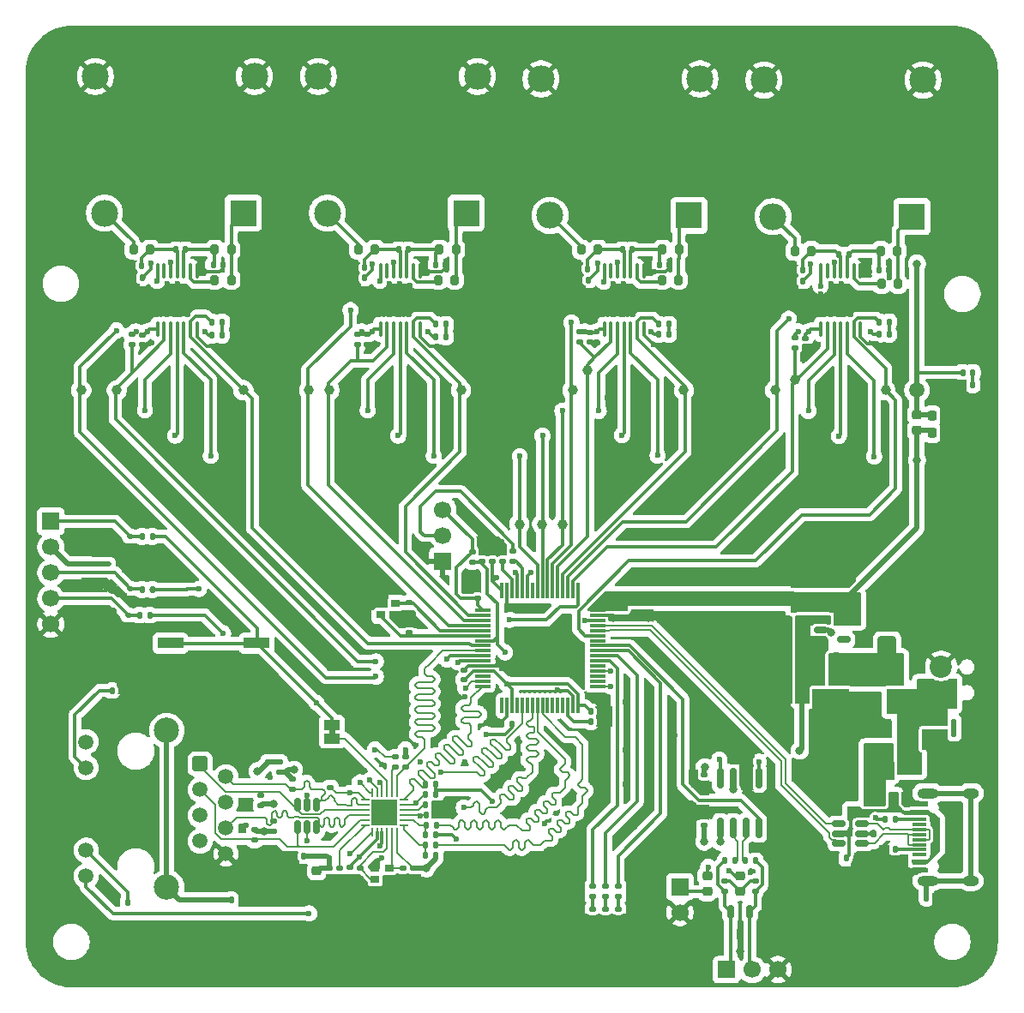
<source format=gbr>
%TF.GenerationSoftware,KiCad,Pcbnew,9.0.4*%
%TF.CreationDate,2025-10-09T03:03:52-07:00*%
%TF.ProjectId,ThermoBoard,54686572-6d6f-4426-9f61-72642e6b6963,1A*%
%TF.SameCoordinates,Original*%
%TF.FileFunction,Copper,L1,Top*%
%TF.FilePolarity,Positive*%
%FSLAX46Y46*%
G04 Gerber Fmt 4.6, Leading zero omitted, Abs format (unit mm)*
G04 Created by KiCad (PCBNEW 9.0.4) date 2025-10-09 03:03:52*
%MOMM*%
%LPD*%
G01*
G04 APERTURE LIST*
G04 Aperture macros list*
%AMRoundRect*
0 Rectangle with rounded corners*
0 $1 Rounding radius*
0 $2 $3 $4 $5 $6 $7 $8 $9 X,Y pos of 4 corners*
0 Add a 4 corners polygon primitive as box body*
4,1,4,$2,$3,$4,$5,$6,$7,$8,$9,$2,$3,0*
0 Add four circle primitives for the rounded corners*
1,1,$1+$1,$2,$3*
1,1,$1+$1,$4,$5*
1,1,$1+$1,$6,$7*
1,1,$1+$1,$8,$9*
0 Add four rect primitives between the rounded corners*
20,1,$1+$1,$2,$3,$4,$5,0*
20,1,$1+$1,$4,$5,$6,$7,0*
20,1,$1+$1,$6,$7,$8,$9,0*
20,1,$1+$1,$8,$9,$2,$3,0*%
G04 Aperture macros list end*
%TA.AperFunction,EtchedComponent*%
%ADD10C,0.000000*%
%TD*%
%TA.AperFunction,ComponentPad*%
%ADD11R,2.655000X2.655000*%
%TD*%
%TA.AperFunction,ComponentPad*%
%ADD12C,2.655000*%
%TD*%
%TA.AperFunction,SMDPad,CuDef*%
%ADD13RoundRect,0.250000X0.650000X-1.000000X0.650000X1.000000X-0.650000X1.000000X-0.650000X-1.000000X0*%
%TD*%
%TA.AperFunction,SMDPad,CuDef*%
%ADD14R,2.500000X1.100000*%
%TD*%
%TA.AperFunction,SMDPad,CuDef*%
%ADD15C,1.000000*%
%TD*%
%TA.AperFunction,SMDPad,CuDef*%
%ADD16RoundRect,0.140000X0.140000X0.170000X-0.140000X0.170000X-0.140000X-0.170000X0.140000X-0.170000X0*%
%TD*%
%TA.AperFunction,SMDPad,CuDef*%
%ADD17RoundRect,0.225000X-0.250000X0.225000X-0.250000X-0.225000X0.250000X-0.225000X0.250000X0.225000X0*%
%TD*%
%TA.AperFunction,SMDPad,CuDef*%
%ADD18RoundRect,0.135000X-0.185000X0.135000X-0.185000X-0.135000X0.185000X-0.135000X0.185000X0.135000X0*%
%TD*%
%TA.AperFunction,SMDPad,CuDef*%
%ADD19RoundRect,0.140000X0.170000X-0.140000X0.170000X0.140000X-0.170000X0.140000X-0.170000X-0.140000X0*%
%TD*%
%TA.AperFunction,SMDPad,CuDef*%
%ADD20RoundRect,0.112500X0.187500X0.112500X-0.187500X0.112500X-0.187500X-0.112500X0.187500X-0.112500X0*%
%TD*%
%TA.AperFunction,SMDPad,CuDef*%
%ADD21RoundRect,0.140000X-0.140000X-0.170000X0.140000X-0.170000X0.140000X0.170000X-0.140000X0.170000X0*%
%TD*%
%TA.AperFunction,SMDPad,CuDef*%
%ADD22RoundRect,0.075000X-0.075000X-0.700000X0.075000X-0.700000X0.075000X0.700000X-0.075000X0.700000X0*%
%TD*%
%TA.AperFunction,SMDPad,CuDef*%
%ADD23RoundRect,0.075000X-0.700000X-0.075000X0.700000X-0.075000X0.700000X0.075000X-0.700000X0.075000X0*%
%TD*%
%TA.AperFunction,SMDPad,CuDef*%
%ADD24RoundRect,0.140000X-0.170000X0.140000X-0.170000X-0.140000X0.170000X-0.140000X0.170000X0.140000X0*%
%TD*%
%TA.AperFunction,SMDPad,CuDef*%
%ADD25RoundRect,0.135000X-0.135000X-0.185000X0.135000X-0.185000X0.135000X0.185000X-0.135000X0.185000X0*%
%TD*%
%TA.AperFunction,SMDPad,CuDef*%
%ADD26RoundRect,0.200000X0.200000X0.275000X-0.200000X0.275000X-0.200000X-0.275000X0.200000X-0.275000X0*%
%TD*%
%TA.AperFunction,SMDPad,CuDef*%
%ADD27R,0.900000X0.800000*%
%TD*%
%TA.AperFunction,SMDPad,CuDef*%
%ADD28RoundRect,0.147500X-0.147500X-0.172500X0.147500X-0.172500X0.147500X0.172500X-0.147500X0.172500X0*%
%TD*%
%TA.AperFunction,SMDPad,CuDef*%
%ADD29RoundRect,0.200000X-0.200000X-0.275000X0.200000X-0.275000X0.200000X0.275000X-0.200000X0.275000X0*%
%TD*%
%TA.AperFunction,ComponentPad*%
%ADD30C,1.700000*%
%TD*%
%TA.AperFunction,ComponentPad*%
%ADD31R,1.700000X1.700000*%
%TD*%
%TA.AperFunction,SMDPad,CuDef*%
%ADD32RoundRect,0.112500X-0.187500X-0.112500X0.187500X-0.112500X0.187500X0.112500X-0.187500X0.112500X0*%
%TD*%
%TA.AperFunction,SMDPad,CuDef*%
%ADD33RoundRect,0.100000X-0.100000X0.637500X-0.100000X-0.637500X0.100000X-0.637500X0.100000X0.637500X0*%
%TD*%
%TA.AperFunction,SMDPad,CuDef*%
%ADD34RoundRect,0.150000X-0.150000X0.512500X-0.150000X-0.512500X0.150000X-0.512500X0.150000X0.512500X0*%
%TD*%
%TA.AperFunction,SMDPad,CuDef*%
%ADD35RoundRect,0.135000X0.135000X0.185000X-0.135000X0.185000X-0.135000X-0.185000X0.135000X-0.185000X0*%
%TD*%
%TA.AperFunction,SMDPad,CuDef*%
%ADD36RoundRect,0.062500X0.062500X-0.375000X0.062500X0.375000X-0.062500X0.375000X-0.062500X-0.375000X0*%
%TD*%
%TA.AperFunction,SMDPad,CuDef*%
%ADD37RoundRect,0.062500X0.375000X-0.062500X0.375000X0.062500X-0.375000X0.062500X-0.375000X-0.062500X0*%
%TD*%
%TA.AperFunction,HeatsinkPad*%
%ADD38C,0.500000*%
%TD*%
%TA.AperFunction,HeatsinkPad*%
%ADD39R,2.500000X2.500000*%
%TD*%
%TA.AperFunction,SMDPad,CuDef*%
%ADD40R,1.500000X1.000000*%
%TD*%
%TA.AperFunction,SMDPad,CuDef*%
%ADD41RoundRect,0.135000X0.185000X-0.135000X0.185000X0.135000X-0.185000X0.135000X-0.185000X-0.135000X0*%
%TD*%
%TA.AperFunction,ComponentPad*%
%ADD42C,2.500000*%
%TD*%
%TA.AperFunction,ComponentPad*%
%ADD43C,1.500000*%
%TD*%
%TA.AperFunction,ComponentPad*%
%ADD44RoundRect,0.250500X-0.499500X0.499500X-0.499500X-0.499500X0.499500X-0.499500X0.499500X0.499500X0*%
%TD*%
%TA.AperFunction,SMDPad,CuDef*%
%ADD45RoundRect,0.250000X-0.475000X0.250000X-0.475000X-0.250000X0.475000X-0.250000X0.475000X0.250000X0*%
%TD*%
%TA.AperFunction,SMDPad,CuDef*%
%ADD46RoundRect,0.250000X-0.250000X-0.475000X0.250000X-0.475000X0.250000X0.475000X-0.250000X0.475000X0*%
%TD*%
%TA.AperFunction,SMDPad,CuDef*%
%ADD47RoundRect,0.150000X-0.512500X-0.150000X0.512500X-0.150000X0.512500X0.150000X-0.512500X0.150000X0*%
%TD*%
%TA.AperFunction,SMDPad,CuDef*%
%ADD48RoundRect,0.225000X0.250000X-0.225000X0.250000X0.225000X-0.250000X0.225000X-0.250000X-0.225000X0*%
%TD*%
%TA.AperFunction,SMDPad,CuDef*%
%ADD49RoundRect,0.225000X-0.225000X-0.250000X0.225000X-0.250000X0.225000X0.250000X-0.225000X0.250000X0*%
%TD*%
%TA.AperFunction,SMDPad,CuDef*%
%ADD50RoundRect,0.150000X0.512500X0.150000X-0.512500X0.150000X-0.512500X-0.150000X0.512500X-0.150000X0*%
%TD*%
%TA.AperFunction,SMDPad,CuDef*%
%ADD51RoundRect,0.225000X0.225000X0.250000X-0.225000X0.250000X-0.225000X-0.250000X0.225000X-0.250000X0*%
%TD*%
%TA.AperFunction,SMDPad,CuDef*%
%ADD52RoundRect,0.147500X0.147500X0.172500X-0.147500X0.172500X-0.147500X-0.172500X0.147500X-0.172500X0*%
%TD*%
%TA.AperFunction,SMDPad,CuDef*%
%ADD53C,1.500000*%
%TD*%
%TA.AperFunction,SMDPad,CuDef*%
%ADD54RoundRect,0.218750X0.218750X0.256250X-0.218750X0.256250X-0.218750X-0.256250X0.218750X-0.256250X0*%
%TD*%
%TA.AperFunction,SMDPad,CuDef*%
%ADD55RoundRect,0.150000X-0.150000X0.825000X-0.150000X-0.825000X0.150000X-0.825000X0.150000X0.825000X0*%
%TD*%
%TA.AperFunction,SMDPad,CuDef*%
%ADD56RoundRect,0.147500X0.172500X-0.147500X0.172500X0.147500X-0.172500X0.147500X-0.172500X-0.147500X0*%
%TD*%
%TA.AperFunction,HeatsinkPad*%
%ADD57O,1.600000X1.000000*%
%TD*%
%TA.AperFunction,HeatsinkPad*%
%ADD58O,2.100000X1.000000*%
%TD*%
%TA.AperFunction,SMDPad,CuDef*%
%ADD59R,1.450000X0.600000*%
%TD*%
%TA.AperFunction,SMDPad,CuDef*%
%ADD60R,1.450000X0.300000*%
%TD*%
%TA.AperFunction,ComponentPad*%
%ADD61RoundRect,0.249999X0.850001X-0.850001X0.850001X0.850001X-0.850001X0.850001X-0.850001X-0.850001X0*%
%TD*%
%TA.AperFunction,ComponentPad*%
%ADD62C,2.200000*%
%TD*%
%TA.AperFunction,ViaPad*%
%ADD63C,0.600000*%
%TD*%
%TA.AperFunction,ViaPad*%
%ADD64C,0.800000*%
%TD*%
%TA.AperFunction,Conductor*%
%ADD65C,0.300000*%
%TD*%
%TA.AperFunction,Conductor*%
%ADD66C,0.200000*%
%TD*%
%TA.AperFunction,Conductor*%
%ADD67C,0.500000*%
%TD*%
G04 APERTURE END LIST*
D10*
%TA.AperFunction,EtchedComponent*%
%TO.C,JP200*%
G36*
X31050000Y-70500000D02*
G01*
X30450000Y-70500000D01*
X30450000Y-70000000D01*
X31050000Y-70000000D01*
X31050000Y-70500000D01*
G37*
%TD.AperFunction*%
%TD*%
D11*
%TO.P,J108,1,K*%
%TO.N,/Thermocouples/T4_IN-*%
X22000000Y-19000000D03*
D12*
%TO.P,J108,2,+*%
%TO.N,/Thermocouples/T4_IN+*%
X8300000Y-19000000D03*
%TO.P,J108,MH1,MH1*%
%TO.N,GND*%
X23100000Y-5500000D03*
%TO.P,J108,MH2,MH2*%
X7400000Y-5500000D03*
%TD*%
D11*
%TO.P,J107,1,K*%
%TO.N,/Thermocouples/T3_IN-*%
X44000000Y-19000000D03*
D12*
%TO.P,J107,2,+*%
%TO.N,/Thermocouples/T3_IN+*%
X30300000Y-19000000D03*
%TO.P,J107,MH1,MH1*%
%TO.N,GND*%
X45100000Y-5500000D03*
%TO.P,J107,MH2,MH2*%
X29400000Y-5500000D03*
%TD*%
D11*
%TO.P,J106,1,K*%
%TO.N,/Thermocouples/T2_IN-*%
X65986500Y-19250000D03*
D12*
%TO.P,J106,2,+*%
%TO.N,/Thermocouples/T2_IN+*%
X52286500Y-19250000D03*
%TO.P,J106,MH1,MH1*%
%TO.N,GND*%
X67086500Y-5750000D03*
%TO.P,J106,MH2,MH2*%
X51386500Y-5750000D03*
%TD*%
D11*
%TO.P,J105,1,K*%
%TO.N,/Thermocouples/T1_IN-*%
X88000000Y-19361000D03*
D12*
%TO.P,J105,2,+*%
%TO.N,/Thermocouples/T1_IN+*%
X74300000Y-19361000D03*
%TO.P,J105,MH1,MH1*%
%TO.N,GND*%
X89100000Y-5861000D03*
%TO.P,J105,MH2,MH2*%
X73400000Y-5861000D03*
%TD*%
D13*
%TO.P,D105,1,K*%
%TO.N,/Microcontroller/PNET*%
X85550000Y-62070000D03*
%TO.P,D105,2,A*%
%TO.N,GND*%
X85550000Y-58070000D03*
%TD*%
D14*
%TO.P,SW100,1*%
%TO.N,NRST*%
X14810000Y-61490000D03*
%TO.P,SW100,2*%
X23309872Y-61490000D03*
%TO.P,SW100,3*%
%TO.N,GND*%
X14810000Y-65989872D03*
%TO.P,SW100,4*%
X23309872Y-65989872D03*
%TD*%
D15*
%TO.P,TP112,1,1*%
%TO.N,GND*%
X93670000Y-58370000D03*
%TD*%
D16*
%TO.P,C208,2*%
%TO.N,GND*%
X27000000Y-82500000D03*
%TO.P,C208,1*%
%TO.N,+3V3*%
X27960000Y-82500000D03*
%TD*%
D17*
%TO.P,C115,2*%
%TO.N,GND*%
X78950580Y-66475000D03*
%TO.P,C115,1*%
%TO.N,+5V*%
X78950580Y-64925000D03*
%TD*%
D18*
%TO.P,R100,2*%
%TO.N,NRST*%
X44600000Y-53460000D03*
%TO.P,R100,1*%
%TO.N,+3V3*%
X44600000Y-52440000D03*
%TD*%
D19*
%TO.P,C105,2*%
%TO.N,GND*%
X38400000Y-59520000D03*
%TO.P,C105,1*%
%TO.N,/Microcontroller/HSE_OUT*%
X38400000Y-60480000D03*
%TD*%
D16*
%TO.P,C312,2*%
%TO.N,GND*%
X11040000Y-25412500D03*
%TO.P,C312,1*%
%TO.N,+3.3VA*%
X12000000Y-25412500D03*
%TD*%
D15*
%TO.P,TP115,1,1*%
%TO.N,NFAULT2*%
X65500000Y-36500000D03*
%TD*%
D19*
%TO.P,C109,2*%
%TO.N,GND*%
X47600000Y-52460000D03*
%TO.P,C109,1*%
%TO.N,/Microcontroller/VCAP2*%
X47600000Y-53420000D03*
%TD*%
D20*
%TO.P,D100,2,A2*%
%TO.N,+3V3*%
X8620000Y-53675000D03*
%TO.P,D100,1,A1*%
%TO.N,GND*%
X10720000Y-53675000D03*
%TD*%
D18*
%TO.P,R313,2*%
%TO.N,SPI_CS4*%
X11000000Y-32020000D03*
%TO.P,R313,1*%
%TO.N,+3V3*%
X11000000Y-31000000D03*
%TD*%
D15*
%TO.P,TP100,1,1*%
%TO.N,SPI_SCK*%
X53500000Y-49750000D03*
%TD*%
D21*
%TO.P,C315,2*%
%TO.N,/Thermocouples/T4+*%
X11960000Y-24200000D03*
%TO.P,C315,1*%
%TO.N,GND*%
X11000000Y-24200000D03*
%TD*%
D22*
%TO.P,U100,64,VDD*%
%TO.N,+3V3*%
X47536500Y-56325000D03*
%TO.P,U100,63,VSS*%
%TO.N,GND*%
X48036500Y-56325000D03*
%TO.P,U100,62,VCAP*%
%TO.N,/Microcontroller/VCAP2*%
X48536500Y-56325000D03*
%TO.P,U100,61,PB8*%
%TO.N,FDCAN_RX*%
X49036500Y-56325000D03*
%TO.P,U100,60,BOOT0*%
%TO.N,/Microcontroller/BOOT0*%
X49536500Y-56325000D03*
%TO.P,U100,59,PB7*%
%TO.N,FDCAN_TX*%
X50036500Y-56325000D03*
%TO.P,U100,58,PB6*%
%TO.N,unconnected-(U100-PB6-Pad58)*%
X50536500Y-56325000D03*
%TO.P,U100,57,PB5*%
%TO.N,SPI_MOSI*%
X51036500Y-56325000D03*
%TO.P,U100,56,PB4(NJTRST)*%
%TO.N,SPI_MISO*%
X51536500Y-56325000D03*
%TO.P,U100,55,PB3(JTDO*%
%TO.N,SPI_SCK*%
X52036500Y-56325000D03*
%TO.P,U100,54,PD2*%
%TO.N,NDRDY2*%
X52536500Y-56325000D03*
%TO.P,U100,53,PC12*%
%TO.N,SPI_CS2*%
X53036500Y-56325000D03*
%TO.P,U100,52,PC11*%
%TO.N,NFAULT2*%
X53536500Y-56325000D03*
%TO.P,U100,51,PC10*%
%TO.N,NDRDY1*%
X54036500Y-56325000D03*
%TO.P,U100,50,PA15(JTDI)*%
%TO.N,SPI_CS1*%
X54536500Y-56325000D03*
%TO.P,U100,49,PA14(JTCK*%
%TO.N,/Microcontroller/SWCLK*%
X55036500Y-56325000D03*
D23*
%TO.P,U100,48,VDD*%
%TO.N,+3V3*%
X56961500Y-58250000D03*
%TO.P,U100,47,VSS*%
%TO.N,GND*%
X56961500Y-58750000D03*
%TO.P,U100,46,PA13(JTMS*%
%TO.N,/Microcontroller/SWDIO*%
X56961500Y-59250000D03*
%TO.P,U100,45,PA12*%
%TO.N,/Microcontroller/USB_D+*%
X56961500Y-59750000D03*
%TO.P,U100,44,PA11*%
%TO.N,/Microcontroller/USB_D-*%
X56961500Y-60250000D03*
%TO.P,U100,43,PA10*%
%TO.N,NFAULT1*%
X56961500Y-60750000D03*
%TO.P,U100,42,PA9*%
%TO.N,unconnected-(U100-PA9-Pad42)*%
X56961500Y-61250000D03*
%TO.P,U100,41,PA8*%
%TO.N,STDBY*%
X56961500Y-61750000D03*
%TO.P,U100,40,PC9*%
%TO.N,/Microcontroller/USER_LED_3*%
X56961500Y-62250000D03*
%TO.P,U100,39,PC8*%
%TO.N,/Microcontroller/USER_LED_2*%
X56961500Y-62750000D03*
%TO.P,U100,38,PC7*%
%TO.N,/Microcontroller/USER_LED_1*%
X56961500Y-63250000D03*
%TO.P,U100,37,PC6*%
%TO.N,unconnected-(U100-PC6-Pad37)*%
X56961500Y-63750000D03*
%TO.P,U100,36,PB15*%
%TO.N,ETH_TXD1*%
X56961500Y-64250000D03*
%TO.P,U100,35,PB14*%
%TO.N,unconnected-(U100-PB14-Pad35)*%
X56961500Y-64750000D03*
%TO.P,U100,34,PB13*%
%TO.N,unconnected-(U100-PB13-Pad34)*%
X56961500Y-65250000D03*
%TO.P,U100,33,PB12*%
%TO.N,ETH_TXD0*%
X56961500Y-65750000D03*
D22*
%TO.P,U100,32,VDD*%
%TO.N,+3V3*%
X55036500Y-67675000D03*
%TO.P,U100,31,VSS*%
%TO.N,GND*%
X54536500Y-67675000D03*
%TO.P,U100,30,VCAP*%
%TO.N,/Microcontroller/VCAP1*%
X54036500Y-67675000D03*
%TO.P,U100,29,PB10*%
%TO.N,unconnected-(U100-PB10-Pad29)*%
X53536500Y-67675000D03*
%TO.P,U100,28,PB2*%
%TO.N,unconnected-(U100-PB2-Pad28)*%
X53036500Y-67675000D03*
%TO.P,U100,27,PB1*%
%TO.N,unconnected-(U100-PB1-Pad27)*%
X52536500Y-67675000D03*
%TO.P,U100,26,PB0*%
%TO.N,unconnected-(U100-PB0-Pad26)*%
X52036500Y-67675000D03*
%TO.P,U100,25,PC5*%
%TO.N,ETH_RXD1*%
X51536500Y-67675000D03*
%TO.P,U100,24,PC4*%
%TO.N,ETH_RXD0*%
X51036500Y-67675000D03*
%TO.P,U100,23,PA7*%
%TO.N,ETH_CRS_DV*%
X50536500Y-67675000D03*
%TO.P,U100,22,PA6*%
%TO.N,unconnected-(U100-PA6-Pad22)*%
X50036500Y-67675000D03*
%TO.P,U100,21,PA5*%
%TO.N,ETH_TX_EN*%
X49536500Y-67675000D03*
%TO.P,U100,20,PA4*%
%TO.N,unconnected-(U100-PA4-Pad20)*%
X49036500Y-67675000D03*
%TO.P,U100,19,VDD*%
%TO.N,+3V3*%
X48536500Y-67675000D03*
%TO.P,U100,18,VSS*%
%TO.N,GND*%
X48036500Y-67675000D03*
%TO.P,U100,17,PA3*%
%TO.N,unconnected-(U100-PA3-Pad17)*%
X47536500Y-67675000D03*
D23*
%TO.P,U100,16,PA2*%
%TO.N,ETH_MDIO*%
X45611500Y-65750000D03*
%TO.P,U100,15,PA1*%
%TO.N,ETH_REF_CLK*%
X45611500Y-65250000D03*
%TO.P,U100,14,PA0*%
%TO.N,unconnected-(U100-PA0-Pad14)*%
X45611500Y-64750000D03*
%TO.P,U100,13,VDDA*%
%TO.N,+3V3*%
X45611500Y-64250000D03*
%TO.P,U100,12,VSSA*%
%TO.N,GND*%
X45611500Y-63750000D03*
%TO.P,U100,11,PC3*%
%TO.N,NDRDY4*%
X45611500Y-63250000D03*
%TO.P,U100,10,PC2*%
%TO.N,SPI_CS4*%
X45611500Y-62750000D03*
%TO.P,U100,9,PC1*%
%TO.N,ETH_MDC*%
X45611500Y-62250000D03*
%TO.P,U100,8,PC0*%
%TO.N,NFAULT4*%
X45611500Y-61750000D03*
%TO.P,U100,7,NRST*%
%TO.N,NRST*%
X45611500Y-61250000D03*
%TO.P,U100,6,PH1*%
%TO.N,/Microcontroller/HSE_OUT*%
X45611500Y-60750000D03*
%TO.P,U100,5,PH0*%
%TO.N,/Microcontroller/HSE_IN*%
X45611500Y-60250000D03*
%TO.P,U100,4,PC15*%
%TO.N,NDRDY3*%
X45611500Y-59750000D03*
%TO.P,U100,3,PC14*%
%TO.N,SPI_CS3*%
X45611500Y-59250000D03*
%TO.P,U100,2,PC13*%
%TO.N,NFAULT3*%
X45611500Y-58750000D03*
%TO.P,U100,1,VBAT*%
%TO.N,+3V3*%
X45611500Y-58250000D03*
%TD*%
D24*
%TO.P,C313,2*%
%TO.N,GND*%
X12000000Y-32000000D03*
%TO.P,C313,1*%
%TO.N,+3V3*%
X12000000Y-31040000D03*
%TD*%
D21*
%TO.P,C108,2*%
%TO.N,GND*%
X57266500Y-68250000D03*
%TO.P,C108,1*%
%TO.N,+3V3*%
X56306500Y-68250000D03*
%TD*%
D15*
%TO.P,TP109,1,1*%
%TO.N,NFAULT3*%
X43500000Y-36500000D03*
%TD*%
D16*
%TO.P,C110,2*%
%TO.N,GND*%
X47540000Y-69500000D03*
%TO.P,C110,1*%
%TO.N,+3V3*%
X48500000Y-69500000D03*
%TD*%
D15*
%TO.P,TP110,1,1*%
%TO.N,SPI_CS3*%
X30500000Y-36500000D03*
%TD*%
D19*
%TO.P,C101,2*%
%TO.N,GND*%
X45600000Y-52440000D03*
%TO.P,C101,1*%
%TO.N,NRST*%
X45600000Y-53400000D03*
%TD*%
D25*
%TO.P,R300,2*%
%TO.N,Net-(D300-A)*%
X85760000Y-31000000D03*
%TO.P,R300,1*%
%TO.N,+3V3*%
X84740000Y-31000000D03*
%TD*%
D15*
%TO.P,TP122,1,1*%
%TO.N,SPI_CS4*%
X9500000Y-36500000D03*
%TD*%
%TO.P,TP121,1,1*%
%TO.N,NFAULT4*%
X22000000Y-36500000D03*
%TD*%
D18*
%TO.P,R101,2*%
%TO.N,/Microcontroller/BOOT0*%
X48600000Y-53450000D03*
%TO.P,R101,1*%
%TO.N,/Microcontroller/JUMPER_BOOT0*%
X48600000Y-52430000D03*
%TD*%
D26*
%TO.P,R308,2*%
%TO.N,Net-(U300-BIAS)*%
X85000000Y-26000000D03*
%TO.P,R308,1*%
%TO.N,/Thermocouples/T1_IN-*%
X86650000Y-26000000D03*
%TD*%
D27*
%TO.P,Y100,4*%
%TO.N,GND*%
X37000000Y-58699822D03*
%TO.P,Y100,3*%
%TO.N,/Microcontroller/HSE_OUT*%
X35599950Y-58699822D03*
%TO.P,Y100,2*%
%TO.N,GND*%
X35599950Y-57600000D03*
%TO.P,Y100,1*%
%TO.N,/Microcontroller/HSE_IN*%
X37000000Y-57600000D03*
%TD*%
D21*
%TO.P,C107,2*%
%TO.N,GND*%
X57286500Y-69250000D03*
%TO.P,C107,1*%
%TO.N,/Microcontroller/VCAP1*%
X56326500Y-69250000D03*
%TD*%
D15*
%TO.P,TP107,1,1*%
%TO.N,NFAULT1*%
X85400000Y-36500000D03*
%TD*%
%TO.P,TP116,1,1*%
%TO.N,SPI_CS2*%
X56000000Y-34500000D03*
%TD*%
%TO.P,TP120,1,1*%
%TO.N,NDRDY4*%
X6000000Y-36500000D03*
%TD*%
D21*
%TO.P,C308,2*%
%TO.N,GND*%
X85710000Y-24600000D03*
%TO.P,C308,1*%
%TO.N,/Thermocouples/T1-*%
X84750000Y-24600000D03*
%TD*%
D15*
%TO.P,TP106,1,1*%
%TO.N,NDRDY1*%
X74500000Y-36500000D03*
%TD*%
D19*
%TO.P,C111,2*%
%TO.N,GND*%
X43786500Y-64140000D03*
%TO.P,C111,1*%
%TO.N,+3V3*%
X43786500Y-65100000D03*
%TD*%
D28*
%TO.P,D300,2,A*%
%TO.N,Net-(D300-A)*%
X85745000Y-29750000D03*
%TO.P,D300,1,K*%
%TO.N,NFAULT1*%
X84775000Y-29750000D03*
%TD*%
D15*
%TO.P,TP108,1,1*%
%TO.N,NDRDY3*%
X28500000Y-36500000D03*
%TD*%
D19*
%TO.P,C104,2*%
%TO.N,GND*%
X46600000Y-52480000D03*
%TO.P,C104,1*%
%TO.N,+3V3*%
X46600000Y-53440000D03*
%TD*%
D18*
%TO.P,R303,2*%
%TO.N,SPI_CS2*%
X55250000Y-31760000D03*
%TO.P,R303,1*%
%TO.N,+3V3*%
X55250000Y-30740000D03*
%TD*%
D29*
%TO.P,R315,2*%
%TO.N,/Thermocouples/T4+*%
X12800000Y-22612500D03*
%TO.P,R315,1*%
%TO.N,/Thermocouples/T4_IN+*%
X11150000Y-22612500D03*
%TD*%
D24*
%TO.P,C102,2*%
%TO.N,GND*%
X38400000Y-58460000D03*
%TO.P,C102,1*%
%TO.N,/Microcontroller/HSE_IN*%
X38400000Y-57500000D03*
%TD*%
D30*
%TO.P,J101,3,Pin_3*%
%TO.N,+3V3*%
X41700000Y-48310000D03*
%TO.P,J101,2,Pin_2*%
%TO.N,/Microcontroller/JUMPER_BOOT0*%
X41700000Y-50850000D03*
D31*
%TO.P,J101,1,Pin_1*%
%TO.N,GND*%
X41700000Y-53390000D03*
%TD*%
D15*
%TO.P,TP300,1,1*%
%TO.N,SPI_CS1*%
X76500000Y-35500000D03*
%TD*%
%TO.P,TP114,1,1*%
%TO.N,NDRDY2*%
X54500000Y-36500000D03*
%TD*%
D18*
%TO.P,R312,2*%
%TO.N,SPI_CS3*%
X33250000Y-32020000D03*
%TO.P,R312,1*%
%TO.N,+3V3*%
X33250000Y-31000000D03*
%TD*%
D21*
%TO.P,C317,1*%
%TO.N,/Thermocouples/T4+*%
X15326500Y-22612500D03*
%TO.P,C317,2*%
%TO.N,/Thermocouples/T4-*%
X16286500Y-22612500D03*
%TD*%
D31*
%TO.P,J100,1,Pin_1*%
%TO.N,/Microcontroller/CONN_NRST*%
X3000000Y-49460000D03*
D30*
%TO.P,J100,2,Pin_2*%
%TO.N,+3V3*%
X3000000Y-52000000D03*
%TO.P,J100,3,Pin_3*%
%TO.N,/Microcontroller/CONN_SWCLK*%
X3000000Y-54540000D03*
%TO.P,J100,4,Pin_4*%
%TO.N,/Microcontroller/CONN_SWDIO*%
X3000000Y-57080000D03*
%TO.P,J100,5,Pin_5*%
%TO.N,GND*%
X3000000Y-59620000D03*
%TD*%
D15*
%TO.P,TP105,1,1*%
%TO.N,SPI_MOSI*%
X49250000Y-49750000D03*
%TD*%
%TO.P,TP104,1,1*%
%TO.N,SPI_MISO*%
X51500000Y-49750000D03*
%TD*%
D25*
%TO.P,R105,1*%
%TO.N,/Microcontroller/CONN_NRST*%
X12000000Y-50950000D03*
%TO.P,R105,2*%
%TO.N,NRST*%
X13020000Y-50950000D03*
%TD*%
%TO.P,R103,1*%
%TO.N,/Microcontroller/CONN_SWCLK*%
X12000000Y-56200000D03*
%TO.P,R103,2*%
%TO.N,/Microcontroller/SWCLK*%
X13020000Y-56200000D03*
%TD*%
%TO.P,R102,1*%
%TO.N,/Microcontroller/CONN_SWDIO*%
X11750000Y-58725000D03*
%TO.P,R102,2*%
%TO.N,/Microcontroller/SWDIO*%
X12770000Y-58725000D03*
%TD*%
D32*
%TO.P,D102,1,A1*%
%TO.N,GND*%
X8770000Y-56087500D03*
%TO.P,D102,2,A2*%
%TO.N,/Microcontroller/CONN_SWCLK*%
X10870000Y-56087500D03*
%TD*%
%TO.P,D101,1,A1*%
%TO.N,GND*%
X8570000Y-58725000D03*
%TO.P,D101,2,A2*%
%TO.N,/Microcontroller/CONN_SWDIO*%
X10670000Y-58725000D03*
%TD*%
%TO.P,D104,1,A1*%
%TO.N,GND*%
X8720000Y-50950000D03*
%TO.P,D104,2,A2*%
%TO.N,/Microcontroller/CONN_NRST*%
X10820000Y-50950000D03*
%TD*%
D24*
%TO.P,C301,1*%
%TO.N,+3V3*%
X77500000Y-31362500D03*
%TO.P,C301,2*%
%TO.N,GND*%
X77500000Y-32322500D03*
%TD*%
%TO.P,C303,1*%
%TO.N,+3V3*%
X56250000Y-30790000D03*
%TO.P,C303,2*%
%TO.N,GND*%
X56250000Y-31750000D03*
%TD*%
D26*
%TO.P,R317,1*%
%TO.N,/Thermocouples/T4_IN-*%
X20800000Y-22612500D03*
%TO.P,R317,2*%
%TO.N,/Thermocouples/T4-*%
X19150000Y-22612500D03*
%TD*%
D21*
%TO.P,C319,1*%
%TO.N,/Thermocouples/T4-*%
X19026500Y-24112500D03*
%TO.P,C319,2*%
%TO.N,GND*%
X19986500Y-24112500D03*
%TD*%
%TO.P,C314,1*%
%TO.N,GND*%
X33021500Y-24400000D03*
%TO.P,C314,2*%
%TO.N,/Thermocouples/T3+*%
X33981500Y-24400000D03*
%TD*%
D28*
%TO.P,D301,1,K*%
%TO.N,NFAULT2*%
X63030000Y-30000000D03*
%TO.P,D301,2,A*%
%TO.N,Net-(D301-A)*%
X64000000Y-30000000D03*
%TD*%
D21*
%TO.P,C309,1*%
%TO.N,/Thermocouples/T2-*%
X63086500Y-24112500D03*
%TO.P,C309,2*%
%TO.N,GND*%
X64046500Y-24112500D03*
%TD*%
D33*
%TO.P,U302,1,AGND*%
%TO.N,GND*%
X39431500Y-24750000D03*
%TO.P,U302,2,BIAS*%
%TO.N,Net-(U302-BIAS)*%
X38781500Y-24750000D03*
%TO.P,U302,3,T-*%
%TO.N,/Thermocouples/T3-*%
X38131500Y-24750000D03*
%TO.P,U302,4,T+*%
%TO.N,/Thermocouples/T3+*%
X37481500Y-24750000D03*
%TO.P,U302,5,AVDD*%
%TO.N,+3.3VA*%
X36831500Y-24750000D03*
%TO.P,U302,6,DNC*%
%TO.N,unconnected-(U302-DNC-Pad6)*%
X36181500Y-24750000D03*
%TO.P,U302,7,~{DRDY}*%
%TO.N,NDRDY3*%
X35531500Y-24750000D03*
%TO.P,U302,8,DVDD*%
%TO.N,+3V3*%
X35531500Y-30475000D03*
%TO.P,U302,9,~{CS}*%
%TO.N,SPI_CS3*%
X36181500Y-30475000D03*
%TO.P,U302,10,SCK*%
%TO.N,SPI_SCK*%
X36831500Y-30475000D03*
%TO.P,U302,11,SDO*%
%TO.N,SPI_MISO*%
X37481500Y-30475000D03*
%TO.P,U302,12,SDI*%
%TO.N,SPI_MOSI*%
X38131500Y-30475000D03*
%TO.P,U302,13,~{FAULT}*%
%TO.N,NFAULT3*%
X38781500Y-30475000D03*
%TO.P,U302,14,DGND*%
%TO.N,GND*%
X39431500Y-30475000D03*
%TD*%
D29*
%TO.P,R305,1*%
%TO.N,/Thermocouples/T2_IN+*%
X55350000Y-22612500D03*
%TO.P,R305,2*%
%TO.N,/Thermocouples/T2+*%
X57000000Y-22612500D03*
%TD*%
D21*
%TO.P,C306,1*%
%TO.N,/Thermocouples/T1+*%
X80821500Y-23112500D03*
%TO.P,C306,2*%
%TO.N,/Thermocouples/T1-*%
X81781500Y-23112500D03*
%TD*%
D25*
%TO.P,R311,1*%
%TO.N,+3V3*%
X18880000Y-31050000D03*
%TO.P,R311,2*%
%TO.N,Net-(D303-A)*%
X19900000Y-31050000D03*
%TD*%
D28*
%TO.P,D303,1,K*%
%TO.N,NFAULT4*%
X18915000Y-29800000D03*
%TO.P,D303,2,A*%
%TO.N,Net-(D303-A)*%
X19885000Y-29800000D03*
%TD*%
D26*
%TO.P,R307,1*%
%TO.N,/Thermocouples/T2_IN-*%
X65000000Y-22612500D03*
%TO.P,R307,2*%
%TO.N,/Thermocouples/T2-*%
X63350000Y-22612500D03*
%TD*%
D28*
%TO.P,D302,1,K*%
%TO.N,NFAULT3*%
X41030000Y-30000000D03*
%TO.P,D302,2,A*%
%TO.N,Net-(D302-A)*%
X42000000Y-30000000D03*
%TD*%
D21*
%TO.P,C318,1*%
%TO.N,/Thermocouples/T3-*%
X41001500Y-24112500D03*
%TO.P,C318,2*%
%TO.N,GND*%
X41961500Y-24112500D03*
%TD*%
D33*
%TO.P,U301,1,AGND*%
%TO.N,GND*%
X61536500Y-24750000D03*
%TO.P,U301,2,BIAS*%
%TO.N,Net-(U301-BIAS)*%
X60886500Y-24750000D03*
%TO.P,U301,3,T-*%
%TO.N,/Thermocouples/T2-*%
X60236500Y-24750000D03*
%TO.P,U301,4,T+*%
%TO.N,/Thermocouples/T2+*%
X59586500Y-24750000D03*
%TO.P,U301,5,AVDD*%
%TO.N,+3.3VA*%
X58936500Y-24750000D03*
%TO.P,U301,6,DNC*%
%TO.N,unconnected-(U301-DNC-Pad6)*%
X58286500Y-24750000D03*
%TO.P,U301,7,~{DRDY}*%
%TO.N,NDRDY2*%
X57636500Y-24750000D03*
%TO.P,U301,8,DVDD*%
%TO.N,+3V3*%
X57636500Y-30475000D03*
%TO.P,U301,9,~{CS}*%
%TO.N,SPI_CS2*%
X58286500Y-30475000D03*
%TO.P,U301,10,SCK*%
%TO.N,SPI_SCK*%
X58936500Y-30475000D03*
%TO.P,U301,11,SDO*%
%TO.N,SPI_MISO*%
X59586500Y-30475000D03*
%TO.P,U301,12,SDI*%
%TO.N,SPI_MOSI*%
X60236500Y-30475000D03*
%TO.P,U301,13,~{FAULT}*%
%TO.N,NFAULT2*%
X60886500Y-30475000D03*
%TO.P,U301,14,DGND*%
%TO.N,GND*%
X61536500Y-30475000D03*
%TD*%
D26*
%TO.P,R316,1*%
%TO.N,/Thermocouples/T3_IN-*%
X43000000Y-22600000D03*
%TO.P,R316,2*%
%TO.N,/Thermocouples/T3-*%
X41350000Y-22600000D03*
%TD*%
D29*
%TO.P,R314,1*%
%TO.N,/Thermocouples/T3_IN+*%
X33350000Y-22612500D03*
%TO.P,R314,2*%
%TO.N,/Thermocouples/T3+*%
X35000000Y-22612500D03*
%TD*%
D33*
%TO.P,U303,1,AGND*%
%TO.N,GND*%
X17436500Y-24750000D03*
%TO.P,U303,2,BIAS*%
%TO.N,Net-(U303-BIAS)*%
X16786500Y-24750000D03*
%TO.P,U303,3,T-*%
%TO.N,/Thermocouples/T4-*%
X16136500Y-24750000D03*
%TO.P,U303,4,T+*%
%TO.N,/Thermocouples/T4+*%
X15486500Y-24750000D03*
%TO.P,U303,5,AVDD*%
%TO.N,+3.3VA*%
X14836500Y-24750000D03*
%TO.P,U303,6,DNC*%
%TO.N,unconnected-(U303-DNC-Pad6)*%
X14186500Y-24750000D03*
%TO.P,U303,7,~{DRDY}*%
%TO.N,NDRDY4*%
X13536500Y-24750000D03*
%TO.P,U303,8,DVDD*%
%TO.N,+3V3*%
X13536500Y-30475000D03*
%TO.P,U303,9,~{CS}*%
%TO.N,SPI_CS4*%
X14186500Y-30475000D03*
%TO.P,U303,10,SCK*%
%TO.N,SPI_SCK*%
X14836500Y-30475000D03*
%TO.P,U303,11,SDO*%
%TO.N,SPI_MISO*%
X15486500Y-30475000D03*
%TO.P,U303,12,SDI*%
%TO.N,SPI_MOSI*%
X16136500Y-30475000D03*
%TO.P,U303,13,~{FAULT}*%
%TO.N,NFAULT4*%
X16786500Y-30475000D03*
%TO.P,U303,14,DGND*%
%TO.N,GND*%
X17436500Y-30475000D03*
%TD*%
D26*
%TO.P,R318,1*%
%TO.N,/Thermocouples/T3_IN-*%
X42881500Y-25612500D03*
%TO.P,R318,2*%
%TO.N,Net-(U302-BIAS)*%
X41231500Y-25612500D03*
%TD*%
D25*
%TO.P,R301,1*%
%TO.N,+3V3*%
X63010000Y-31000000D03*
%TO.P,R301,2*%
%TO.N,Net-(D301-A)*%
X64030000Y-31000000D03*
%TD*%
D21*
%TO.P,C316,1*%
%TO.N,/Thermocouples/T3+*%
X37326500Y-22612500D03*
%TO.P,C316,2*%
%TO.N,/Thermocouples/T3-*%
X38286500Y-22612500D03*
%TD*%
%TO.P,C304,1*%
%TO.N,GND*%
X76290000Y-24612500D03*
%TO.P,C304,2*%
%TO.N,/Thermocouples/T1+*%
X77250000Y-24612500D03*
%TD*%
D16*
%TO.P,C310,1*%
%TO.N,+3.3VA*%
X33981500Y-25412500D03*
%TO.P,C310,2*%
%TO.N,GND*%
X33021500Y-25412500D03*
%TD*%
D25*
%TO.P,R310,1*%
%TO.N,+3V3*%
X40995000Y-31250000D03*
%TO.P,R310,2*%
%TO.N,Net-(D302-A)*%
X42015000Y-31250000D03*
%TD*%
D21*
%TO.P,C305,1*%
%TO.N,GND*%
X55040000Y-24500000D03*
%TO.P,C305,2*%
%TO.N,/Thermocouples/T2+*%
X56000000Y-24500000D03*
%TD*%
%TO.P,C307,1*%
%TO.N,/Thermocouples/T2+*%
X59431500Y-22612500D03*
%TO.P,C307,2*%
%TO.N,/Thermocouples/T2-*%
X60391500Y-22612500D03*
%TD*%
D16*
%TO.P,C300,1*%
%TO.N,+3.3VA*%
X77250000Y-25712500D03*
%TO.P,C300,2*%
%TO.N,GND*%
X76290000Y-25712500D03*
%TD*%
D24*
%TO.P,C311,1*%
%TO.N,+3V3*%
X34250000Y-31000000D03*
%TO.P,C311,2*%
%TO.N,GND*%
X34250000Y-31960000D03*
%TD*%
D29*
%TO.P,R304,1*%
%TO.N,/Thermocouples/T1_IN+*%
X76425000Y-22750000D03*
%TO.P,R304,2*%
%TO.N,/Thermocouples/T1+*%
X78075000Y-22750000D03*
%TD*%
D33*
%TO.P,U300,1,AGND*%
%TO.N,GND*%
X82926500Y-24750000D03*
%TO.P,U300,2,BIAS*%
%TO.N,Net-(U300-BIAS)*%
X82276500Y-24750000D03*
%TO.P,U300,3,T-*%
%TO.N,/Thermocouples/T1-*%
X81626500Y-24750000D03*
%TO.P,U300,4,T+*%
%TO.N,/Thermocouples/T1+*%
X80976500Y-24750000D03*
%TO.P,U300,5,AVDD*%
%TO.N,+3.3VA*%
X80326500Y-24750000D03*
%TO.P,U300,6,DNC*%
%TO.N,unconnected-(U300-DNC-Pad6)*%
X79676500Y-24750000D03*
%TO.P,U300,7,~{DRDY}*%
%TO.N,NDRDY1*%
X79026500Y-24750000D03*
%TO.P,U300,8,DVDD*%
%TO.N,+3V3*%
X79026500Y-30475000D03*
%TO.P,U300,9,~{CS}*%
%TO.N,SPI_CS1*%
X79676500Y-30475000D03*
%TO.P,U300,10,SCK*%
%TO.N,SPI_SCK*%
X80326500Y-30475000D03*
%TO.P,U300,11,SDO*%
%TO.N,SPI_MISO*%
X80976500Y-30475000D03*
%TO.P,U300,12,SDI*%
%TO.N,SPI_MOSI*%
X81626500Y-30475000D03*
%TO.P,U300,13,~{FAULT}*%
%TO.N,NFAULT1*%
X82276500Y-30475000D03*
%TO.P,U300,14,DGND*%
%TO.N,GND*%
X82926500Y-30475000D03*
%TD*%
D16*
%TO.P,C302,1*%
%TO.N,+3.3VA*%
X56086500Y-25612500D03*
%TO.P,C302,2*%
%TO.N,GND*%
X55126500Y-25612500D03*
%TD*%
D26*
%TO.P,R319,1*%
%TO.N,/Thermocouples/T4_IN-*%
X20811500Y-25612500D03*
%TO.P,R319,2*%
%TO.N,Net-(U303-BIAS)*%
X19161500Y-25612500D03*
%TD*%
%TO.P,R309,1*%
%TO.N,/Thermocouples/T2_IN-*%
X64986500Y-25612500D03*
%TO.P,R309,2*%
%TO.N,Net-(U301-BIAS)*%
X63336500Y-25612500D03*
%TD*%
D18*
%TO.P,R214,1*%
%TO.N,+3V3*%
X23110000Y-79949000D03*
%TO.P,R214,2*%
%TO.N,/Ethernet/RX+*%
X23110000Y-80969000D03*
%TD*%
D24*
%TO.P,C205,1*%
%TO.N,+3V3*%
X38760000Y-83739000D03*
%TO.P,C205,2*%
%TO.N,GND*%
X38760000Y-84699000D03*
%TD*%
D17*
%TO.P,C202,1*%
%TO.N,+3V3*%
X29250000Y-84000000D03*
%TO.P,C202,2*%
%TO.N,GND*%
X29250000Y-85550000D03*
%TD*%
D34*
%TO.P,U201,6,I/O4*%
%TO.N,/Ethernet/RX-*%
X29260000Y-79699000D03*
%TO.P,U201,5,VBUS*%
%TO.N,+3V3*%
X28310000Y-79699000D03*
%TO.P,U201,4,I/O3*%
%TO.N,/Ethernet/RX+*%
X27360000Y-79699000D03*
%TO.P,U201,3,I/O2*%
%TO.N,/Ethernet/TX+*%
X27360000Y-77424000D03*
%TO.P,U201,2,GND*%
%TO.N,GND*%
X28310000Y-77424000D03*
%TO.P,U201,1,I/O1*%
%TO.N,/Ethernet/TX-*%
X29260000Y-77424000D03*
%TD*%
D35*
%TO.P,R202,1*%
%TO.N,GND*%
X41020000Y-77449000D03*
%TO.P,R202,2*%
%TO.N,/Ethernet/RXER*%
X40000000Y-77449000D03*
%TD*%
D18*
%TO.P,R203,1*%
%TO.N,ETH_REF_CLK*%
X37010000Y-72739000D03*
%TO.P,R203,2*%
%TO.N,/Ethernet/ETH_REF_CLK_R*%
X37010000Y-73759000D03*
%TD*%
D35*
%TO.P,R218,1*%
%TO.N,/Ethernet/LED_Y_K*%
X10584000Y-87119000D03*
%TO.P,R218,2*%
%TO.N,GND*%
X9564000Y-87119000D03*
%TD*%
%TO.P,R207,1*%
%TO.N,+3V3*%
X41020000Y-75449000D03*
%TO.P,R207,2*%
%TO.N,ETH_MDIO*%
X40000000Y-75449000D03*
%TD*%
D36*
%TO.P,U200,1,VDD2A*%
%TO.N,+3V3*%
X34697500Y-80136500D03*
%TO.P,U200,2,LED2/~{INTSEL}*%
%TO.N,/Ethernet/LED2-INTSEL*%
X35197500Y-80136500D03*
%TO.P,U200,3,LED1/REGOFF*%
%TO.N,/Ethernet/LED1-REGOFF*%
X35697500Y-80136500D03*
%TO.P,U200,4,XTAL2*%
%TO.N,Net-(U200-XTAL2)*%
X36197500Y-80136500D03*
%TO.P,U200,5,XTAL1/CLKIN*%
%TO.N,Net-(U200-XTAL1{slash}CLKIN)*%
X36697500Y-80136500D03*
%TO.P,U200,6,VDDCR*%
%TO.N,+3V3*%
X37197500Y-80136500D03*
D37*
%TO.P,U200,7,RXD1/MODE1*%
%TO.N,/Ethernet/ETH_RXD1_R*%
X37885000Y-79449000D03*
%TO.P,U200,8,RXD0/MODE0*%
%TO.N,/Ethernet/ETH_RXD0_R*%
X37885000Y-78949000D03*
%TO.P,U200,9,VDDIO*%
%TO.N,+3V3*%
X37885000Y-78449000D03*
%TO.P,U200,10,RXER/PHYAD0*%
%TO.N,/Ethernet/RXER*%
X37885000Y-77949000D03*
%TO.P,U200,11,CRS_DV/MODE2*%
%TO.N,ETH_CRS_DV*%
X37885000Y-77449000D03*
%TO.P,U200,12,MDIO*%
%TO.N,ETH_MDIO*%
X37885000Y-76949000D03*
D36*
%TO.P,U200,13,MDC*%
%TO.N,ETH_MDC*%
X37197500Y-76261500D03*
%TO.P,U200,14,~{INT}/REFCLKO*%
%TO.N,/Ethernet/ETH_REF_CLK_R*%
X36697500Y-76261500D03*
%TO.P,U200,15,~{RST}*%
%TO.N,/Ethernet/NRST_ETH*%
X36197500Y-76261500D03*
%TO.P,U200,16,TXEN*%
%TO.N,ETH_TXD1*%
X35697500Y-76261500D03*
%TO.P,U200,17,TXD0*%
%TO.N,ETH_TX_EN*%
X35197500Y-76261500D03*
%TO.P,U200,18,TXD1*%
%TO.N,ETH_TXD0*%
X34697500Y-76261500D03*
D37*
%TO.P,U200,19,VDD1A*%
%TO.N,+3V3*%
X34010000Y-76949000D03*
%TO.P,U200,20,TXN*%
%TO.N,/Ethernet/TX-*%
X34010000Y-77449000D03*
%TO.P,U200,21,TXP*%
%TO.N,/Ethernet/TX+*%
X34010000Y-77949000D03*
%TO.P,U200,22,RXN*%
%TO.N,/Ethernet/RX-*%
X34010000Y-78449000D03*
%TO.P,U200,23,RXP*%
%TO.N,/Ethernet/RX+*%
X34010000Y-78949000D03*
%TO.P,U200,24,RBIAS*%
%TO.N,Net-(U200-RBIAS)*%
X34010000Y-79449000D03*
D38*
%TO.P,U200,25,VSS*%
%TO.N,GND*%
X34947500Y-79199000D03*
X35947500Y-79199000D03*
X36947500Y-79199000D03*
X34947500Y-78199000D03*
X35947500Y-78199000D03*
D39*
X35947500Y-78199000D03*
D38*
X36947500Y-78199000D03*
X34947500Y-77199000D03*
X35947500Y-77199000D03*
X36947500Y-77199000D03*
%TD*%
D25*
%TO.P,R216,1*%
%TO.N,Net-(J200-PadSH)*%
X20814000Y-86869000D03*
%TO.P,R216,2*%
%TO.N,GND*%
X21834000Y-86869000D03*
%TD*%
D19*
%TO.P,C203,1*%
%TO.N,+3V3*%
X30610000Y-75749000D03*
%TO.P,C203,2*%
%TO.N,GND*%
X30610000Y-74789000D03*
%TD*%
D21*
%TO.P,C204,1*%
%TO.N,+3V3*%
X40020000Y-78449000D03*
%TO.P,C204,2*%
%TO.N,GND*%
X40980000Y-78449000D03*
%TD*%
D35*
%TO.P,R201,1*%
%TO.N,ETH_RXD1*%
X41010000Y-81449000D03*
%TO.P,R201,2*%
%TO.N,/Ethernet/ETH_RXD1_R*%
X39990000Y-81449000D03*
%TD*%
D40*
%TO.P,JP200,1,A*%
%TO.N,NRST*%
X30750000Y-69600000D03*
%TO.P,JP200,2,B*%
%TO.N,/Ethernet/NRST_ETH*%
X30750000Y-70900000D03*
%TD*%
D35*
%TO.P,R204,1*%
%TO.N,+3V3*%
X41010000Y-80449000D03*
%TO.P,R204,2*%
%TO.N,/Ethernet/ETH_RXD0_R*%
X39990000Y-80449000D03*
%TD*%
D27*
%TO.P,Y200,1,1*%
%TO.N,Net-(U200-XTAL2)*%
X35010000Y-84798822D03*
%TO.P,Y200,2,2*%
%TO.N,GND*%
X36410050Y-84798822D03*
%TO.P,Y200,3,3*%
%TO.N,Net-(U200-XTAL1{slash}CLKIN)*%
X36410050Y-83699000D03*
%TO.P,Y200,4,4*%
%TO.N,GND*%
X35010000Y-83699000D03*
%TD*%
D24*
%TO.P,C200,1*%
%TO.N,Net-(U200-XTAL1{slash}CLKIN)*%
X37760000Y-83739000D03*
%TO.P,C200,2*%
%TO.N,GND*%
X37760000Y-84699000D03*
%TD*%
D18*
%TO.P,R210,1*%
%TO.N,Net-(U200-RBIAS)*%
X31510000Y-83699000D03*
%TO.P,R210,2*%
%TO.N,GND*%
X31510000Y-84719000D03*
%TD*%
D41*
%TO.P,R215,1*%
%TO.N,+3V3*%
X25000000Y-80069000D03*
%TO.P,R215,2*%
%TO.N,/Ethernet/RX-*%
X25000000Y-79049000D03*
%TD*%
D24*
%TO.P,C206,1*%
%TO.N,+3V3*%
X30510000Y-83699000D03*
%TO.P,C206,2*%
%TO.N,GND*%
X30510000Y-84659000D03*
%TD*%
D35*
%TO.P,R205,1*%
%TO.N,+3V3*%
X41020000Y-82449000D03*
%TO.P,R205,2*%
%TO.N,/Ethernet/ETH_RXD1_R*%
X40000000Y-82449000D03*
%TD*%
D42*
%TO.P,J200,SH*%
%TO.N,Net-(J200-PadSH)*%
X14435500Y-85619000D03*
X14435500Y-70129000D03*
D43*
%TO.P,J200,12*%
%TO.N,/Ethernet/LED1-REGOFF*%
X6485500Y-84499000D03*
%TO.P,J200,11*%
%TO.N,/Ethernet/LED_Y_K*%
X6485500Y-81959000D03*
%TO.P,J200,10*%
%TO.N,/Ethernet/LED_G_K*%
X6485500Y-73789000D03*
%TO.P,J200,9*%
%TO.N,/Ethernet/LED2-INTSEL*%
X6485500Y-71249000D03*
%TO.P,J200,8*%
%TO.N,GND*%
X20285500Y-82314000D03*
%TO.P,J200,7,NC*%
%TO.N,unconnected-(J200-NC-Pad7)*%
X17745500Y-81054000D03*
%TO.P,J200,6,RD-*%
%TO.N,/Ethernet/RX-*%
X20285500Y-79774000D03*
%TO.P,J200,5,RCT*%
%TO.N,Net-(J200-RCT)*%
X17745500Y-78514000D03*
%TO.P,J200,4,TCT*%
X20285500Y-77234000D03*
%TO.P,J200,3,RD+*%
%TO.N,/Ethernet/RX+*%
X17745500Y-75974000D03*
%TO.P,J200,2,TD-*%
%TO.N,/Ethernet/TX-*%
X20285500Y-74694000D03*
D44*
%TO.P,J200,1,TD+*%
%TO.N,/Ethernet/TX+*%
X17745500Y-73434000D03*
%TD*%
D18*
%TO.P,R213,1*%
%TO.N,+3V3*%
X26810000Y-74929000D03*
%TO.P,R213,2*%
%TO.N,/Ethernet/TX-*%
X26810000Y-75949000D03*
%TD*%
D35*
%TO.P,R200,1*%
%TO.N,ETH_RXD0*%
X41040000Y-79449000D03*
%TO.P,R200,2*%
%TO.N,/Ethernet/ETH_RXD0_R*%
X40020000Y-79449000D03*
%TD*%
D24*
%TO.P,C201,1*%
%TO.N,Net-(U200-XTAL2)*%
X33510000Y-83739000D03*
%TO.P,C201,2*%
%TO.N,GND*%
X33510000Y-84699000D03*
%TD*%
D18*
%TO.P,R208,1*%
%TO.N,+3V3*%
X38010000Y-72729000D03*
%TO.P,R208,2*%
%TO.N,ETH_MDC*%
X38010000Y-73749000D03*
%TD*%
D25*
%TO.P,R217,1*%
%TO.N,/Ethernet/LED_G_K*%
X9050000Y-66175000D03*
%TO.P,R217,2*%
%TO.N,GND*%
X10070000Y-66175000D03*
%TD*%
D18*
%TO.P,R209,1*%
%TO.N,/Ethernet/LED2-INTSEL*%
X32510000Y-83679000D03*
%TO.P,R209,2*%
%TO.N,GND*%
X32510000Y-84699000D03*
%TD*%
D41*
%TO.P,R212,1*%
%TO.N,+3V3*%
X25610000Y-74259000D03*
%TO.P,R212,2*%
%TO.N,Net-(J200-RCT)*%
X25610000Y-73239000D03*
%TD*%
D35*
%TO.P,R206,1*%
%TO.N,+3V3*%
X41020000Y-76449000D03*
%TO.P,R206,2*%
%TO.N,ETH_CRS_DV*%
X40000000Y-76449000D03*
%TD*%
D19*
%TO.P,C207,1*%
%TO.N,Net-(J200-RCT)*%
X24500000Y-73199000D03*
%TO.P,C207,2*%
%TO.N,GND*%
X24500000Y-72239000D03*
%TD*%
D41*
%TO.P,R211,1*%
%TO.N,+3V3*%
X23750000Y-77510000D03*
%TO.P,R211,2*%
%TO.N,/Ethernet/TX+*%
X23750000Y-76490000D03*
%TD*%
D45*
%TO.P,C121,1*%
%TO.N,GND*%
X81349420Y-55350000D03*
%TO.P,C121,2*%
%TO.N,+3V3*%
X81349420Y-57250000D03*
%TD*%
%TO.P,C123,1*%
%TO.N,GND*%
X77099420Y-55350000D03*
%TO.P,C123,2*%
%TO.N,+3V3*%
X77099420Y-57250000D03*
%TD*%
%TO.P,C122,1*%
%TO.N,GND*%
X79250000Y-55350000D03*
%TO.P,C122,2*%
%TO.N,+3V3*%
X79250000Y-57250000D03*
%TD*%
D46*
%TO.P,C118,1*%
%TO.N,GND*%
X75200580Y-66200000D03*
%TO.P,C118,2*%
%TO.N,+5V*%
X77100580Y-66200000D03*
%TD*%
D15*
%TO.P,TP101,1,1*%
%TO.N,+VDC*%
X87250000Y-69750000D03*
%TD*%
%TO.P,TP111,1,1*%
%TO.N,/Microcontroller/PNET*%
X83440000Y-64590000D03*
%TD*%
%TO.P,TP102,1,1*%
%TO.N,+3V3*%
X74680000Y-57110000D03*
%TD*%
D31*
%TO.P,J102,1,Pin_1*%
%TO.N,/CAN/CAN_CONN-*%
X69710000Y-93750000D03*
D30*
%TO.P,J102,2,Pin_2*%
%TO.N,/CAN/CAN_CONN+*%
X72250000Y-93750000D03*
%TO.P,J102,3,Pin_3*%
%TO.N,GND*%
X74790000Y-93750000D03*
%TD*%
D47*
%TO.P,U101,5,VOUT*%
%TO.N,+3V3*%
X81250000Y-59250000D03*
%TO.P,U101,4,NC*%
%TO.N,unconnected-(U101-NC-Pad4)*%
X81250000Y-61150000D03*
%TO.P,U101,3,EN*%
%TO.N,+5V*%
X78975000Y-61150000D03*
%TO.P,U101,2,GND*%
%TO.N,GND*%
X78975000Y-60200000D03*
%TO.P,U101,1,VIN*%
%TO.N,+5V*%
X78975000Y-59250000D03*
%TD*%
D18*
%TO.P,R302,1*%
%TO.N,+3V3*%
X76500000Y-31330000D03*
%TO.P,R302,2*%
%TO.N,SPI_CS1*%
X76500000Y-32350000D03*
%TD*%
D35*
%TO.P,R104,2*%
%TO.N,GND*%
X91130000Y-70400000D03*
%TO.P,R104,1*%
%TO.N,Net-(D103-K)*%
X92150000Y-70400000D03*
%TD*%
D19*
%TO.P,C400,1*%
%TO.N,+3V3*%
X67500000Y-79460000D03*
%TO.P,C400,2*%
%TO.N,GND*%
X67500000Y-78500000D03*
%TD*%
D48*
%TO.P,C403,1*%
%TO.N,Net-(JP400-A)*%
X67800000Y-86050000D03*
%TO.P,C403,2*%
%TO.N,Net-(C402-Pad2)*%
X67800000Y-84500000D03*
%TD*%
%TO.P,FB100,1*%
%TO.N,+3V3*%
X88500000Y-40500000D03*
%TO.P,FB100,2*%
%TO.N,+3.3VA*%
X88500000Y-38950000D03*
%TD*%
D49*
%TO.P,C114,1*%
%TO.N,+3V3*%
X90025000Y-40750000D03*
%TO.P,C114,2*%
%TO.N,GND*%
X91575000Y-40750000D03*
%TD*%
D35*
%TO.P,R109,2*%
%TO.N,GND*%
X92980000Y-36000000D03*
%TO.P,R109,1*%
%TO.N,Net-(D106-K)*%
X94000000Y-36000000D03*
%TD*%
D16*
%TO.P,C116,1*%
%TO.N,GND*%
X82500000Y-82750000D03*
%TO.P,C116,2*%
%TO.N,VBUS*%
X81540000Y-82750000D03*
%TD*%
D50*
%TO.P,U102,1,I/O1*%
%TO.N,/Microcontroller/USB_CONN_D-*%
X83087500Y-81250000D03*
%TO.P,U102,2,GND*%
%TO.N,GND*%
X83087500Y-80300000D03*
%TO.P,U102,3,I/O2*%
%TO.N,/Microcontroller/USB_CONN_D+*%
X83087500Y-79350000D03*
%TO.P,U102,4,I/O2*%
%TO.N,/Microcontroller/USB_D+*%
X80812500Y-79350000D03*
%TO.P,U102,5,VBUS*%
%TO.N,VBUS*%
X80812500Y-80300000D03*
%TO.P,U102,6,I/O1*%
%TO.N,/Microcontroller/USB_D-*%
X80812500Y-81250000D03*
%TD*%
D51*
%TO.P,C112,2*%
%TO.N,GND*%
X75500000Y-59500000D03*
%TO.P,C112,1*%
%TO.N,+5V*%
X77050000Y-59500000D03*
%TD*%
D17*
%TO.P,C113,2*%
%TO.N,GND*%
X80700580Y-66475000D03*
%TO.P,C113,1*%
%TO.N,/Microcontroller/PNET*%
X80700580Y-64925000D03*
%TD*%
D49*
%TO.P,C117,2*%
%TO.N,GND*%
X91575000Y-39000000D03*
%TO.P,C117,1*%
%TO.N,+3.3VA*%
X90025000Y-39000000D03*
%TD*%
D52*
%TO.P,D106,2,A*%
%TO.N,+3.3VA*%
X93030000Y-34750000D03*
%TO.P,D106,1,K*%
%TO.N,Net-(D106-K)*%
X94000000Y-34750000D03*
%TD*%
D49*
%TO.P,F101,2*%
%TO.N,VBUS*%
X86200000Y-76750000D03*
%TO.P,F101,1*%
%TO.N,/Microcontroller/USB_FUSE*%
X84650000Y-76750000D03*
%TD*%
D24*
%TO.P,C106,1*%
%TO.N,+3V3*%
X59500000Y-58000000D03*
%TO.P,C106,2*%
%TO.N,GND*%
X59500000Y-58960000D03*
%TD*%
D35*
%TO.P,R107,2*%
%TO.N,GND*%
X85325000Y-78875000D03*
%TO.P,R107,1*%
%TO.N,/Microcontroller/USB_CONN_CC2*%
X86345000Y-78875000D03*
%TD*%
D52*
%TO.P,D103,1,K*%
%TO.N,Net-(D103-K)*%
X92125000Y-69350000D03*
%TO.P,D103,2,A*%
%TO.N,+VDC*%
X91155000Y-69350000D03*
%TD*%
D48*
%TO.P,F100,1*%
%TO.N,+VDC*%
X86250000Y-66550000D03*
%TO.P,F100,2*%
%TO.N,/Microcontroller/PNET*%
X86250000Y-65000000D03*
%TD*%
D53*
%TO.P,TP103,1,1*%
%TO.N,+3.3VA*%
X88500000Y-36500000D03*
%TD*%
D17*
%TO.P,C100,1*%
%TO.N,+3V3*%
X61000000Y-57200000D03*
%TO.P,C100,2*%
%TO.N,GND*%
X61000000Y-58750000D03*
%TD*%
D54*
%TO.P,L100,1,1*%
%TO.N,/Microcontroller/PNET*%
X80525580Y-62925000D03*
%TO.P,L100,2,2*%
%TO.N,+5V*%
X78950580Y-62925000D03*
%TD*%
D35*
%TO.P,R108,2*%
%TO.N,GND*%
X85325000Y-81875000D03*
%TO.P,R108,1*%
%TO.N,/Microcontroller/USB_CONN_CC1*%
X86345000Y-81875000D03*
%TD*%
D31*
%TO.P,JP400,1,A*%
%TO.N,Net-(JP400-A)*%
X65100000Y-85550000D03*
D30*
%TO.P,JP400,2,B*%
%TO.N,GND*%
X65100000Y-88090000D03*
%TD*%
D25*
%TO.P,R106,2*%
%TO.N,GND*%
X90465000Y-86675000D03*
%TO.P,R106,1*%
%TO.N,Net-(J104-SHIELD)*%
X89445000Y-86675000D03*
%TD*%
D34*
%TO.P,D400,1*%
%TO.N,/CAN/CAN_CONN+*%
X72000000Y-88000000D03*
%TO.P,D400,2*%
%TO.N,/CAN/CAN_CONN-*%
X70100000Y-88000000D03*
%TO.P,D400,3*%
%TO.N,GND*%
X71050000Y-90275000D03*
%TD*%
D41*
%TO.P,R403,1*%
%TO.N,/CAN/CAN_CONN+*%
X72550000Y-86000000D03*
%TO.P,R403,2*%
%TO.N,Net-(C402-Pad1)*%
X72550000Y-84980000D03*
%TD*%
D25*
%TO.P,R401,1*%
%TO.N,/CAN/CAN+*%
X71550000Y-82990000D03*
%TO.P,R401,2*%
%TO.N,/CAN/CAN_CONN+*%
X72570000Y-82990000D03*
%TD*%
D35*
%TO.P,R402,1*%
%TO.N,/CAN/CAN-*%
X70550000Y-83000000D03*
%TO.P,R402,2*%
%TO.N,/CAN/CAN_CONN-*%
X69530000Y-83000000D03*
%TD*%
D18*
%TO.P,R404,2*%
%TO.N,/CAN/CAN_CONN-*%
X69550000Y-86000000D03*
%TO.P,R404,1*%
%TO.N,Net-(C402-Pad1)*%
X69550000Y-84980000D03*
%TD*%
D55*
%TO.P,U400,8,STB*%
%TO.N,STDBY*%
X72890000Y-79750000D03*
%TO.P,U400,7,CANH*%
%TO.N,/CAN/CAN+*%
X71620000Y-79750000D03*
%TO.P,U400,6,CANL*%
%TO.N,/CAN/CAN-*%
X70350000Y-79750000D03*
%TO.P,U400,5,VIO*%
%TO.N,+3V3*%
X69080000Y-79750000D03*
%TO.P,U400,4,RXD*%
%TO.N,FDCAN_RX*%
X69080000Y-74800000D03*
%TO.P,U400,3,VCC*%
%TO.N,+5V*%
X70350000Y-74800000D03*
%TO.P,U400,2,GND*%
%TO.N,GND*%
X71620000Y-74800000D03*
%TO.P,U400,1,TXD*%
%TO.N,FDCAN_TX*%
X72890000Y-74800000D03*
%TD*%
D48*
%TO.P,C402,2*%
%TO.N,Net-(C402-Pad2)*%
X71050000Y-84475000D03*
%TO.P,C402,1*%
%TO.N,Net-(C402-Pad1)*%
X71050000Y-86025000D03*
%TD*%
D56*
%TO.P,D107,1,K*%
%TO.N,Net-(D107-K)*%
X56500000Y-86500000D03*
%TO.P,D107,2,A*%
%TO.N,/Microcontroller/USER_LED_1*%
X56500000Y-85530000D03*
%TD*%
D41*
%TO.P,R110,1*%
%TO.N,GND*%
X56500000Y-88800000D03*
%TO.P,R110,2*%
%TO.N,Net-(D107-K)*%
X56500000Y-87780000D03*
%TD*%
D46*
%TO.P,C119,2*%
%TO.N,+5V*%
X77100580Y-63950000D03*
%TO.P,C119,1*%
%TO.N,GND*%
X75200580Y-63950000D03*
%TD*%
%TO.P,C120,2*%
%TO.N,+5V*%
X77100580Y-61730000D03*
%TO.P,C120,1*%
%TO.N,GND*%
X75200580Y-61730000D03*
%TD*%
D56*
%TO.P,D109,1,K*%
%TO.N,Net-(D109-K)*%
X59000000Y-86500000D03*
%TO.P,D109,2,A*%
%TO.N,/Microcontroller/USER_LED_3*%
X59000000Y-85530000D03*
%TD*%
D41*
%TO.P,R112,1*%
%TO.N,GND*%
X59000000Y-88790000D03*
%TO.P,R112,2*%
%TO.N,Net-(D109-K)*%
X59000000Y-87770000D03*
%TD*%
D24*
%TO.P,C401,2*%
%TO.N,GND*%
X67500000Y-75460000D03*
%TO.P,C401,1*%
%TO.N,+5V*%
X67500000Y-74500000D03*
%TD*%
D41*
%TO.P,R111,1*%
%TO.N,GND*%
X57750000Y-88800000D03*
%TO.P,R111,2*%
%TO.N,Net-(D108-K)*%
X57750000Y-87780000D03*
%TD*%
D56*
%TO.P,D108,2,A*%
%TO.N,/Microcontroller/USER_LED_2*%
X57750000Y-85530000D03*
%TO.P,D108,1,K*%
%TO.N,Net-(D108-K)*%
X57750000Y-86500000D03*
%TD*%
D26*
%TO.P,R306,2*%
%TO.N,/Thermocouples/T1-*%
X84925000Y-22750000D03*
%TO.P,R306,1*%
%TO.N,/Thermocouples/T1_IN-*%
X86575000Y-22750000D03*
%TD*%
D19*
%TO.P,C103,1*%
%TO.N,+3V3*%
X45100000Y-57080000D03*
%TO.P,C103,2*%
%TO.N,GND*%
X45100000Y-56120000D03*
%TD*%
D57*
%TO.P,J104,S1,SHIELD*%
%TO.N,Net-(J104-SHIELD)*%
X93795000Y-76330000D03*
D58*
X89615000Y-76330000D03*
D57*
X93795000Y-84970000D03*
D58*
X89615000Y-84970000D03*
D59*
%TO.P,J104,B12,GND*%
%TO.N,GND*%
X88700000Y-83900000D03*
%TO.P,J104,B9,VBUS*%
%TO.N,VBUS*%
X88700000Y-83100000D03*
D60*
%TO.P,J104,B8,SBU2*%
%TO.N,unconnected-(J104-SBU2-PadB8)*%
X88700000Y-82400000D03*
%TO.P,J104,B7,D-*%
%TO.N,/Microcontroller/USB_CONN_D-*%
X88700000Y-81400000D03*
%TO.P,J104,B6,D+*%
%TO.N,/Microcontroller/USB_CONN_D+*%
X88700000Y-79900000D03*
%TO.P,J104,B5,CC2*%
%TO.N,/Microcontroller/USB_CONN_CC2*%
X88700000Y-78900000D03*
D59*
%TO.P,J104,B4,VBUS*%
%TO.N,VBUS*%
X88700000Y-78200000D03*
%TO.P,J104,B1,GND*%
%TO.N,GND*%
X88700000Y-77400000D03*
%TO.P,J104,A12,GND*%
X88700000Y-77400000D03*
%TO.P,J104,A9,VBUS*%
%TO.N,VBUS*%
X88700000Y-78200000D03*
D60*
%TO.P,J104,A8,SBU1*%
%TO.N,unconnected-(J104-SBU1-PadA8)*%
X88700000Y-79400000D03*
%TO.P,J104,A7,D-*%
%TO.N,/Microcontroller/USB_CONN_D-*%
X88700000Y-80400000D03*
%TO.P,J104,A6,D+*%
%TO.N,/Microcontroller/USB_CONN_D+*%
X88700000Y-80900000D03*
%TO.P,J104,A5,CC1*%
%TO.N,/Microcontroller/USB_CONN_CC1*%
X88700000Y-81900000D03*
D59*
%TO.P,J104,A4,VBUS*%
%TO.N,VBUS*%
X88700000Y-83100000D03*
%TO.P,J104,A1,GND*%
%TO.N,GND*%
X88700000Y-83900000D03*
%TD*%
D31*
%TO.P,JP100,1,A*%
%TO.N,+VDC*%
X87540000Y-73000000D03*
D30*
%TO.P,JP100,2,B*%
%TO.N,/Microcontroller/USB_FUSE*%
X85000000Y-73000000D03*
%TD*%
D61*
%TO.P,J103,1,Pin_1*%
%TO.N,+VDC*%
X90900000Y-66390000D03*
D62*
%TO.P,J103,2,Pin_2*%
%TO.N,GND*%
X90900000Y-63850000D03*
%TD*%
D63*
%TO.N,GND*%
X52930000Y-78290000D03*
X51760000Y-79330000D03*
X64650000Y-70610000D03*
X62030000Y-69800000D03*
X62000000Y-72310000D03*
X62080000Y-75080000D03*
X62010000Y-77520000D03*
X71550000Y-36230000D03*
X81940000Y-41900000D03*
X61770000Y-42010000D03*
X57900000Y-37250000D03*
X52510000Y-39840000D03*
X35760000Y-39650000D03*
X39220000Y-41980000D03*
X12920000Y-39840000D03*
X18710000Y-60640000D03*
X16790000Y-55110000D03*
X39500000Y-73220000D03*
X33940000Y-74080000D03*
X35620000Y-73510000D03*
X34030000Y-70960000D03*
X43880000Y-66830000D03*
X42880000Y-76880000D03*
X72090000Y-84110000D03*
X66580000Y-83410000D03*
X68270000Y-82130000D03*
X54440000Y-72090000D03*
X54280000Y-76710000D03*
X24690000Y-74710000D03*
X22240000Y-79520000D03*
X30500000Y-80670000D03*
X42550000Y-67460000D03*
X43900000Y-73220000D03*
X41540000Y-70810000D03*
X42440000Y-69930000D03*
X47910000Y-74610000D03*
X49130000Y-73370000D03*
X50070000Y-76970000D03*
X51650000Y-75230000D03*
X59730000Y-67270000D03*
X59680000Y-72060000D03*
X59710000Y-75420000D03*
X60630000Y-79650000D03*
X39120000Y-36640000D03*
X39230000Y-39810000D03*
X42040000Y-39920000D03*
X63840000Y-42330000D03*
X36610000Y-36610000D03*
X41750000Y-37000000D03*
X63950000Y-37470000D03*
X95000000Y-92500000D03*
X95000000Y-90000000D03*
X95000000Y-87500000D03*
X95000000Y-82500000D03*
X95000000Y-80000000D03*
X95000000Y-75000000D03*
X95000000Y-72500000D03*
X95000000Y-70000000D03*
X95000000Y-67500000D03*
X95000000Y-65000000D03*
X95000000Y-62500000D03*
X95000000Y-60000000D03*
X95000000Y-57500000D03*
X95000000Y-55000000D03*
X95000000Y-52500000D03*
X95000000Y-50000000D03*
X95000000Y-47500000D03*
X95000000Y-45000000D03*
X95000000Y-42500000D03*
X95000000Y-40000000D03*
X95000000Y-37500000D03*
X95000000Y-32500000D03*
X95000000Y-30000000D03*
X95000000Y-22500000D03*
X95000000Y-20000000D03*
X95000000Y-17500000D03*
X95000000Y-15000000D03*
X95000000Y-12500000D03*
X95000000Y-10000000D03*
X95000000Y-7500000D03*
X95000000Y-5000000D03*
X92500000Y-82500000D03*
X92500000Y-80000000D03*
X92500000Y-60000000D03*
X92500000Y-57500000D03*
X92500000Y-55000000D03*
X92500000Y-52500000D03*
X92500000Y-50000000D03*
X92500000Y-47500000D03*
X92500000Y-45000000D03*
X92500000Y-42500000D03*
X92500000Y-32500000D03*
X92500000Y-30000000D03*
X92500000Y-22500000D03*
X92500000Y-20000000D03*
X92500000Y-17500000D03*
X92500000Y-15000000D03*
X92500000Y-12500000D03*
X92500000Y-10000000D03*
X92500000Y-7500000D03*
X92500000Y-5000000D03*
X92500000Y-2500000D03*
X90000000Y-60000000D03*
X90000000Y-57500000D03*
X90000000Y-55000000D03*
X90000000Y-52500000D03*
X90000000Y-50000000D03*
X90000000Y-47500000D03*
X90000000Y-45000000D03*
X90000000Y-42500000D03*
X90000000Y-32500000D03*
X90000000Y-30000000D03*
X90000000Y-27500000D03*
X90000000Y-25000000D03*
X90000000Y-22500000D03*
X90000000Y-15000000D03*
X90000000Y-12500000D03*
X90000000Y-10000000D03*
X90000000Y-2500000D03*
X87500000Y-92500000D03*
X87500000Y-90000000D03*
X87500000Y-87500000D03*
X87500000Y-57500000D03*
X87500000Y-55000000D03*
X87500000Y-15000000D03*
X87500000Y-12500000D03*
X87500000Y-10000000D03*
X87500000Y-2500000D03*
X85000000Y-92500000D03*
X85000000Y-90000000D03*
X85000000Y-87500000D03*
X85000000Y-50000000D03*
X85000000Y-45000000D03*
X85000000Y-27500000D03*
X85000000Y-20000000D03*
X85000000Y-17500000D03*
X85000000Y-15000000D03*
X85000000Y-12500000D03*
X85000000Y-10000000D03*
X85000000Y-7500000D03*
X85000000Y-5000000D03*
X85000000Y-2500000D03*
X82500000Y-92500000D03*
X82500000Y-90000000D03*
X82500000Y-87500000D03*
X82500000Y-50000000D03*
X82500000Y-47500000D03*
X82500000Y-45000000D03*
X82500000Y-40000000D03*
X82500000Y-37500000D03*
X82500000Y-20000000D03*
X82500000Y-17500000D03*
X82500000Y-15000000D03*
X82500000Y-12500000D03*
X82500000Y-10000000D03*
X82500000Y-7500000D03*
X82500000Y-5000000D03*
X82500000Y-2500000D03*
X80000000Y-92500000D03*
X80000000Y-90000000D03*
X80000000Y-87500000D03*
X80000000Y-85000000D03*
X80000000Y-70000000D03*
X80000000Y-50000000D03*
X80000000Y-47500000D03*
X80000000Y-45000000D03*
X80000000Y-37500000D03*
X80000000Y-20000000D03*
X80000000Y-17500000D03*
X80000000Y-15000000D03*
X80000000Y-12500000D03*
X80000000Y-10000000D03*
X80000000Y-7500000D03*
X80000000Y-5000000D03*
X80000000Y-2500000D03*
X77500000Y-92500000D03*
X77500000Y-90000000D03*
X77500000Y-87500000D03*
X77500000Y-85000000D03*
X77500000Y-82500000D03*
X77500000Y-80000000D03*
X77500000Y-47500000D03*
X77500000Y-45000000D03*
X77500000Y-40000000D03*
X77500000Y-20000000D03*
X77500000Y-17500000D03*
X77500000Y-15000000D03*
X77500000Y-12500000D03*
X77500000Y-10000000D03*
X77500000Y-7500000D03*
X77500000Y-5000000D03*
X77500000Y-2500000D03*
X75000000Y-90000000D03*
X75000000Y-87500000D03*
X75000000Y-85000000D03*
X75000000Y-82500000D03*
X75000000Y-70000000D03*
X75000000Y-55000000D03*
X75000000Y-22500000D03*
X75000000Y-15000000D03*
X75000000Y-12500000D03*
X75000000Y-10000000D03*
X75000000Y-2500000D03*
X72500000Y-55000000D03*
X72500000Y-45000000D03*
X72500000Y-40000000D03*
X72500000Y-37500000D03*
X72500000Y-35000000D03*
X72500000Y-32500000D03*
X72500000Y-27500000D03*
X72500000Y-22500000D03*
X72500000Y-15000000D03*
X72500000Y-12500000D03*
X72500000Y-10000000D03*
X72500000Y-2500000D03*
X70000000Y-60000000D03*
X70000000Y-55000000D03*
X70000000Y-47500000D03*
X70000000Y-40000000D03*
X70000000Y-37500000D03*
X70000000Y-35000000D03*
X70000000Y-32500000D03*
X70000000Y-27500000D03*
X70000000Y-22500000D03*
X70000000Y-20000000D03*
X70000000Y-17500000D03*
X70000000Y-15000000D03*
X70000000Y-12500000D03*
X70000000Y-10000000D03*
X70000000Y-7500000D03*
X70000000Y-5000000D03*
X70000000Y-2500000D03*
X67500000Y-92500000D03*
X67500000Y-90000000D03*
X67500000Y-87500000D03*
X67500000Y-55000000D03*
X67500000Y-50000000D03*
X67500000Y-45000000D03*
X67500000Y-40000000D03*
X67500000Y-37500000D03*
X67500000Y-35000000D03*
X67500000Y-32500000D03*
X67500000Y-27500000D03*
X67500000Y-22500000D03*
X67500000Y-15000000D03*
X67500000Y-12500000D03*
X67500000Y-10000000D03*
X67500000Y-2500000D03*
X65000000Y-92500000D03*
X65000000Y-90000000D03*
X65000000Y-82500000D03*
X65000000Y-80000000D03*
X65000000Y-77500000D03*
X65000000Y-55000000D03*
X65000000Y-47500000D03*
X65000000Y-32500000D03*
X65000000Y-27500000D03*
X65000000Y-15000000D03*
X65000000Y-12500000D03*
X65000000Y-10000000D03*
X65000000Y-2500000D03*
X62500000Y-92500000D03*
X62500000Y-90000000D03*
X62500000Y-87500000D03*
X62500000Y-85000000D03*
X62500000Y-82500000D03*
X62500000Y-20000000D03*
X62500000Y-17500000D03*
X62500000Y-15000000D03*
X62500000Y-12500000D03*
X62500000Y-10000000D03*
X62500000Y-7500000D03*
X62500000Y-5000000D03*
X62500000Y-2500000D03*
X60000000Y-92500000D03*
X60000000Y-45000000D03*
X60000000Y-20000000D03*
X60000000Y-17500000D03*
X60000000Y-15000000D03*
X60000000Y-12500000D03*
X60000000Y-10000000D03*
X60000000Y-7500000D03*
X60000000Y-5000000D03*
X60000000Y-2500000D03*
X57500000Y-92500000D03*
X57500000Y-75000000D03*
X57500000Y-72500000D03*
X57500000Y-47500000D03*
X57500000Y-45000000D03*
X57500000Y-40000000D03*
X57500000Y-20000000D03*
X57500000Y-17500000D03*
X57500000Y-15000000D03*
X57500000Y-12500000D03*
X57500000Y-10000000D03*
X57500000Y-7500000D03*
X57500000Y-5000000D03*
X57500000Y-2500000D03*
X55000000Y-92500000D03*
X55000000Y-85000000D03*
X55000000Y-82500000D03*
X55000000Y-62500000D03*
X55000000Y-17500000D03*
X55000000Y-15000000D03*
X55000000Y-12500000D03*
X55000000Y-10000000D03*
X55000000Y-7500000D03*
X55000000Y-5000000D03*
X55000000Y-2500000D03*
X52500000Y-92500000D03*
X52500000Y-90000000D03*
X52500000Y-87500000D03*
X52500000Y-85000000D03*
X52500000Y-82500000D03*
X52500000Y-62500000D03*
X52500000Y-47500000D03*
X52500000Y-45000000D03*
X52500000Y-35000000D03*
X52500000Y-32500000D03*
X52500000Y-27500000D03*
X52500000Y-22500000D03*
X52500000Y-15000000D03*
X52500000Y-12500000D03*
X52500000Y-10000000D03*
X52500000Y-2500000D03*
X50000000Y-92500000D03*
X50000000Y-90000000D03*
X50000000Y-87500000D03*
X50000000Y-85000000D03*
X50000000Y-62500000D03*
X50000000Y-40000000D03*
X50000000Y-37500000D03*
X50000000Y-35000000D03*
X50000000Y-32500000D03*
X50000000Y-27500000D03*
X50000000Y-22500000D03*
X50000000Y-20000000D03*
X50000000Y-17500000D03*
X50000000Y-15000000D03*
X50000000Y-12500000D03*
X50000000Y-10000000D03*
X50000000Y-2500000D03*
X47500000Y-92500000D03*
X47500000Y-90000000D03*
X47500000Y-87500000D03*
X47500000Y-85000000D03*
X47500000Y-47500000D03*
X47500000Y-45000000D03*
X47500000Y-40000000D03*
X47500000Y-37500000D03*
X47500000Y-35000000D03*
X47500000Y-32500000D03*
X47500000Y-27500000D03*
X47500000Y-22500000D03*
X47500000Y-20000000D03*
X47500000Y-17500000D03*
X47500000Y-15000000D03*
X47500000Y-12500000D03*
X47500000Y-10000000D03*
X47500000Y-7500000D03*
X47500000Y-5000000D03*
X47500000Y-2500000D03*
X45000000Y-92500000D03*
X45000000Y-90000000D03*
X45000000Y-87500000D03*
X45000000Y-85000000D03*
X45000000Y-82500000D03*
X45000000Y-45000000D03*
X45000000Y-40000000D03*
X45000000Y-37500000D03*
X45000000Y-35000000D03*
X45000000Y-32500000D03*
X45000000Y-27500000D03*
X45000000Y-22500000D03*
X45000000Y-15000000D03*
X45000000Y-12500000D03*
X45000000Y-10000000D03*
X45000000Y-2500000D03*
X42500000Y-92500000D03*
X42500000Y-90000000D03*
X42500000Y-87500000D03*
X42500000Y-85000000D03*
X42500000Y-32500000D03*
X42500000Y-27500000D03*
X42500000Y-15000000D03*
X42500000Y-12500000D03*
X42500000Y-10000000D03*
X42500000Y-7500000D03*
X42500000Y-5000000D03*
X42500000Y-2500000D03*
X40000000Y-92500000D03*
X40000000Y-90000000D03*
X40000000Y-87500000D03*
X40000000Y-20000000D03*
X40000000Y-17500000D03*
X40000000Y-15000000D03*
X40000000Y-12500000D03*
X40000000Y-10000000D03*
X40000000Y-7500000D03*
X40000000Y-5000000D03*
X40000000Y-2500000D03*
X37500000Y-92500000D03*
X37500000Y-90000000D03*
X37500000Y-87500000D03*
X37500000Y-45000000D03*
X37500000Y-20000000D03*
X37500000Y-17500000D03*
X37500000Y-15000000D03*
X37500000Y-12500000D03*
X37500000Y-10000000D03*
X37500000Y-7500000D03*
X37500000Y-5000000D03*
X37500000Y-2500000D03*
X35000000Y-92500000D03*
X35000000Y-90000000D03*
X35000000Y-87500000D03*
X35000000Y-67500000D03*
X35000000Y-55000000D03*
X35000000Y-45000000D03*
X35000000Y-20000000D03*
X35000000Y-17500000D03*
X35000000Y-15000000D03*
X35000000Y-12500000D03*
X35000000Y-10000000D03*
X35000000Y-7500000D03*
X35000000Y-5000000D03*
X35000000Y-2500000D03*
X32500000Y-92500000D03*
X32500000Y-90000000D03*
X32500000Y-67500000D03*
X32500000Y-57500000D03*
X32500000Y-55000000D03*
X32500000Y-52500000D03*
X32500000Y-45000000D03*
X32500000Y-40000000D03*
X32500000Y-37500000D03*
X32500000Y-17500000D03*
X32500000Y-15000000D03*
X32500000Y-12500000D03*
X32500000Y-10000000D03*
X32500000Y-7500000D03*
X32500000Y-5000000D03*
X32500000Y-2500000D03*
X30000000Y-92500000D03*
X30000000Y-90000000D03*
X30000000Y-62500000D03*
X30000000Y-55000000D03*
X30000000Y-52500000D03*
X30000000Y-50000000D03*
X30000000Y-27500000D03*
X30000000Y-22500000D03*
X30000000Y-15000000D03*
X30000000Y-12500000D03*
X30000000Y-10000000D03*
X30000000Y-2500000D03*
X27500000Y-92500000D03*
X27500000Y-90000000D03*
X27500000Y-72500000D03*
X27500000Y-70000000D03*
X27500000Y-52500000D03*
X27500000Y-50000000D03*
X27500000Y-32500000D03*
X27500000Y-27500000D03*
X27500000Y-22500000D03*
X27500000Y-20000000D03*
X27500000Y-17500000D03*
X27500000Y-15000000D03*
X27500000Y-12500000D03*
X27500000Y-10000000D03*
X27500000Y-2500000D03*
X25000000Y-92500000D03*
X25000000Y-90000000D03*
X25000000Y-67500000D03*
X25000000Y-57500000D03*
X25000000Y-50000000D03*
X25000000Y-45000000D03*
X25000000Y-40000000D03*
X25000000Y-37500000D03*
X25000000Y-35000000D03*
X25000000Y-32500000D03*
X25000000Y-27500000D03*
X25000000Y-22500000D03*
X25000000Y-20000000D03*
X25000000Y-17500000D03*
X25000000Y-15000000D03*
X25000000Y-12500000D03*
X25000000Y-10000000D03*
X25000000Y-2500000D03*
X22500000Y-92500000D03*
X22500000Y-90000000D03*
X22500000Y-82500000D03*
X22500000Y-77500000D03*
X22500000Y-72500000D03*
X22500000Y-70000000D03*
X22500000Y-67500000D03*
X22500000Y-55000000D03*
X22500000Y-32500000D03*
X22500000Y-27500000D03*
X22500000Y-22500000D03*
X22500000Y-15000000D03*
X22500000Y-12500000D03*
X22500000Y-10000000D03*
X22500000Y-2500000D03*
X20000000Y-92500000D03*
X20000000Y-90000000D03*
X20000000Y-72500000D03*
X20000000Y-70000000D03*
X20000000Y-67500000D03*
X20000000Y-52500000D03*
X20000000Y-45000000D03*
X20000000Y-40000000D03*
X20000000Y-37500000D03*
X20000000Y-27500000D03*
X20000000Y-15000000D03*
X20000000Y-12500000D03*
X20000000Y-10000000D03*
X20000000Y-7500000D03*
X20000000Y-5000000D03*
X20000000Y-2500000D03*
X17500000Y-92500000D03*
X17500000Y-90000000D03*
X17500000Y-70000000D03*
X17500000Y-67500000D03*
X17500000Y-50000000D03*
X17500000Y-45000000D03*
X17500000Y-42500000D03*
X17500000Y-40000000D03*
X17500000Y-37500000D03*
X17500000Y-20000000D03*
X17500000Y-17500000D03*
X17500000Y-15000000D03*
X17500000Y-12500000D03*
X17500000Y-10000000D03*
X17500000Y-7500000D03*
X17500000Y-5000000D03*
X17500000Y-2500000D03*
X15000000Y-92500000D03*
X15000000Y-90000000D03*
X15000000Y-67500000D03*
X15000000Y-60000000D03*
X15000000Y-57500000D03*
X15000000Y-55000000D03*
X15000000Y-42500000D03*
X15000000Y-20000000D03*
X15000000Y-17500000D03*
X15000000Y-15000000D03*
X15000000Y-12500000D03*
X15000000Y-10000000D03*
X15000000Y-7500000D03*
X15000000Y-5000000D03*
X15000000Y-2500000D03*
X12500000Y-92500000D03*
X12500000Y-90000000D03*
X12500000Y-75000000D03*
X12500000Y-67500000D03*
X12500000Y-60000000D03*
X12500000Y-57500000D03*
X12500000Y-55000000D03*
X12500000Y-52500000D03*
X12500000Y-45000000D03*
X12500000Y-20000000D03*
X12500000Y-17500000D03*
X12500000Y-15000000D03*
X12500000Y-12500000D03*
X12500000Y-10000000D03*
X12500000Y-7500000D03*
X12500000Y-5000000D03*
X12500000Y-2500000D03*
X10000000Y-92500000D03*
X10000000Y-90000000D03*
X10000000Y-80000000D03*
X10000000Y-67500000D03*
X10000000Y-62500000D03*
X10000000Y-42500000D03*
X10000000Y-15000000D03*
X10000000Y-12500000D03*
X10000000Y-10000000D03*
X10000000Y-7500000D03*
X10000000Y-5000000D03*
X10000000Y-2500000D03*
X7500000Y-92500000D03*
X7500000Y-90000000D03*
X7500000Y-80000000D03*
X7500000Y-77500000D03*
X7500000Y-65000000D03*
X7500000Y-62500000D03*
X7500000Y-45000000D03*
X7500000Y-40000000D03*
X7500000Y-37500000D03*
X7500000Y-35000000D03*
X7500000Y-30000000D03*
X7500000Y-27500000D03*
X7500000Y-25000000D03*
X7500000Y-22500000D03*
X7500000Y-15000000D03*
X7500000Y-12500000D03*
X7500000Y-10000000D03*
X7500000Y-2500000D03*
X5000000Y-87500000D03*
X5000000Y-80000000D03*
X5000000Y-77500000D03*
X5000000Y-65000000D03*
X5000000Y-62500000D03*
X5000000Y-60000000D03*
X5000000Y-47500000D03*
X5000000Y-45000000D03*
X5000000Y-42500000D03*
X5000000Y-32500000D03*
X5000000Y-30000000D03*
X5000000Y-22500000D03*
X5000000Y-20000000D03*
X5000000Y-17500000D03*
X5000000Y-15000000D03*
X5000000Y-12500000D03*
X5000000Y-10000000D03*
X5000000Y-7500000D03*
X5000000Y-5000000D03*
X5000000Y-2500000D03*
X2500000Y-92500000D03*
X2500000Y-90000000D03*
X2500000Y-87500000D03*
X2500000Y-85000000D03*
X2500000Y-82500000D03*
X2500000Y-80000000D03*
X2500000Y-77500000D03*
X2500000Y-75000000D03*
X2500000Y-72500000D03*
X2500000Y-70000000D03*
X2500000Y-67500000D03*
X2500000Y-65000000D03*
X2500000Y-62500000D03*
X2500000Y-47500000D03*
X2500000Y-45000000D03*
X2500000Y-42500000D03*
X2500000Y-40000000D03*
X2500000Y-37500000D03*
X2500000Y-35000000D03*
X2500000Y-32500000D03*
X2500000Y-30000000D03*
X2500000Y-22500000D03*
X2500000Y-20000000D03*
X2500000Y-17500000D03*
X2500000Y-15000000D03*
X2500000Y-12500000D03*
X2500000Y-10000000D03*
X2500000Y-7500000D03*
X2500000Y-5000000D03*
X2500000Y-2500000D03*
%TO.N,SPI_CS4*%
X42086500Y-63100000D03*
X35086500Y-63300000D03*
%TO.N,FDCAN_TX*%
X50386500Y-54500000D03*
%TO.N,SPI_MOSI*%
X49286500Y-43000000D03*
%TO.N,SPI_MISO*%
X51536500Y-41000000D03*
%TO.N,SPI_SCK*%
X53486500Y-38550000D03*
%TO.N,SPI_MISO*%
X15286500Y-41000000D03*
%TO.N,SPI_SCK*%
X12286500Y-38500000D03*
%TO.N,SPI_MOSI*%
X18786500Y-43000000D03*
X40786500Y-43000000D03*
%TO.N,SPI_SCK*%
X34286500Y-38500000D03*
%TO.N,SPI_MISO*%
X37286500Y-41000000D03*
%TO.N,SPI_MOSI*%
X62886500Y-42950000D03*
%TO.N,SPI_SCK*%
X57086500Y-38550000D03*
%TO.N,SPI_MISO*%
X59386500Y-40950000D03*
%TO.N,SPI_MOSI*%
X84286500Y-43050000D03*
%TO.N,SPI_SCK*%
X77786500Y-38550000D03*
%TO.N,SPI_MISO*%
X80786500Y-41050000D03*
%TO.N,NDRDY4*%
X13486500Y-25700000D03*
X9486500Y-30600000D03*
%TO.N,NDRDY3*%
X32586500Y-28600000D03*
X35486500Y-25700000D03*
%TO.N,NDRDY2*%
X57586500Y-25800000D03*
X54400000Y-29800000D03*
%TO.N,NDRDY1*%
X75843250Y-29443250D03*
X78986500Y-26200000D03*
%TO.N,NDRDY4*%
X35086500Y-64800000D03*
X43186500Y-63400000D03*
D64*
%TO.N,Net-(J200-RCT)*%
X23410000Y-74149000D03*
D63*
%TO.N,ETH_TXD1*%
X35500000Y-75250000D03*
X58250000Y-64250000D03*
%TO.N,ETH_TXD0*%
X58250000Y-65750000D03*
X33500000Y-75250000D03*
%TO.N,ETH_TX_EN*%
X41500000Y-74250000D03*
X34500000Y-75000000D03*
%TO.N,ETH_CRS_DV*%
X43750000Y-77750000D03*
X39023765Y-77273765D03*
%TO.N,+3V3*%
X32500000Y-82250000D03*
X30500000Y-82750000D03*
%TO.N,GND*%
X28250000Y-76500000D03*
%TO.N,+3V3*%
X28250000Y-81000000D03*
%TO.N,ETH_REF_CLK*%
X43912025Y-65912025D03*
X35000000Y-72000000D03*
D64*
%TO.N,GND*%
X71050000Y-91897915D03*
D63*
%TO.N,Net-(C402-Pad2)*%
X67900000Y-83600000D03*
X69950000Y-84000000D03*
%TO.N,FDCAN_TX*%
X72900000Y-73200000D03*
D64*
%TO.N,+3.3VA*%
X88500000Y-24000000D03*
D63*
X80326499Y-23867947D03*
X58936501Y-23867947D03*
X36831499Y-23867947D03*
X14836499Y-23867947D03*
X34761500Y-24000913D03*
X12856234Y-23956273D03*
X56949483Y-23988130D03*
X78008111Y-24067079D03*
%TO.N,GND*%
X80000000Y-26000000D03*
X81000000Y-26000000D03*
X83000000Y-27000000D03*
X82000000Y-27000000D03*
X81000000Y-27000000D03*
X80000000Y-27000000D03*
X79000000Y-27000000D03*
X79000000Y-28000000D03*
X80000000Y-28000000D03*
X81000000Y-28000000D03*
X82000000Y-28000000D03*
X83000000Y-28000000D03*
X82000000Y-29000000D03*
X81000000Y-29000000D03*
X80000000Y-29000000D03*
X79000000Y-29000000D03*
X84250000Y-80400000D03*
%TO.N,/Microcontroller/SWCLK*%
X48300000Y-59200000D03*
X17600000Y-56150000D03*
%TO.N,GND*%
X47500000Y-64000000D03*
X46750000Y-69500000D03*
X58000000Y-68250000D03*
X58000000Y-69250000D03*
D64*
X73750000Y-59750000D03*
X73750000Y-61750000D03*
X73750000Y-64000000D03*
X73750000Y-66250000D03*
X77000000Y-53750000D03*
X78500000Y-53750000D03*
X80000000Y-53750000D03*
X81500000Y-53750000D03*
X78800000Y-67800000D03*
X80000000Y-67800000D03*
X81200000Y-67800000D03*
%TO.N,+3V3*%
X88500000Y-43400000D03*
D63*
X11400000Y-30699000D03*
X12500000Y-30699000D03*
X33700000Y-30699000D03*
X34699000Y-30699000D03*
X55700000Y-30699000D03*
X56900000Y-30699000D03*
X76800000Y-30699000D03*
X77800000Y-30699000D03*
X83900000Y-30699000D03*
%TO.N,GND*%
X83800000Y-24800000D03*
X85817961Y-25391085D03*
X75200000Y-25000000D03*
X75200000Y-25800000D03*
X75200000Y-26600000D03*
X76300000Y-26600000D03*
X84500000Y-31900000D03*
X77500000Y-33300000D03*
X78500000Y-32300000D03*
X91900000Y-36000000D03*
X91900000Y-37000000D03*
X92900000Y-37000000D03*
%TO.N,/Ethernet/LED1-REGOFF*%
X28500000Y-88200000D03*
X35500000Y-81500000D03*
%TO.N,/Ethernet/LED2-INTSEL*%
X33439673Y-82639673D03*
%TO.N,GND*%
X39000000Y-86000000D03*
X38000000Y-86000000D03*
X37000000Y-86000000D03*
X36000000Y-86000000D03*
X35000000Y-86000000D03*
X32000000Y-86000000D03*
X31000000Y-86000000D03*
X35630000Y-82749000D03*
D64*
%TO.N,+3V3*%
X24070000Y-80120000D03*
X40049999Y-83739000D03*
X81790000Y-58390000D03*
X69120000Y-81100000D03*
X67520000Y-81100000D03*
%TO.N,+5V*%
X76930000Y-72100000D03*
X67550000Y-73770000D03*
X70400000Y-75900000D03*
%TO.N,GND*%
X90000000Y-70500000D03*
X90000000Y-71500000D03*
X91000000Y-71500000D03*
X84600000Y-56320000D03*
X86540000Y-56310000D03*
X80028056Y-60475899D03*
X58500000Y-59000000D03*
X62000000Y-59000000D03*
D63*
X45500000Y-51500000D03*
X46500000Y-51500000D03*
X47500000Y-51500000D03*
X44000000Y-56000000D03*
X44000000Y-55000000D03*
X45000000Y-55000000D03*
%TO.N,/Microcontroller/SWDIO*%
X20000000Y-60500000D03*
%TO.N,FDCAN_RX*%
X48886500Y-54500000D03*
X69000000Y-73000000D03*
%TO.N,/Microcontroller/SWDIO*%
X55750000Y-59225000D03*
%TO.N,NRST*%
X47850000Y-62400000D03*
X29225000Y-67375000D03*
%TO.N,GND*%
X7500000Y-51000000D03*
X7500000Y-52000000D03*
X9000000Y-52000000D03*
X7500000Y-55500000D03*
X6500000Y-55500000D03*
X9500000Y-56500000D03*
X8000000Y-58500000D03*
X8000000Y-59500000D03*
X9000000Y-59500000D03*
X11000000Y-65000000D03*
X11000000Y-66000000D03*
X10000000Y-65000000D03*
X17000000Y-65500000D03*
X18000000Y-65500000D03*
X19000000Y-65500000D03*
X20000000Y-65500000D03*
X21000000Y-65500000D03*
X25500000Y-71000000D03*
X25500000Y-72000000D03*
X24500000Y-71000000D03*
D64*
%TO.N,+3V3*%
X27000000Y-74000000D03*
X24976697Y-77390411D03*
D63*
%TO.N,GND*%
X31500000Y-73500000D03*
X31500000Y-74500000D03*
X30500000Y-73500000D03*
X26000000Y-83500000D03*
X26000000Y-82500000D03*
X27000000Y-83500000D03*
X28000000Y-86500000D03*
X28000000Y-85500000D03*
X29000000Y-86500000D03*
X9000000Y-86500000D03*
X23000000Y-86000000D03*
X23000000Y-87000000D03*
X22000000Y-86000000D03*
%TO.N,+3V3*%
X38000000Y-72000000D03*
X32500000Y-76283382D03*
X48000000Y-65500000D03*
X46000000Y-70500000D03*
%TO.N,GND*%
X71500000Y-73000000D03*
X70500000Y-73000000D03*
X70500000Y-72000000D03*
X71500000Y-72000000D03*
X66500000Y-75500000D03*
X66500000Y-74500000D03*
X66500000Y-77500000D03*
X66500000Y-78500000D03*
%TO.N,+3V3*%
X62236500Y-30699000D03*
%TO.N,GND*%
X62500000Y-32000000D03*
X60500000Y-28000000D03*
X59500000Y-28000000D03*
X58500000Y-28000000D03*
X61500000Y-28000000D03*
X58500000Y-26000000D03*
X59500000Y-26000000D03*
X61500000Y-27000000D03*
X60500000Y-27000000D03*
X57500000Y-27000000D03*
X59500000Y-27000000D03*
X58500000Y-27000000D03*
X57500000Y-28000000D03*
X59500000Y-29000000D03*
X60500000Y-29000000D03*
X58500000Y-29000000D03*
X57500000Y-29000000D03*
X38400000Y-28000000D03*
X37400000Y-28000000D03*
X36400000Y-28000000D03*
X39400000Y-28000000D03*
X36400000Y-26000000D03*
X37400000Y-26000000D03*
X39400000Y-27000000D03*
X38400000Y-27000000D03*
X35400000Y-27000000D03*
X37400000Y-27000000D03*
X36400000Y-27000000D03*
X35400000Y-28000000D03*
X37400000Y-29000000D03*
X38400000Y-29000000D03*
X36400000Y-29000000D03*
X35400000Y-29000000D03*
X16500000Y-28000000D03*
X15500000Y-28000000D03*
X14500000Y-28000000D03*
X17500000Y-28000000D03*
X14500000Y-26000000D03*
X15500000Y-26000000D03*
X17500000Y-27000000D03*
X16500000Y-27000000D03*
X13500000Y-27000000D03*
X15500000Y-27000000D03*
X14500000Y-27000000D03*
X13500000Y-28000000D03*
X15500000Y-29000000D03*
X16500000Y-29000000D03*
X14500000Y-29000000D03*
X13500000Y-29000000D03*
X34500000Y-57500000D03*
X34500000Y-56500000D03*
X35500000Y-56500000D03*
X37500000Y-59500000D03*
X48000000Y-57800000D03*
%TO.N,+3V3*%
X47000000Y-55000000D03*
%TO.N,GND*%
X87200000Y-84000000D03*
X86200000Y-84000000D03*
X85200000Y-84000000D03*
X85200000Y-83000000D03*
X86200000Y-83000000D03*
X87200000Y-83000000D03*
X84400000Y-78750000D03*
X87400000Y-77400000D03*
X87400000Y-76600000D03*
X91400000Y-86600000D03*
X91400000Y-87600000D03*
X90400000Y-87600000D03*
X83400000Y-82600000D03*
X83400000Y-83600000D03*
X82400000Y-83600000D03*
%TO.N,+3V3*%
X43000000Y-80849000D03*
X39428141Y-78582005D03*
X46600000Y-77150000D03*
%TO.N,GND*%
X42000000Y-78400000D03*
X55300000Y-26400000D03*
X54200000Y-26400000D03*
X54200000Y-24800000D03*
X54200000Y-25600000D03*
X33100000Y-26400000D03*
X32000000Y-26400000D03*
X32000000Y-24800000D03*
X32000000Y-25600000D03*
X11300000Y-26200000D03*
X10200000Y-26200000D03*
X10200000Y-24600000D03*
X10200000Y-25400000D03*
X38487381Y-26112619D03*
X40200000Y-24786500D03*
X62574233Y-24803482D03*
X57000000Y-31800000D03*
%TO.N,+3V3*%
X40200000Y-30699000D03*
%TO.N,GND*%
X35200000Y-32000000D03*
X41200000Y-32200000D03*
X13000000Y-31800000D03*
X19200000Y-32200000D03*
X18200000Y-24786500D03*
X55400000Y-89000000D03*
X55400000Y-89800000D03*
X57000000Y-89800000D03*
X58400000Y-89800000D03*
X59800000Y-89800000D03*
X59800000Y-88800000D03*
X53001473Y-66149999D03*
X92800000Y-41200000D03*
X92800000Y-40400000D03*
X92800000Y-39600000D03*
X92800000Y-38800000D03*
%TO.N,+3V3*%
X18200000Y-30699000D03*
%TD*%
D65*
%TO.N,/Ethernet/LED_G_K*%
X7800000Y-66175000D02*
X9050000Y-66175000D01*
X5384500Y-68590500D02*
X7800000Y-66175000D01*
%TO.N,STDBY*%
X65400000Y-67044717D02*
X60105283Y-61750000D01*
X65400000Y-75400000D02*
X65400000Y-67044717D01*
X60105283Y-61750000D02*
X56961500Y-61750000D01*
X71114999Y-77000000D02*
X67000000Y-77000000D01*
X67000000Y-77000000D02*
X65400000Y-75400000D01*
X72890000Y-78775001D02*
X71114999Y-77000000D01*
X72890000Y-79750000D02*
X72890000Y-78775001D01*
%TO.N,/Microcontroller/USER_LED_2*%
X57750000Y-80280000D02*
X57750000Y-85530000D01*
X58920000Y-62750000D02*
X60880000Y-64710000D01*
X60880000Y-64710000D02*
X60880000Y-77150000D01*
X60880000Y-77150000D02*
X57750000Y-80280000D01*
X56961500Y-62750000D02*
X58920000Y-62750000D01*
%TO.N,/Microcontroller/USER_LED_3*%
X60000000Y-62250000D02*
X56961500Y-62250000D01*
X63200000Y-78300000D02*
X63200000Y-65450000D01*
X63200000Y-65450000D02*
X60000000Y-62250000D01*
X59000000Y-82500000D02*
X63200000Y-78300000D01*
X59000000Y-85530000D02*
X59000000Y-82500000D01*
%TO.N,SPI_CS1*%
X76186500Y-44500000D02*
X76186500Y-35900000D01*
X68686500Y-52000000D02*
X76186500Y-44500000D01*
X57886500Y-52000000D02*
X68686500Y-52000000D01*
X79676500Y-32410000D02*
X79676500Y-30975000D01*
X54536500Y-55350000D02*
X57886500Y-52000000D01*
X76186500Y-35900000D02*
X79676500Y-32410000D01*
X54536500Y-56325000D02*
X54536500Y-55350000D01*
D66*
%TO.N,ETH_TX_EN*%
X41500000Y-74250000D02*
X44250000Y-74250000D01*
D65*
%TO.N,/Thermocouples/T1-*%
X84925000Y-22750000D02*
X82144000Y-22750000D01*
X82144000Y-22750000D02*
X81781500Y-23112500D01*
%TO.N,NFAULT4*%
X44286500Y-61500000D02*
X34286500Y-61500000D01*
X34286500Y-61500000D02*
X34036500Y-61250000D01*
X44536500Y-61750000D02*
X44286500Y-61500000D01*
X45611500Y-61750000D02*
X44536500Y-61750000D01*
%TO.N,SPI_CS4*%
X42436500Y-62750000D02*
X42086500Y-63100000D01*
X45611500Y-62750000D02*
X42436500Y-62750000D01*
X9386500Y-39400000D02*
X33286500Y-63300000D01*
X9386500Y-36400000D02*
X9386500Y-39400000D01*
X14186500Y-31600000D02*
X11093250Y-34693250D01*
X33286500Y-63300000D02*
X35086500Y-63300000D01*
X14186500Y-30475000D02*
X14186500Y-31600000D01*
%TO.N,NFAULT4*%
X22886500Y-37303082D02*
X22886500Y-50100000D01*
X16786500Y-31203082D02*
X22886500Y-37303082D01*
X16786500Y-30475000D02*
X16786500Y-31203082D01*
%TO.N,NFAULT2*%
X53536500Y-56325000D02*
X53536500Y-54650000D01*
X65586500Y-36101082D02*
X60886500Y-31401082D01*
X65586500Y-42600000D02*
X65586500Y-36101082D01*
X53536500Y-54650000D02*
X65586500Y-42600000D01*
X60886500Y-31401082D02*
X60886500Y-30475000D01*
%TO.N,FDCAN_TX*%
X50386500Y-54500000D02*
X50036500Y-54850000D01*
X50036500Y-54850000D02*
X50036500Y-56325000D01*
%TO.N,SPI_MOSI*%
X51036500Y-53750000D02*
X49286500Y-52000000D01*
X51036500Y-56325000D02*
X51036500Y-53750000D01*
X49286500Y-52000000D02*
X49286500Y-43000000D01*
%TO.N,SPI_MISO*%
X51536500Y-41000000D02*
X51536500Y-56325000D01*
X15486500Y-30475000D02*
X15486500Y-40800000D01*
X15486500Y-40800000D02*
X15286500Y-41000000D01*
%TO.N,SPI_SCK*%
X14836500Y-30475000D02*
X14836500Y-32950000D01*
X14836500Y-32950000D02*
X12286500Y-35500000D01*
X12286500Y-35500000D02*
X12286500Y-38500000D01*
%TO.N,SPI_MOSI*%
X16136500Y-30475000D02*
X16136500Y-32850000D01*
X16136500Y-32850000D02*
X18786500Y-35500000D01*
X18786500Y-35500000D02*
X18786500Y-43000000D01*
X38136500Y-30475000D02*
X38136500Y-32850000D01*
%TO.N,SPI_SCK*%
X34286500Y-35500000D02*
X34286500Y-38500000D01*
%TO.N,SPI_MOSI*%
X40786500Y-35500000D02*
X40786500Y-43000000D01*
X38136500Y-32850000D02*
X40786500Y-35500000D01*
%TO.N,SPI_MISO*%
X37486500Y-30475000D02*
X37486500Y-40800000D01*
%TO.N,SPI_SCK*%
X36836500Y-32950000D02*
X34286500Y-35500000D01*
X36836500Y-30475000D02*
X36836500Y-32950000D01*
%TO.N,SPI_MOSI*%
X60236500Y-30425000D02*
X60236500Y-32800000D01*
X62886500Y-35450000D02*
X62886500Y-42950000D01*
X60236500Y-32800000D02*
X62886500Y-35450000D01*
%TO.N,SPI_MISO*%
X59586500Y-30425000D02*
X59586500Y-40750000D01*
%TO.N,SPI_MOSI*%
X81636500Y-30525000D02*
X81636500Y-32900000D01*
%TO.N,SPI_SCK*%
X77786500Y-35550000D02*
X77786500Y-38550000D01*
%TO.N,SPI_MOSI*%
X84286500Y-35550000D02*
X84286500Y-43050000D01*
X81636500Y-32900000D02*
X84286500Y-35550000D01*
%TO.N,SPI_MISO*%
X80986500Y-30525000D02*
X80986500Y-40850000D01*
%TO.N,SPI_SCK*%
X80336500Y-33000000D02*
X77786500Y-35550000D01*
X80336500Y-30525000D02*
X80336500Y-33000000D01*
%TO.N,NDRDY4*%
X13536500Y-24750000D02*
X13536500Y-25650000D01*
X13536500Y-25650000D02*
X13486500Y-25700000D01*
X9486500Y-30600000D02*
X5886500Y-34200000D01*
X5886500Y-34200000D02*
X5886500Y-40600000D01*
X5886500Y-40600000D02*
X30186500Y-64900000D01*
%TO.N,NDRDY3*%
X35531500Y-24750000D02*
X35531500Y-25655000D01*
X35531500Y-25655000D02*
X35486500Y-25700000D01*
%TO.N,SPI_SCK*%
X58936500Y-32900000D02*
X58936500Y-30425000D01*
X57086500Y-38550000D02*
X57086500Y-34750000D01*
X57086500Y-34750000D02*
X58936500Y-32900000D01*
%TO.N,NDRDY2*%
X57636500Y-24750000D02*
X57636500Y-25750000D01*
X57636500Y-25750000D02*
X57586500Y-25800000D01*
%TO.N,SPI_SCK*%
X53486500Y-51800000D02*
X52036500Y-53250000D01*
X53486500Y-38550000D02*
X53486500Y-51800000D01*
X52036500Y-53250000D02*
X52036500Y-56325000D01*
%TO.N,SPI_CS2*%
X53036500Y-53950000D02*
X53036500Y-56325000D01*
X58286500Y-31700000D02*
X56693250Y-33293250D01*
X58286500Y-30475000D02*
X58286500Y-31700000D01*
X55986500Y-34000000D02*
X55986500Y-51000000D01*
X55986500Y-51000000D02*
X53036500Y-53950000D01*
%TO.N,NDRDY1*%
X79026500Y-25250000D02*
X79026500Y-26160000D01*
X79026500Y-26160000D02*
X78986500Y-26200000D01*
%TO.N,GND*%
X45611500Y-63750000D02*
X44176500Y-63750000D01*
X44176500Y-63750000D02*
X43786500Y-64140000D01*
%TO.N,+3V3*%
X45611500Y-64250000D02*
X44684760Y-64250000D01*
X44684760Y-64250000D02*
X43834760Y-65100000D01*
X43834760Y-65100000D02*
X43786500Y-65100000D01*
%TO.N,NDRDY4*%
X30186500Y-64900000D02*
X34986500Y-64900000D01*
X34986500Y-64900000D02*
X35086500Y-64800000D01*
X45611500Y-63250000D02*
X43336500Y-63250000D01*
X43336500Y-63250000D02*
X43186500Y-63400000D01*
%TO.N,NFAULT4*%
X22886500Y-50100000D02*
X34036500Y-61250000D01*
D67*
%TO.N,Net-(J200-RCT)*%
X23410000Y-74149000D02*
X23560000Y-74149000D01*
X23560000Y-74149000D02*
X24510000Y-73199000D01*
D66*
%TO.N,Net-(U200-RBIAS)*%
X34010000Y-79449000D02*
X31510000Y-81949000D01*
X31510000Y-81949000D02*
X31510000Y-83699000D01*
%TO.N,/Ethernet/ETH_REF_CLK_R*%
X36697500Y-76261500D02*
X36697500Y-74071500D01*
X36697500Y-74071500D02*
X37010000Y-73759000D01*
%TO.N,/Ethernet/ETH_RXD1_R*%
X40000000Y-81459000D02*
X39990000Y-81449000D01*
%TO.N,/Ethernet/ETH_RXD0_R*%
X38810000Y-78949000D02*
X39340000Y-79479000D01*
X37885000Y-78949000D02*
X38810000Y-78949000D01*
X39990000Y-80449000D02*
X39990000Y-79479000D01*
%TO.N,/Ethernet/ETH_RXD1_R*%
X37885000Y-79449000D02*
X37885000Y-79924000D01*
%TO.N,/Ethernet/RXER*%
X40000000Y-77449000D02*
X39810000Y-77449000D01*
%TO.N,/Ethernet/ETH_RXD0_R*%
X39340000Y-79479000D02*
X39990000Y-79479000D01*
%TO.N,/Ethernet/RXER*%
X39810000Y-77449000D02*
X39656000Y-77603000D01*
X37931000Y-77995000D02*
X37885000Y-77949000D01*
X39656000Y-77642943D02*
X39303943Y-77995000D01*
X39656000Y-77603000D02*
X39656000Y-77642943D01*
%TO.N,/Ethernet/ETH_RXD1_R*%
X39410000Y-81449000D02*
X39990000Y-81449000D01*
X37885000Y-79924000D02*
X39410000Y-81449000D01*
X40000000Y-82449000D02*
X40000000Y-81459000D01*
%TO.N,/Ethernet/RXER*%
X39303943Y-77995000D02*
X37931000Y-77995000D01*
%TO.N,/Ethernet/ETH_RXD0_R*%
X39990000Y-79479000D02*
X40020000Y-79449000D01*
D67*
%TO.N,+3V3*%
X40224999Y-83563999D02*
X40049999Y-83739000D01*
X41020000Y-82768999D02*
X40224999Y-83563999D01*
X40049999Y-83739000D02*
X38760000Y-83739000D01*
X41020000Y-82449000D02*
X41020000Y-82768999D01*
D66*
%TO.N,Net-(U200-XTAL2)*%
X36197500Y-81811500D02*
X35860000Y-82149000D01*
D67*
%TO.N,Net-(J200-RCT)*%
X25570000Y-73199000D02*
X25610000Y-73239000D01*
D66*
%TO.N,Net-(U200-XTAL2)*%
X34810000Y-82149000D02*
X33510000Y-83449000D01*
D67*
%TO.N,Net-(J200-RCT)*%
X24510000Y-73199000D02*
X25570000Y-73199000D01*
D66*
%TO.N,Net-(U200-XTAL2)*%
X35860000Y-82149000D02*
X34810000Y-82149000D01*
X33510000Y-83449000D02*
X33510000Y-83739000D01*
X33510000Y-83739000D02*
X34569822Y-84798822D01*
X34569822Y-84798822D02*
X35010000Y-84798822D01*
%TO.N,Net-(U200-XTAL1{slash}CLKIN)*%
X36450050Y-83739000D02*
X36410050Y-83699000D01*
%TO.N,Net-(U200-XTAL2)*%
X36197500Y-80136500D02*
X36197500Y-81811500D01*
%TO.N,Net-(U200-XTAL1{slash}CLKIN)*%
X36697500Y-83411550D02*
X36697500Y-80136500D01*
X37760000Y-83739000D02*
X36450050Y-83739000D01*
X36410050Y-83699000D02*
X36697500Y-83411550D01*
%TO.N,ETH_TXD1*%
X35697500Y-76261500D02*
X35697500Y-75447500D01*
X35697500Y-75447500D02*
X35500000Y-75250000D01*
X56961500Y-64250000D02*
X58250000Y-64250000D01*
%TO.N,ETH_TXD0*%
X56961500Y-65750000D02*
X58250000Y-65750000D01*
X34697500Y-76261500D02*
X34511500Y-76261500D01*
X34511500Y-76261500D02*
X33500000Y-75250000D01*
%TO.N,ETH_TX_EN*%
X35197500Y-76261500D02*
X35197500Y-75808202D01*
X34500000Y-75110702D02*
X34500000Y-75000000D01*
X35197500Y-75808202D02*
X34500000Y-75110702D01*
%TO.N,ETH_CRS_DV*%
X40000000Y-76449000D02*
X39848530Y-76449000D01*
X39848530Y-76449000D02*
X39023765Y-77273765D01*
%TO.N,+3V3*%
X37885000Y-78449000D02*
X40020000Y-78449000D01*
X37197500Y-80136500D02*
X37197500Y-82176500D01*
X37197500Y-82176500D02*
X38760000Y-83739000D01*
X34697500Y-80136500D02*
X32584000Y-82250000D01*
X32584000Y-82250000D02*
X32500000Y-82250000D01*
%TO.N,GND*%
X28310000Y-77424000D02*
X28310000Y-76560000D01*
X28310000Y-76560000D02*
X28250000Y-76500000D01*
%TO.N,+3V3*%
X28310000Y-79699000D02*
X28310000Y-80940000D01*
X28310000Y-80940000D02*
X28250000Y-81000000D01*
%TO.N,/Ethernet/RX+*%
X17745500Y-75974000D02*
X19234500Y-77463000D01*
X19234500Y-77463000D02*
X19234500Y-80234500D01*
X19234500Y-80234500D02*
X19825000Y-80825000D01*
X19825000Y-80825000D02*
X25575000Y-80825000D01*
X25575000Y-80825000D02*
X26351000Y-81601000D01*
X26351000Y-81601000D02*
X27500000Y-81601000D01*
X30904702Y-81601000D02*
X33556702Y-78949000D01*
X33556702Y-78949000D02*
X34010000Y-78949000D01*
%TO.N,/Ethernet/RX-*%
X30487362Y-78935500D02*
X30287362Y-78735500D01*
X26537362Y-78735500D02*
X26337362Y-78535500D01*
X31287362Y-78735500D02*
X31187362Y-78735500D01*
X25337362Y-78535500D02*
X25337362Y-78287778D01*
X29987362Y-79441470D02*
X29787362Y-79641470D01*
X30287362Y-78735500D02*
X30187362Y-78735500D01*
X24637362Y-79483227D02*
X24537362Y-79483227D01*
X24537362Y-79483227D02*
X24337362Y-79283227D01*
X24137362Y-78735500D02*
X23336014Y-78735500D01*
X30687362Y-79641470D02*
X30487362Y-79441470D01*
X29287362Y-78735500D02*
X27537362Y-78735500D01*
X25537362Y-78735500D02*
X25337362Y-78535500D01*
X29487362Y-78935500D02*
X29287362Y-78735500D01*
X33140221Y-78477000D02*
X32445862Y-78477000D01*
X31987362Y-79441470D02*
X31787362Y-79641470D01*
X23336014Y-78735500D02*
X21324000Y-78735500D01*
X29487362Y-79441470D02*
X29487362Y-78935500D01*
X27537362Y-78735500D02*
X27404668Y-78602806D01*
X30187362Y-78735500D02*
X29987362Y-78935500D01*
X31487362Y-78935500D02*
X31287362Y-78735500D01*
X31687362Y-79641470D02*
X31487362Y-79441470D01*
X26037362Y-78087778D02*
X25837362Y-78287778D01*
X31187362Y-78735500D02*
X30987362Y-78935500D01*
X31787362Y-79641470D02*
X31687362Y-79641470D01*
X25037362Y-78087778D02*
X24837362Y-78287778D01*
X27404668Y-78602806D02*
X27037362Y-78602806D01*
X29787362Y-79641470D02*
X29687362Y-79641470D01*
X24837362Y-78287778D02*
X24837362Y-79283227D01*
X26337362Y-78535500D02*
X26337362Y-78287778D01*
X34010000Y-78449000D02*
X33982000Y-78477000D01*
X25637362Y-78735500D02*
X25537362Y-78735500D01*
X27037362Y-78602806D02*
X26904668Y-78735500D01*
X25137362Y-78087778D02*
X25037362Y-78087778D01*
X25837362Y-78287778D02*
X25837362Y-78535500D01*
X24837362Y-79283227D02*
X24637362Y-79483227D01*
X24337362Y-79283227D02*
X24337362Y-78935500D01*
X31987362Y-78935500D02*
X31987362Y-79441470D01*
X29987362Y-78935500D02*
X29987362Y-79441470D01*
X26904668Y-78735500D02*
X26537362Y-78735500D01*
X25837362Y-78535500D02*
X25637362Y-78735500D01*
X24337362Y-78935500D02*
X24137362Y-78735500D01*
X30987362Y-79441470D02*
X30787362Y-79641470D01*
X31487362Y-79441470D02*
X31487362Y-78935500D01*
X29687362Y-79641470D02*
X29487362Y-79441470D01*
X32445862Y-78477000D02*
X31987362Y-78935500D01*
X26137362Y-78087778D02*
X26037362Y-78087778D01*
X21324000Y-78735500D02*
X20285500Y-79774000D01*
X30487362Y-79441470D02*
X30487362Y-78935500D01*
X33982000Y-78477000D02*
X33140221Y-78477000D01*
X26337362Y-78287778D02*
X26137362Y-78087778D01*
X30787362Y-79641470D02*
X30687362Y-79641470D01*
X30987362Y-78935500D02*
X30987362Y-79441470D01*
X25337362Y-78287778D02*
X25137362Y-78087778D01*
%TO.N,/Ethernet/TX-*%
X29260000Y-77424000D02*
X29285000Y-77449000D01*
%TO.N,/Ethernet/TX+*%
X20288161Y-76183000D02*
X17745500Y-73640339D01*
X34010000Y-77949000D02*
X30039468Y-77949000D01*
X30039468Y-77949000D02*
X29600968Y-78387500D01*
X25585000Y-76183000D02*
X20288161Y-76183000D01*
X29600968Y-78387500D02*
X27789500Y-78387500D01*
X27789500Y-78387500D02*
X25585000Y-76183000D01*
X17745500Y-73640339D02*
X17745500Y-73434000D01*
%TO.N,/Ethernet/TX-*%
X32904297Y-76771862D02*
X32704297Y-76971862D01*
X33204297Y-77249000D02*
X33204297Y-76971862D01*
X32704297Y-76971862D02*
X32704297Y-77515347D01*
X32704297Y-77515347D02*
X32637950Y-77581694D01*
X32637950Y-77581694D02*
X32270644Y-77581694D01*
X28022450Y-75292959D02*
X28022450Y-75699000D01*
X30570833Y-76553554D02*
X30523918Y-76600468D01*
X31372450Y-77449000D02*
X30983541Y-77060091D01*
X33204297Y-76971862D02*
X33004297Y-76771862D01*
X21035500Y-75444000D02*
X20285500Y-74694000D01*
X33404297Y-77449000D02*
X33204297Y-77249000D01*
X33004297Y-76771862D02*
X32904297Y-76771862D01*
X30523918Y-76600468D02*
X30523919Y-76600469D01*
X32137950Y-77449000D02*
X31372450Y-77449000D01*
X30382496Y-76741889D02*
X30095392Y-77028993D01*
X30095392Y-77028993D02*
X29812550Y-77028994D01*
X30983541Y-77060091D02*
X30983541Y-76872433D01*
X30523919Y-76600469D02*
X30382496Y-76741889D01*
X29812550Y-77028994D02*
X29741838Y-76958282D01*
X27822450Y-75899000D02*
X26649000Y-75899000D01*
X30028942Y-76388334D02*
X30028941Y-76105490D01*
X29741838Y-76958282D02*
X29741837Y-76675438D01*
X28022450Y-75699000D02*
X27822450Y-75899000D01*
X30664662Y-76553554D02*
X30570833Y-76553554D01*
X34010000Y-77449000D02*
X33404297Y-77449000D01*
X30983541Y-76872433D02*
X30664662Y-76553554D01*
X32270644Y-77581694D02*
X32137950Y-77449000D01*
X29822450Y-75899000D02*
X28722450Y-75899000D01*
X26194000Y-75444000D02*
X22683503Y-75444000D01*
X29741837Y-76675438D02*
X30028942Y-76388334D01*
X30028941Y-76105490D02*
X29822450Y-75899000D01*
X22683503Y-75444000D02*
X21035500Y-75444000D01*
X28322450Y-75092959D02*
X28222450Y-75092959D01*
X28522450Y-75699000D02*
X28522450Y-75292959D01*
X26649000Y-75899000D02*
X26194000Y-75444000D01*
X28722450Y-75899000D02*
X28522450Y-75699000D01*
X28522450Y-75292959D02*
X28322450Y-75092959D01*
X28222450Y-75092959D02*
X28022450Y-75292959D01*
X29260000Y-77424000D02*
X29276120Y-77424000D01*
X29276120Y-77424000D02*
X29741838Y-76958282D01*
%TO.N,/Ethernet/RX+*%
X27360000Y-79699000D02*
X27360000Y-81461000D01*
X27500000Y-81601000D02*
X30904702Y-81601000D01*
X27360000Y-81461000D02*
X27500000Y-81601000D01*
%TO.N,ETH_RXD1*%
X47990000Y-81689695D02*
X48230000Y-81929695D01*
X48350000Y-81929695D02*
X48590000Y-81689695D01*
X48230000Y-81929695D02*
X48350000Y-81929695D01*
X48590000Y-81689695D02*
X48590000Y-81208305D01*
X47990000Y-81689000D02*
X47990000Y-81689695D01*
X48590000Y-81208305D02*
X48830000Y-80968305D01*
X49430000Y-81929695D02*
X49550000Y-81929695D01*
X49190000Y-81689695D02*
X49430000Y-81929695D01*
X49550000Y-81929695D02*
X49790000Y-81689695D01*
X52184400Y-80225222D02*
X52184401Y-79885810D01*
X49790000Y-81689695D02*
X49790000Y-81208305D01*
X50030000Y-80968305D02*
X50150000Y-80968305D01*
X52354589Y-80395411D02*
X52184400Y-80225222D01*
X49790000Y-81208305D02*
X50030000Y-80968305D01*
X41010000Y-81449000D02*
X47750000Y-81449000D01*
X53797575Y-79292803D02*
X54136986Y-79292803D01*
X54136986Y-79292803D02*
X54221839Y-79207949D01*
X48950000Y-80968305D02*
X49190000Y-81208305D01*
X48830000Y-80968305D02*
X48950000Y-80968305D01*
X49190000Y-81208305D02*
X49190000Y-81689695D01*
X47750000Y-81449000D02*
X47990000Y-81689000D01*
X52778857Y-79971147D02*
X52778855Y-79971145D01*
X52524784Y-80905018D02*
X52524784Y-80565606D01*
X54985517Y-78444272D02*
X55070370Y-78359418D01*
X53032932Y-79037279D02*
X53117786Y-78952426D01*
X55070370Y-78359418D02*
X55070370Y-78020007D01*
X53627386Y-79122614D02*
X53797575Y-79292803D01*
X55500000Y-76600000D02*
X55740000Y-76360000D01*
X55740684Y-76360000D02*
X55980684Y-76120000D01*
X54051651Y-78698349D02*
X53881462Y-78528160D01*
X55980684Y-76000000D02*
X55740684Y-75760000D01*
X55740684Y-75760000D02*
X55259316Y-75760000D01*
X55260000Y-75160000D02*
X55500000Y-74920000D01*
X51301000Y-81449000D02*
X51760619Y-80989380D01*
X52100521Y-80989871D02*
X52439932Y-80989871D01*
X52184401Y-79885810D02*
X52269255Y-79800957D01*
X52269255Y-79800957D02*
X52608667Y-79800957D01*
X52608667Y-79800957D02*
X52778857Y-79971147D01*
X54305729Y-78103895D02*
X54475919Y-78274085D01*
X53032931Y-79376691D02*
X53032932Y-79037279D01*
X50630000Y-81449000D02*
X51301000Y-81449000D01*
X54221839Y-78868538D02*
X54051649Y-78698348D01*
X55069886Y-78019523D02*
X55069886Y-77680112D01*
X55740000Y-76360000D02*
X55740684Y-76360000D01*
X55980684Y-76120000D02*
X55980684Y-76000000D01*
X55019316Y-75520000D02*
X55019316Y-75400000D01*
X55259316Y-75160000D02*
X55260000Y-75160000D01*
X53881463Y-78188748D02*
X53966317Y-78103895D01*
X55500000Y-74920000D02*
X55500000Y-72000000D01*
X53117786Y-78952426D02*
X53457198Y-78952426D01*
X55500000Y-72000000D02*
X55500000Y-71500000D01*
X55500000Y-71500000D02*
X54750000Y-70750000D01*
X54475917Y-78274083D02*
X54646106Y-78444272D01*
X50390000Y-81208305D02*
X50390000Y-81209000D01*
X55500000Y-77250000D02*
X55500000Y-76600000D01*
X53802676Y-70750000D02*
X51536500Y-68483824D01*
X50390000Y-81209000D02*
X50630000Y-81449000D01*
X53373308Y-79717069D02*
X53203118Y-79546879D01*
X53288455Y-80141334D02*
X53373308Y-80056480D01*
X54221839Y-79207949D02*
X54221839Y-78868538D01*
X52439932Y-80989871D02*
X52524784Y-80905018D01*
X54475919Y-78274085D02*
X54475917Y-78274083D01*
X55070370Y-78020007D02*
X55069886Y-78019523D01*
X52949044Y-80141334D02*
X53288455Y-80141334D01*
X50150000Y-80968305D02*
X50390000Y-81208305D01*
X54646106Y-78444272D02*
X54985517Y-78444272D01*
X53203118Y-79546879D02*
X53203120Y-79546880D01*
X53627388Y-79122616D02*
X53627386Y-79122614D01*
X53881462Y-78528160D02*
X53881463Y-78188748D01*
X55069886Y-77680112D02*
X55500000Y-77250000D01*
X55259316Y-75760000D02*
X55019316Y-75520000D01*
X55019316Y-75400000D02*
X55259316Y-75160000D01*
X54750000Y-70750000D02*
X53802676Y-70750000D01*
X51536500Y-68483824D02*
X51536500Y-67675000D01*
X54051649Y-78698348D02*
X54051651Y-78698349D01*
X52354586Y-80395408D02*
X52354589Y-80395411D01*
X52100030Y-80989380D02*
X52100521Y-80989871D01*
X51760619Y-80989380D02*
X52100030Y-80989380D01*
X53457198Y-78952426D02*
X53627388Y-79122616D01*
X53373308Y-80056480D02*
X53373308Y-79717069D01*
X53966317Y-78103895D02*
X54305729Y-78103895D01*
X52524784Y-80565606D02*
X52354586Y-80395408D01*
X52778855Y-79971145D02*
X52949044Y-80141334D01*
X53203120Y-79546880D02*
X53032931Y-79376691D01*
%TO.N,ETH_CRS_DV*%
X50896500Y-70923500D02*
X50176500Y-70923500D01*
X51136500Y-71163500D02*
X50896500Y-70923500D01*
X50176500Y-72723500D02*
X50896500Y-72723500D01*
X50686500Y-69798500D02*
X50611500Y-69723500D01*
X50176500Y-69723500D02*
X49936500Y-69483500D01*
X49936500Y-69363500D02*
X50176500Y-69123500D01*
X51136500Y-72483500D02*
X51136500Y-72363500D01*
X51136500Y-72363500D02*
X50896500Y-72123500D01*
X50176500Y-71523500D02*
X50896500Y-71523500D01*
X50611500Y-69723500D02*
X50176500Y-69723500D01*
X50611500Y-70323500D02*
X50686500Y-70248500D01*
X49936500Y-73083500D02*
X49936500Y-72963500D01*
X50686500Y-70248500D02*
X50686500Y-69798500D01*
X50296500Y-69123500D02*
X50536500Y-68883500D01*
X50176500Y-69123500D02*
X50296500Y-69123500D01*
X50536500Y-68883500D02*
X50536500Y-67675000D01*
X49936500Y-70683500D02*
X49936500Y-70563500D01*
X50176500Y-72123500D02*
X49936500Y-71883500D01*
X49936500Y-69483500D02*
X49936500Y-69363500D01*
X44490564Y-77750000D02*
X44730564Y-77510000D01*
X44730564Y-77510000D02*
X44730564Y-77390000D01*
X44970564Y-77150000D02*
X45090564Y-77150000D01*
X45330564Y-77390000D02*
X45330564Y-78110000D01*
X45930564Y-78110000D02*
X45930564Y-77990000D01*
X45930564Y-77990000D02*
X46170564Y-77750000D01*
X49936500Y-70563500D02*
X50176500Y-70323500D01*
X50536500Y-74213500D02*
X50536500Y-73563500D01*
X49156677Y-74744797D02*
X49496089Y-74744797D01*
X47374768Y-76866116D02*
X47374768Y-76526704D01*
X49936500Y-71883500D02*
X49936500Y-71763500D01*
X45690564Y-78350000D02*
X45930564Y-78110000D01*
X51136500Y-71283500D02*
X51136500Y-71163500D01*
X47459620Y-76950968D02*
X47374768Y-76866116D01*
X50176500Y-73323500D02*
X49936500Y-73083500D01*
X45330564Y-78110000D02*
X45570564Y-78350000D01*
X49936500Y-71763500D02*
X50176500Y-71523500D01*
X44730564Y-77390000D02*
X44970564Y-77150000D01*
X43750000Y-77750000D02*
X44490564Y-77750000D01*
X50896500Y-72123500D02*
X50176500Y-72123500D01*
X45570564Y-78350000D02*
X45690564Y-78350000D01*
X46170564Y-77750000D02*
X47000000Y-77750000D01*
X47459619Y-77290380D02*
X47459620Y-76950968D01*
X49326380Y-75423616D02*
X49326382Y-75423618D01*
X47374768Y-76526704D02*
X47459620Y-76441853D01*
X47459620Y-76441853D02*
X47799032Y-76441853D01*
X45090564Y-77150000D02*
X45330564Y-77390000D01*
X49071824Y-75169060D02*
X49071825Y-74829648D01*
X50176500Y-70923500D02*
X49936500Y-70683500D01*
X50176500Y-70323500D02*
X50611500Y-70323500D01*
X47000000Y-77750000D02*
X47459619Y-77290380D01*
X49326382Y-75423618D02*
X49071824Y-75169060D01*
X49920354Y-74829650D02*
X50005206Y-74744795D01*
X50005206Y-74744795D02*
X50536500Y-74213500D01*
X50536500Y-73563500D02*
X50296500Y-73323500D01*
X49936500Y-72963500D02*
X50176500Y-72723500D01*
X50896500Y-71523500D02*
X51136500Y-71283500D01*
X50296500Y-73323500D02*
X50176500Y-73323500D01*
X48647561Y-75593325D02*
X48902120Y-75847884D01*
X49580942Y-74829650D02*
X49920354Y-74829650D01*
X48308148Y-76950968D02*
X48647559Y-76950968D01*
X48732411Y-76526703D02*
X48477852Y-76272144D01*
X47799032Y-76441853D02*
X48053591Y-76696412D01*
X48053591Y-76696412D02*
X48053590Y-76696410D01*
X48902118Y-75847882D02*
X49156676Y-76102440D01*
X49156676Y-76102440D02*
X49496087Y-76102440D01*
X49580939Y-76017587D02*
X49580939Y-75678175D01*
X48477854Y-76272146D02*
X48223296Y-76017588D01*
X48902120Y-75847884D02*
X48902118Y-75847882D01*
X49496089Y-74744797D02*
X49580942Y-74829650D01*
X48732411Y-76866115D02*
X48732411Y-76526703D01*
X48477852Y-76272144D02*
X48477854Y-76272146D01*
X49071825Y-74829648D02*
X49156677Y-74744797D01*
X48223296Y-76017588D02*
X48223297Y-75678176D01*
X48053590Y-76696410D02*
X48308148Y-76950968D01*
X48308149Y-75593325D02*
X48647561Y-75593325D01*
X48223297Y-75678176D02*
X48308149Y-75593325D01*
X50896500Y-72723500D02*
X51136500Y-72483500D01*
X48647559Y-76950968D02*
X48732411Y-76866115D01*
X49496087Y-76102440D02*
X49580939Y-76017587D01*
X49580939Y-75678175D02*
X49326380Y-75423616D01*
%TO.N,ETH_RXD0*%
X45882034Y-78967732D02*
X46002034Y-78967732D01*
X52725311Y-77455304D02*
X52810164Y-77370450D01*
X43482034Y-78967721D02*
X43602034Y-78967721D01*
X43242034Y-79690279D02*
X43242034Y-79207721D01*
X50688838Y-79152366D02*
X51028249Y-79152366D01*
X46842034Y-79207732D02*
X47082034Y-78967732D01*
X43842034Y-79690279D02*
X44082034Y-79930279D01*
X45282034Y-79930279D02*
X45402034Y-79930279D01*
X44082034Y-79930279D02*
X44202034Y-79930279D01*
X46242034Y-79690268D02*
X46482034Y-79930268D01*
X43002034Y-79930279D02*
X43242034Y-79690279D01*
X50518236Y-78981764D02*
X50688838Y-79152366D01*
X45042034Y-79690279D02*
X45282034Y-79930279D01*
X44442034Y-79690279D02*
X44442034Y-79207721D01*
X45042034Y-79207721D02*
X45042034Y-79690279D01*
X43602034Y-78967721D02*
X43842034Y-79207721D01*
X41040000Y-79449000D02*
X42402034Y-79449000D01*
X42642034Y-79690279D02*
X42882034Y-79930279D01*
X42402034Y-79449000D02*
X42642034Y-79689000D01*
X42882034Y-79930279D02*
X43002034Y-79930279D01*
X43242034Y-79207721D02*
X43482034Y-78967721D01*
X44442034Y-79207721D02*
X44682034Y-78967721D01*
X44682034Y-78967721D02*
X44802034Y-78967721D01*
X45642034Y-79207732D02*
X45882034Y-78967732D01*
X45402034Y-79930279D02*
X45642034Y-79690279D01*
X44802034Y-78967721D02*
X45042034Y-79207721D01*
X43842034Y-79207721D02*
X43842034Y-79690279D01*
X44202034Y-79930279D02*
X44442034Y-79690279D01*
X42642034Y-79689000D02*
X42642034Y-79690279D01*
X46602034Y-79930268D02*
X46842034Y-79690268D01*
X51876780Y-78303835D02*
X51961633Y-78218981D01*
X45642034Y-79690279D02*
X45642034Y-79207732D01*
X50264570Y-79916043D02*
X50264570Y-79576631D01*
X46002034Y-78967732D02*
X46242034Y-79207732D01*
X50518238Y-78981766D02*
X50518236Y-78981764D01*
X53268721Y-73900000D02*
X53508721Y-73660000D01*
X48042034Y-79690268D02*
X48042034Y-79689000D01*
X49923369Y-78896016D02*
X50008223Y-78811163D01*
X47442034Y-79690268D02*
X47682034Y-79930268D01*
X48949000Y-79449000D02*
X49500000Y-80000000D01*
X49839411Y-80000000D02*
X49840307Y-80000896D01*
X47802034Y-79930268D02*
X48042034Y-79690268D01*
X49840307Y-80000896D02*
X50179718Y-80000896D01*
X46242034Y-79207732D02*
X46242034Y-79690268D01*
X47082034Y-78967732D02*
X47202034Y-78967732D01*
X49500000Y-80000000D02*
X49839411Y-80000000D01*
X48042034Y-79689000D02*
X48282034Y-79449000D01*
X46482034Y-79930268D02*
X46602034Y-79930268D01*
X48282034Y-79449000D02*
X48949000Y-79449000D01*
X47442034Y-79207732D02*
X47442034Y-79690268D01*
X46842034Y-79690268D02*
X46842034Y-79207732D01*
X47682034Y-79930268D02*
X47802034Y-79930268D01*
X50347635Y-78811163D02*
X50518238Y-78981766D01*
X50771899Y-78386897D02*
X50771900Y-78047485D01*
X47202034Y-78967732D02*
X47442034Y-79207732D01*
X50179718Y-80000896D02*
X50264570Y-79916043D01*
X53750000Y-73420000D02*
X53750000Y-73000000D01*
X52468961Y-76689835D02*
X52468962Y-76350423D01*
X50264570Y-79576631D02*
X50093967Y-79406028D01*
X50093967Y-79406028D02*
X50093970Y-79406030D01*
X50093970Y-79406030D02*
X49923368Y-79235428D01*
X49923368Y-79235428D02*
X49923369Y-78896016D01*
X50008223Y-78811163D02*
X50347635Y-78811163D01*
X51620430Y-77538366D02*
X51620431Y-77198954D01*
X51196166Y-77962632D02*
X51366769Y-78133235D01*
X51620431Y-77198954D02*
X51705285Y-77114101D01*
X51113102Y-78728101D02*
X50942499Y-78557498D01*
X51705285Y-77114101D02*
X52044697Y-77114101D01*
X51366767Y-78133233D02*
X51537369Y-78303835D01*
X51028249Y-79152366D02*
X51113102Y-79067512D01*
X52044697Y-77114101D02*
X52215300Y-77284704D01*
X52215300Y-77284704D02*
X52215298Y-77284702D01*
X52215298Y-77284702D02*
X52385900Y-77455304D01*
X52385900Y-77455304D02*
X52725311Y-77455304D01*
X52810164Y-77370450D02*
X52810164Y-77031039D01*
X52810164Y-77031039D02*
X52639561Y-76860436D01*
X53750000Y-75750000D02*
X53750000Y-75100000D01*
X50942499Y-78557498D02*
X50942501Y-78557499D01*
X52639561Y-76860436D02*
X52639563Y-76860437D01*
X51961633Y-77879570D02*
X51791030Y-77708967D01*
X50942501Y-78557499D02*
X50771899Y-78386897D01*
X50771900Y-78047485D02*
X50856754Y-77962632D01*
X51366769Y-78133235D02*
X51366767Y-78133233D01*
X51113102Y-79067512D02*
X51113102Y-78728101D01*
X50856754Y-77962632D02*
X51196166Y-77962632D01*
X51537369Y-78303835D02*
X51876780Y-78303835D01*
X51961633Y-78218981D02*
X51961633Y-77879570D01*
X51791030Y-77708967D02*
X51791032Y-77708968D01*
X51791032Y-77708968D02*
X51620430Y-77538366D01*
X52894125Y-76266466D02*
X53233535Y-76266467D01*
X54231268Y-74620000D02*
X54231268Y-74500000D01*
X53750000Y-75100000D02*
X53990000Y-74860000D01*
X53508721Y-74260000D02*
X53268721Y-74020000D01*
X52639563Y-76860437D02*
X52468961Y-76689835D01*
X52893228Y-76265569D02*
X52894125Y-76266466D01*
X53991268Y-74260000D02*
X53508721Y-74260000D01*
X53510000Y-73660000D02*
X53750000Y-73420000D01*
X53990000Y-74860000D02*
X53991268Y-74860000D01*
X51036500Y-70286500D02*
X51036500Y-67675000D01*
X53991268Y-74860000D02*
X54231268Y-74620000D01*
X52553816Y-76265570D02*
X52893228Y-76265569D01*
X53508721Y-73660000D02*
X53510000Y-73660000D01*
X54231268Y-74500000D02*
X53991268Y-74260000D01*
X53750000Y-73000000D02*
X51036500Y-70286500D01*
X53233535Y-76266467D02*
X53750000Y-75750000D01*
X52468962Y-76350423D02*
X52553816Y-76265570D01*
X53268721Y-74020000D02*
X53268721Y-73900000D01*
%TO.N,ETH_TX_EN*%
X48364504Y-71987258D02*
X48364504Y-71647846D01*
X44250000Y-74250000D02*
X45026961Y-74250000D01*
X45026961Y-74250000D02*
X45394656Y-74617695D01*
X47996808Y-71280150D02*
X47996808Y-70940739D01*
X48279652Y-72072111D02*
X48364504Y-71987258D01*
X47402842Y-71534712D02*
X47402840Y-71534710D01*
X45818919Y-74193430D02*
X45281517Y-73656028D01*
X45394656Y-74617695D02*
X45734067Y-74617695D01*
X47402840Y-71534710D02*
X47940241Y-72072111D01*
X45281520Y-73656030D02*
X44744119Y-73118629D01*
X44744119Y-73118629D02*
X44744120Y-72779217D01*
X45281517Y-73656028D02*
X45281520Y-73656030D01*
X44744120Y-72779217D02*
X44828972Y-72694366D01*
X45734067Y-74617695D02*
X45818919Y-74532842D01*
X45818919Y-74532842D02*
X45818919Y-74193430D01*
X49536500Y-69401050D02*
X49536500Y-67675000D01*
X46130048Y-72807502D02*
X45592647Y-72270101D01*
X46441175Y-71421573D02*
X46441176Y-71082161D01*
X47515976Y-72835786D02*
X47515976Y-72496374D01*
X48081662Y-70855887D02*
X48593775Y-70343775D01*
X47996808Y-70940739D02*
X48081662Y-70855887D01*
X46554312Y-72383238D02*
X47091713Y-72920639D01*
X48364504Y-71647846D02*
X47996808Y-71280150D01*
X46667448Y-73684314D02*
X46667448Y-73344902D01*
X46243185Y-73769167D02*
X46582596Y-73769167D01*
X45592648Y-71930689D02*
X45677500Y-71845838D01*
X45705784Y-73231766D02*
X46243185Y-73769167D01*
X46016912Y-71845838D02*
X46554314Y-72383240D01*
X46554314Y-72383240D02*
X46554312Y-72383238D01*
X46978574Y-71958972D02*
X46978576Y-71958974D01*
X46865440Y-70997310D02*
X47402842Y-71534712D01*
X47940241Y-72072111D02*
X48279652Y-72072111D01*
X46441176Y-71082161D02*
X46526028Y-70997310D01*
X47515976Y-72496374D02*
X46978574Y-71958972D01*
X45677500Y-71845838D02*
X46016912Y-71845838D01*
X46526028Y-70997310D02*
X46865440Y-70997310D01*
X47091713Y-72920639D02*
X47431124Y-72920639D01*
X46667448Y-73344902D02*
X46130046Y-72807500D01*
X45168384Y-72694366D02*
X45705786Y-73231768D01*
X44828972Y-72694366D02*
X45168384Y-72694366D01*
X45705786Y-73231768D02*
X45705784Y-73231766D01*
X46582596Y-73769167D02*
X46667448Y-73684314D01*
X46130046Y-72807500D02*
X46130048Y-72807502D01*
X45592647Y-72270101D02*
X45592648Y-71930689D01*
X47431124Y-72920639D02*
X47515976Y-72835786D01*
X46978576Y-71958974D02*
X46441175Y-71421573D01*
X48593775Y-70343775D02*
X49536500Y-69401050D01*
%TO.N,ETH_MDIO*%
X43204349Y-71629648D02*
X43204350Y-71629650D01*
X40126903Y-73303965D02*
X40211759Y-73219110D01*
X38792001Y-75702588D02*
X38429846Y-75340433D01*
X40787573Y-74813164D02*
X40872425Y-74728311D01*
X41337587Y-73496413D02*
X41337588Y-73157001D01*
X40448162Y-74813164D02*
X40787573Y-74813164D01*
X41337588Y-73157001D02*
X40975433Y-72794846D01*
X41931558Y-72902442D02*
X42463418Y-73434302D01*
X42802830Y-73434302D02*
X42887682Y-73349449D01*
X40658763Y-74175237D02*
X40126903Y-73643377D01*
X40913325Y-73581267D02*
X41252737Y-73581266D01*
X41399698Y-72370582D02*
X41931559Y-72902443D01*
X40975433Y-72794846D02*
X40975432Y-72455436D01*
X42887682Y-73349449D02*
X42887682Y-73010037D01*
X37885000Y-76949000D02*
X38792000Y-76042000D01*
X40126903Y-73643377D02*
X40126903Y-73303965D01*
X38514701Y-74916168D02*
X38854111Y-74916169D01*
X39385971Y-75448029D02*
X39741053Y-75803111D01*
X40165316Y-75718258D02*
X40165316Y-75378846D01*
X40080464Y-75803111D02*
X40165316Y-75718258D01*
X40234502Y-74599501D02*
X40234499Y-74599501D01*
X39385972Y-75448030D02*
X39385971Y-75448029D01*
X41823962Y-71606906D02*
X41908816Y-71522053D01*
X40551169Y-73219111D02*
X40913325Y-73581267D01*
X40234499Y-74599501D02*
X40448162Y-74813164D01*
X39810233Y-75023763D02*
X39810235Y-75023765D01*
X42780089Y-72053914D02*
X42780086Y-72053914D01*
X41337588Y-73496413D02*
X41337587Y-73496413D01*
X42672490Y-71097790D02*
X42672490Y-70758378D01*
X42463418Y-73434302D02*
X42802830Y-73434302D01*
X38429846Y-75340433D02*
X38429845Y-75001023D01*
X38854111Y-74916169D02*
X39385972Y-75448030D01*
X40872425Y-74728311D02*
X40872425Y-74388899D01*
X39741053Y-75803111D02*
X40080464Y-75803111D01*
X43204350Y-71629650D02*
X42672490Y-71097790D01*
X41823962Y-71946318D02*
X41823962Y-71606906D01*
X39810235Y-75023765D02*
X39278375Y-74491905D01*
X40165316Y-75378846D02*
X39810233Y-75023763D01*
X39278375Y-74152493D02*
X39363229Y-74067640D01*
X39278375Y-74491905D02*
X39278375Y-74152493D01*
X40658761Y-74175235D02*
X40658763Y-74175237D01*
X40211759Y-73219110D02*
X40551169Y-73219111D01*
X42887682Y-73010037D02*
X42355821Y-72478176D01*
X43651358Y-72585774D02*
X43736210Y-72500921D01*
X41252737Y-73581266D02*
X41337588Y-73496413D01*
X41908816Y-71522053D02*
X42248228Y-71522053D01*
X39702641Y-74067640D02*
X40234502Y-74599501D01*
X38429845Y-75001023D02*
X38514701Y-74916168D01*
X39363229Y-74067640D02*
X39702641Y-74067640D01*
X40975432Y-72455436D02*
X41060288Y-72370581D01*
X41060288Y-72370581D02*
X41399698Y-72370582D01*
X38792000Y-76042000D02*
X38792001Y-75702588D01*
X40872425Y-74388899D02*
X40658761Y-74175235D01*
X41931559Y-72902443D02*
X41931558Y-72902442D01*
X42780086Y-72053914D02*
X43311946Y-72585774D01*
X43628614Y-71205386D02*
X44160474Y-71737246D01*
X44584739Y-71652392D02*
X44584739Y-71312981D01*
X44500000Y-69684000D02*
X44260000Y-69444000D01*
X43507835Y-69204000D02*
X43507835Y-69084000D01*
X43507849Y-67884000D02*
X43747849Y-67644000D01*
X43736210Y-72161509D02*
X43204349Y-71629648D01*
X42355822Y-72478178D02*
X41823962Y-71946318D01*
X44500000Y-70334000D02*
X44500000Y-69684000D01*
X42757344Y-70673525D02*
X43096756Y-70673525D01*
X42672490Y-70758378D02*
X42757344Y-70673525D01*
X44222583Y-70611414D02*
X44307437Y-70526562D01*
X43507835Y-69084000D02*
X43747835Y-68844000D01*
X43736210Y-72500921D02*
X43736210Y-72161509D01*
X43096756Y-70673525D02*
X43628617Y-71205386D01*
X44500000Y-66861500D02*
X44959619Y-66401880D01*
X44959619Y-66401880D02*
X45180750Y-66180750D01*
X43747849Y-67644000D02*
X44260000Y-67644000D01*
X45492165Y-68604000D02*
X45492165Y-68484000D01*
X44260000Y-67644000D02*
X44500000Y-67404000D01*
X43747835Y-69444000D02*
X43507835Y-69204000D01*
X43311946Y-72585774D02*
X43651358Y-72585774D01*
X45180750Y-66180750D02*
X45611500Y-65750000D01*
X44307437Y-70526562D02*
X44500000Y-70334000D01*
X45492165Y-68484000D02*
X45252165Y-68244000D01*
X45252165Y-68244000D02*
X43747849Y-68244000D01*
X44222583Y-70950825D02*
X44222583Y-70611414D01*
X43628617Y-71205386D02*
X43628614Y-71205386D01*
X43747849Y-68244000D02*
X43507849Y-68004000D01*
X43507849Y-68004000D02*
X43507849Y-67884000D01*
X44584739Y-71312981D02*
X44222583Y-70950825D01*
X45252165Y-68844000D02*
X45492165Y-68604000D01*
X44499886Y-71737246D02*
X44584739Y-71652392D01*
X43747835Y-68844000D02*
X45252165Y-68844000D01*
X44160474Y-71737246D02*
X44499886Y-71737246D01*
X42355821Y-72478176D02*
X42355822Y-72478178D01*
X44260000Y-69444000D02*
X43747835Y-69444000D01*
X42248228Y-71522053D02*
X42780089Y-72053914D01*
X44500000Y-67404000D02*
X44500000Y-66861500D01*
%TO.N,ETH_REF_CLK*%
X35000000Y-72000000D02*
X35250000Y-72000000D01*
X35250000Y-72000000D02*
X35989000Y-72739000D01*
X35989000Y-72739000D02*
X37010000Y-72739000D01*
X44574050Y-65250000D02*
X45611500Y-65250000D01*
X43912025Y-65912025D02*
X44574050Y-65250000D01*
D65*
%TO.N,/CAN/CAN_CONN-*%
X70100000Y-88000000D02*
X70100000Y-93360000D01*
X70100000Y-93360000D02*
X69710000Y-93750000D01*
D67*
%TO.N,GND*%
X71050000Y-91897915D02*
X71050000Y-90275000D01*
D65*
%TO.N,/CAN/CAN_CONN+*%
X72000000Y-88000000D02*
X72000000Y-93500000D01*
X72000000Y-93500000D02*
X72250000Y-93750000D01*
D66*
%TO.N,/CAN/CAN-*%
X70800000Y-83000000D02*
X70550000Y-83000000D01*
X70800000Y-81074334D02*
X70800000Y-83000000D01*
%TO.N,/CAN/CAN+*%
X71310000Y-82990000D02*
X71550000Y-82990000D01*
X71620000Y-80754334D02*
X71300000Y-81074334D01*
X71300000Y-81074334D02*
X71300000Y-83000000D01*
X71620000Y-79750000D02*
X71620000Y-80754334D01*
X71300000Y-83000000D02*
X71310000Y-82990000D01*
%TO.N,/CAN/CAN-*%
X70350000Y-80624334D02*
X70800000Y-81074334D01*
X70350000Y-79750000D02*
X70350000Y-80624334D01*
D65*
%TO.N,/CAN/CAN_CONN+*%
X72550000Y-86000000D02*
X72550000Y-87450000D01*
X72550000Y-87450000D02*
X72000000Y-88000000D01*
%TO.N,/CAN/CAN_CONN-*%
X69550000Y-86000000D02*
X69550000Y-87450000D01*
X69550000Y-87450000D02*
X70100000Y-88000000D01*
%TO.N,/CAN/CAN_CONN+*%
X72570000Y-82990000D02*
X73221000Y-83641000D01*
X73221000Y-83641000D02*
X73221000Y-85329000D01*
X73221000Y-85329000D02*
X72550000Y-86000000D01*
%TO.N,/CAN/CAN_CONN-*%
X68879000Y-85329000D02*
X69550000Y-86000000D01*
X69530000Y-83000000D02*
X68879000Y-83651000D01*
X68879000Y-83651000D02*
X68879000Y-85329000D01*
%TO.N,Net-(C402-Pad1)*%
X69550000Y-84980000D02*
X70005000Y-84980000D01*
X70005000Y-84980000D02*
X71050000Y-86025000D01*
X72550000Y-84980000D02*
X72095000Y-84980000D01*
X72095000Y-84980000D02*
X71050000Y-86025000D01*
%TO.N,Net-(C402-Pad2)*%
X71050000Y-84475000D02*
X70525000Y-84475000D01*
X70525000Y-84475000D02*
X70050000Y-84000000D01*
X70050000Y-84000000D02*
X69950000Y-84000000D01*
X67800000Y-84500000D02*
X67800000Y-83700000D01*
X67800000Y-83700000D02*
X67900000Y-83600000D01*
%TO.N,Net-(JP400-A)*%
X67800000Y-86050000D02*
X65600000Y-86050000D01*
X65600000Y-86050000D02*
X65100000Y-85550000D01*
%TO.N,FDCAN_TX*%
X72900000Y-73200000D02*
X72900000Y-74790000D01*
X72900000Y-74790000D02*
X72890000Y-74800000D01*
%TO.N,SPI_CS3*%
X45611500Y-59250000D02*
X43750000Y-59250000D01*
X30386500Y-45886500D02*
X30386500Y-35800000D01*
X43750000Y-59250000D02*
X30386500Y-45886500D01*
X30386500Y-35800000D02*
X32586500Y-33600000D01*
X32586500Y-33600000D02*
X33300000Y-33600000D01*
X36181500Y-32205000D02*
X36181500Y-30475000D01*
X34786500Y-33600000D02*
X36181500Y-32205000D01*
D67*
%TO.N,+3.3VA*%
X88500000Y-38950000D02*
X88500000Y-34800000D01*
D65*
X80326500Y-24750000D02*
X80326499Y-23867947D01*
X58936500Y-24750000D02*
X58936501Y-23867947D01*
X36831500Y-24750000D02*
X36831499Y-23867947D01*
X14836500Y-24750000D02*
X14836499Y-23867947D01*
X12166500Y-25412500D02*
X12174000Y-25412500D01*
X33981500Y-25412500D02*
X34761500Y-24632500D01*
X34761500Y-24632500D02*
X34761500Y-24000913D01*
X12000000Y-25412500D02*
X12856234Y-24556266D01*
X12856234Y-24556266D02*
X12856234Y-23956273D01*
X56086500Y-25612500D02*
X56949483Y-24749517D01*
X56949483Y-24749517D02*
X56949483Y-23988130D01*
X78008111Y-24067079D02*
X78008111Y-24954389D01*
X78008111Y-24954389D02*
X77250000Y-25712500D01*
%TO.N,/Thermocouples/T1+*%
X77250000Y-24612500D02*
X77250000Y-23575000D01*
X77250000Y-23575000D02*
X78075000Y-22750000D01*
X78075000Y-22750000D02*
X80459000Y-22750000D01*
X80459000Y-22750000D02*
X80821500Y-23112500D01*
X80976500Y-23267500D02*
X80821500Y-23112500D01*
X80976500Y-24750000D02*
X80976500Y-23267500D01*
%TO.N,/Thermocouples/T1-*%
X81626500Y-24750000D02*
X81626500Y-23267500D01*
X81626500Y-23267500D02*
X81781500Y-23112500D01*
X84750000Y-22925000D02*
X84925000Y-22750000D01*
X84750000Y-24600000D02*
X84750000Y-22925000D01*
%TO.N,/Thermocouples/T1_IN-*%
X86650000Y-20711000D02*
X88000000Y-19361000D01*
X86650000Y-26000000D02*
X86650000Y-20711000D01*
%TO.N,/Thermocouples/T1_IN+*%
X76425000Y-22750000D02*
X76425000Y-21486000D01*
X76425000Y-21486000D02*
X74300000Y-19361000D01*
%TO.N,Net-(U300-BIAS)*%
X82800000Y-26000000D02*
X85000000Y-26000000D01*
X82276500Y-24750000D02*
X82276500Y-25476500D01*
X82276500Y-25476500D02*
X82800000Y-26000000D01*
%TO.N,NFAULT1*%
X82276500Y-30475000D02*
X82276500Y-31212499D01*
X85400000Y-34335999D02*
X85400000Y-36500000D01*
X82276500Y-31212499D02*
X85400000Y-34335999D01*
%TO.N,/Microcontroller/HSE_OUT*%
X45611500Y-60750000D02*
X37498178Y-60750000D01*
X37498178Y-60750000D02*
X35599950Y-58851772D01*
X35599950Y-58851772D02*
X35599950Y-58699822D01*
%TO.N,/Microcontroller/HSE_IN*%
X41450000Y-60250000D02*
X45611500Y-60250000D01*
X38800000Y-57600000D02*
X41450000Y-60250000D01*
X37000000Y-57600000D02*
X38800000Y-57600000D01*
%TO.N,/Microcontroller/BOOT0*%
X48600000Y-53450000D02*
X48919999Y-53450000D01*
X48919999Y-53450000D02*
X49536500Y-54066501D01*
X49536500Y-54066501D02*
X49536500Y-56325000D01*
%TO.N,/Microcontroller/VCAP2*%
X47600000Y-53420000D02*
X47600000Y-54234154D01*
X47600000Y-54234154D02*
X48536500Y-55170654D01*
X48536500Y-55170654D02*
X48536500Y-56325000D01*
%TO.N,+3V3*%
X47536500Y-56325000D02*
X46600000Y-55388500D01*
X46600000Y-55388500D02*
X46600000Y-53440000D01*
%TO.N,NRST*%
X45600000Y-53400000D02*
X45600000Y-53679999D01*
X46100000Y-54179999D02*
X46100000Y-56600000D01*
X45600000Y-53679999D02*
X46100000Y-54179999D01*
X46100000Y-56600000D02*
X47100000Y-57600000D01*
X47100000Y-57600000D02*
X47100000Y-60900000D01*
X47100000Y-60900000D02*
X46750000Y-61250000D01*
X46750000Y-61250000D02*
X45611500Y-61250000D01*
%TO.N,+3V3*%
X45100000Y-57738500D02*
X45611500Y-58250000D01*
X45100000Y-57080000D02*
X45100000Y-57738500D01*
%TO.N,NRST*%
X44600000Y-53460000D02*
X45540000Y-53460000D01*
X45540000Y-53460000D02*
X45600000Y-53400000D01*
%TO.N,NFAULT1*%
X82276500Y-30475000D02*
X82276500Y-29746918D01*
X82276500Y-29746918D02*
X82636918Y-29386500D01*
X82636918Y-29386500D02*
X84411500Y-29386500D01*
X84411500Y-29386500D02*
X84775000Y-29750000D01*
D67*
%TO.N,+3.3VA*%
X88500000Y-38950000D02*
X89975000Y-38950000D01*
X89975000Y-38950000D02*
X90025000Y-39000000D01*
D65*
%TO.N,/Microcontroller/USER_LED_1*%
X56961500Y-63250000D02*
X58170654Y-63250000D01*
X58170654Y-63250000D02*
X58901000Y-63980346D01*
X58901000Y-63980346D02*
X58901000Y-77553178D01*
X58901000Y-77553178D02*
X56500000Y-79954178D01*
X56500000Y-79954178D02*
X56500000Y-85530000D01*
%TO.N,GND*%
X83087500Y-80300000D02*
X84150000Y-80300000D01*
X84150000Y-80300000D02*
X84250000Y-80400000D01*
%TO.N,/Microcontroller/USB_CONN_CC2*%
X88700000Y-78900000D02*
X86370000Y-78900000D01*
X86370000Y-78900000D02*
X86345000Y-78875000D01*
%TO.N,/Microcontroller/USB_CONN_CC1*%
X88700000Y-81900000D02*
X86370000Y-81900000D01*
X86370000Y-81900000D02*
X86345000Y-81875000D01*
D66*
%TO.N,/Microcontroller/USB_CONN_D-*%
X87612499Y-80400000D02*
X87587499Y-80375000D01*
X88700000Y-80400000D02*
X87612499Y-80400000D01*
X87587499Y-80375000D02*
X85200000Y-80375000D01*
X85200000Y-80375000D02*
X84325000Y-81250000D01*
X84325000Y-81250000D02*
X83087500Y-81250000D01*
%TO.N,/Microcontroller/USB_CONN_D+*%
X85850006Y-79925000D02*
X87587499Y-79925000D01*
X84970537Y-79695537D02*
X85200000Y-79925000D01*
X85200000Y-79925000D02*
X85350006Y-79774994D01*
X88040270Y-79900000D02*
X88700000Y-79900000D01*
X87587499Y-79925000D02*
X87612499Y-79900000D01*
X85350006Y-79774994D02*
X85700000Y-79774994D01*
X87612499Y-79900000D02*
X88040270Y-79900000D01*
X85700000Y-79774994D02*
X85850006Y-79925000D01*
X83087500Y-79350000D02*
X84625000Y-79350000D01*
X84625000Y-79350000D02*
X84970537Y-79695537D01*
D65*
%TO.N,+3V3*%
X55036500Y-67675000D02*
X55731500Y-67675000D01*
X55731500Y-67675000D02*
X56306500Y-68250000D01*
%TO.N,/Microcontroller/VCAP1*%
X56326500Y-69250000D02*
X54600000Y-69250000D01*
X54600000Y-69250000D02*
X54036500Y-68686500D01*
X54036500Y-68686500D02*
X54036500Y-67675000D01*
%TO.N,/Microcontroller/SWCLK*%
X17600000Y-56150000D02*
X16475000Y-56150000D01*
X16475000Y-56150000D02*
X16425000Y-56200000D01*
X55036500Y-56325000D02*
X55036500Y-57758216D01*
X55036500Y-57758216D02*
X54894716Y-57900000D01*
X54894716Y-57900000D02*
X53250000Y-57900000D01*
X53250000Y-57900000D02*
X51950000Y-59200000D01*
X51950000Y-59200000D02*
X48300000Y-59200000D01*
D66*
%TO.N,/Microcontroller/USB_D-*%
X56961500Y-60250000D02*
X58124001Y-60250000D01*
%TO.N,/Microcontroller/USB_D+*%
X75550980Y-72964669D02*
X75550980Y-75352083D01*
X62361311Y-59775000D02*
X75550980Y-72964669D01*
%TO.N,/Microcontroller/USB_D-*%
X79849000Y-80286500D02*
X79849000Y-80640968D01*
%TO.N,/Microcontroller/USB_D+*%
X56961500Y-59750000D02*
X58124001Y-59750000D01*
X58149001Y-59775000D02*
X62361311Y-59775000D01*
X58124001Y-59750000D02*
X58149001Y-59775000D01*
X75550980Y-75352083D02*
X79548897Y-79350000D01*
%TO.N,/Microcontroller/USB_D-*%
X62174943Y-60225000D02*
X75101000Y-73151057D01*
%TO.N,/Microcontroller/USB_D+*%
X79548897Y-79350000D02*
X80812500Y-79350000D01*
%TO.N,/Microcontroller/USB_D-*%
X58124001Y-60250000D02*
X58149001Y-60225000D01*
X58149001Y-60225000D02*
X62174943Y-60225000D01*
X75101000Y-73151057D02*
X75101000Y-75538500D01*
X75101000Y-75538500D02*
X79849000Y-80286500D01*
X79849000Y-80640968D02*
X80109032Y-80901000D01*
X80109032Y-80901000D02*
X80463500Y-80901000D01*
X80463500Y-80901000D02*
X80812500Y-81250000D01*
D65*
%TO.N,GND*%
X47540000Y-69210000D02*
X47540000Y-69500000D01*
X48036500Y-67675000D02*
X48036500Y-68713500D01*
X48036500Y-68713500D02*
X47540000Y-69210000D01*
X47540000Y-69500000D02*
X46750000Y-69500000D01*
%TO.N,+3V3*%
X41020000Y-75449000D02*
X41020000Y-76000000D01*
D66*
%TO.N,/Microcontroller/USB_CONN_D+*%
X89677000Y-79900000D02*
X89726000Y-79949000D01*
X88700000Y-79900000D02*
X89677000Y-79900000D01*
X89726000Y-79949000D02*
X89726000Y-80851000D01*
X89726000Y-80851000D02*
X89677000Y-80900000D01*
X89677000Y-80900000D02*
X88700000Y-80900000D01*
%TO.N,/Microcontroller/USB_CONN_D-*%
X87674000Y-81351000D02*
X87723000Y-81400000D01*
X88700000Y-80400000D02*
X87723000Y-80400000D01*
X87723000Y-80400000D02*
X87674000Y-80449000D01*
X87674000Y-80449000D02*
X87674000Y-81351000D01*
X87723000Y-81400000D02*
X88700000Y-81400000D01*
D67*
%TO.N,+3V3*%
X81349420Y-57250000D02*
X88500000Y-50099420D01*
X88500000Y-50099420D02*
X88500000Y-43400000D01*
X88500000Y-43400000D02*
X88500000Y-40500000D01*
X88500000Y-43400000D02*
X88500000Y-43200000D01*
D65*
%TO.N,NDRDY2*%
X54400000Y-29800000D02*
X54400000Y-51786500D01*
X54400000Y-51786500D02*
X52536500Y-53650000D01*
X52536500Y-53650000D02*
X52536500Y-56325000D01*
%TO.N,NDRDY1*%
X75843250Y-29443250D02*
X74686500Y-30600000D01*
X74686500Y-30600000D02*
X74686500Y-40500000D01*
X74686500Y-40500000D02*
X65686500Y-49500000D01*
X65686500Y-49500000D02*
X59486500Y-49500000D01*
X59486500Y-49500000D02*
X54036500Y-54950000D01*
X54036500Y-54950000D02*
X54036500Y-56325000D01*
%TO.N,NDRDY3*%
X28386500Y-34400000D02*
X28386500Y-45886500D01*
X32586500Y-28600000D02*
X32586500Y-30200000D01*
X32586500Y-30200000D02*
X28386500Y-34400000D01*
X28386500Y-45886500D02*
X42250000Y-59750000D01*
X42250000Y-59750000D02*
X45611500Y-59750000D01*
%TO.N,+3V3*%
X11099000Y-31000000D02*
X11400000Y-30699000D01*
X11000000Y-31000000D02*
X11099000Y-31000000D01*
X12159000Y-31040000D02*
X12500000Y-30699000D01*
X12000000Y-31040000D02*
X12159000Y-31040000D01*
X13536500Y-30475000D02*
X12724000Y-30475000D01*
X12724000Y-30475000D02*
X12500000Y-30699000D01*
X33250000Y-31000000D02*
X34250000Y-31000000D01*
X33399000Y-31000000D02*
X33700000Y-30699000D01*
X33250000Y-31000000D02*
X33399000Y-31000000D01*
X34398000Y-31000000D02*
X34699000Y-30699000D01*
X34250000Y-31000000D02*
X34398000Y-31000000D01*
X35531500Y-30475000D02*
X34923000Y-30475000D01*
X34923000Y-30475000D02*
X34699000Y-30699000D01*
%TO.N,SPI_CS3*%
X33300000Y-33600000D02*
X34786500Y-33600000D01*
X33250000Y-32020000D02*
X33250000Y-33550000D01*
X33250000Y-33550000D02*
X33300000Y-33600000D01*
%TO.N,SPI_CS2*%
X56693250Y-33293250D02*
X55986500Y-34000000D01*
X55250000Y-31760000D02*
X55250000Y-31850000D01*
X55250000Y-31850000D02*
X56693250Y-33293250D01*
%TO.N,+3V3*%
X55659000Y-30740000D02*
X55700000Y-30699000D01*
X55250000Y-30740000D02*
X55659000Y-30740000D01*
X56809000Y-30790000D02*
X56900000Y-30699000D01*
X56250000Y-30790000D02*
X56809000Y-30790000D01*
X57636500Y-30475000D02*
X57124000Y-30475000D01*
X57124000Y-30475000D02*
X56900000Y-30699000D01*
X76500000Y-30999000D02*
X76800000Y-30699000D01*
X76500000Y-31330000D02*
X76500000Y-30999000D01*
X77500000Y-31362500D02*
X77500000Y-30999000D01*
X77500000Y-30999000D02*
X77800000Y-30699000D01*
X79026500Y-30475000D02*
X78024000Y-30475000D01*
X78024000Y-30475000D02*
X77800000Y-30699000D01*
X84740000Y-31000000D02*
X84201000Y-31000000D01*
X84201000Y-31000000D02*
X83900000Y-30699000D01*
%TO.N,Net-(D300-A)*%
X85760000Y-31000000D02*
X85760000Y-29765000D01*
X85760000Y-29765000D02*
X85745000Y-29750000D01*
%TO.N,GND*%
X83800000Y-24800000D02*
X82976500Y-24800000D01*
X82976500Y-24800000D02*
X82926500Y-24750000D01*
X85710000Y-24600000D02*
X85710000Y-25283124D01*
X85710000Y-25283124D02*
X85817961Y-25391085D01*
X82926500Y-30475000D02*
X82926500Y-31212499D01*
X82926500Y-31212499D02*
X83614001Y-31900000D01*
X83614001Y-31900000D02*
X84500000Y-31900000D01*
%TO.N,SPI_CS1*%
X76500000Y-32350000D02*
X76500000Y-35500000D01*
D67*
%TO.N,+3.3VA*%
X88500000Y-34800000D02*
X88500000Y-24000000D01*
D65*
X88550000Y-34750000D02*
X88500000Y-34800000D01*
X93030000Y-34750000D02*
X88550000Y-34750000D01*
%TO.N,Net-(D106-K)*%
X94000000Y-34750000D02*
X94000000Y-36000000D01*
%TO.N,/Ethernet/LED_Y_K*%
X10584000Y-86057500D02*
X10584000Y-87119000D01*
X6485500Y-81959000D02*
X10584000Y-86057500D01*
%TO.N,/Ethernet/LED1-REGOFF*%
X6485500Y-84499000D02*
X6485500Y-85559660D01*
X6485500Y-85559660D02*
X9125840Y-88200000D01*
X9125840Y-88200000D02*
X28500000Y-88200000D01*
X35697500Y-80136500D02*
X35697500Y-81302500D01*
X35697500Y-81302500D02*
X35500000Y-81500000D01*
%TO.N,/Ethernet/LED2-INTSEL*%
X35197500Y-80136500D02*
X35197500Y-80881846D01*
X35197500Y-80881846D02*
X32510000Y-83569346D01*
X32510000Y-83569346D02*
X32510000Y-83679000D01*
%TO.N,Net-(D109-K)*%
X59000000Y-87770000D02*
X59000000Y-86500000D01*
%TO.N,Net-(D108-K)*%
X57750000Y-87780000D02*
X57750000Y-86500000D01*
%TO.N,Net-(D107-K)*%
X56500000Y-87780000D02*
X56500000Y-86500000D01*
%TO.N,GND*%
X35010000Y-83699000D02*
X35010000Y-83369000D01*
X35010000Y-83369000D02*
X35630000Y-82749000D01*
D67*
%TO.N,+3V3*%
X23110000Y-79949000D02*
X23281000Y-80120000D01*
X23281000Y-80120000D02*
X24070000Y-80120000D01*
X69080000Y-79750000D02*
X69080000Y-81060000D01*
X69080000Y-81060000D02*
X69120000Y-81100000D01*
X67500000Y-79460000D02*
X67500000Y-81080000D01*
X67500000Y-81080000D02*
X67520000Y-81100000D01*
%TO.N,+5V*%
X77100580Y-66200000D02*
X77100580Y-71929420D01*
X77100580Y-71929420D02*
X76930000Y-72100000D01*
X67500000Y-73820000D02*
X67550000Y-73770000D01*
X67500000Y-74500000D02*
X67500000Y-73820000D01*
X70350000Y-75850000D02*
X70400000Y-75900000D01*
X70350000Y-74800000D02*
X70350000Y-75850000D01*
%TO.N,Net-(D103-K)*%
X92125000Y-69350000D02*
X92125000Y-70375000D01*
X92125000Y-70375000D02*
X92150000Y-70400000D01*
%TO.N,GND*%
X78975000Y-60200000D02*
X79752157Y-60200000D01*
X79752157Y-60200000D02*
X80028056Y-60475899D01*
D65*
%TO.N,+3V3*%
X44600000Y-52440000D02*
X44600000Y-51210000D01*
X44600000Y-51210000D02*
X41700000Y-48310000D01*
%TO.N,NFAULT3*%
X45611500Y-58750000D02*
X44236500Y-58750000D01*
X42869001Y-35300000D02*
X38781500Y-31212499D01*
X38000000Y-48000000D02*
X43386500Y-42613500D01*
X44236500Y-58750000D02*
X38000000Y-52513500D01*
X38000000Y-52513500D02*
X38000000Y-48000000D01*
X42886500Y-35300000D02*
X42869001Y-35300000D01*
X43386500Y-42613500D02*
X43386500Y-35800000D01*
X43386500Y-35800000D02*
X42886500Y-35300000D01*
X38781500Y-31212499D02*
X38781500Y-30475000D01*
%TO.N,/Microcontroller/JUMPER_BOOT0*%
X41700000Y-50850000D02*
X39850000Y-50850000D01*
X48600000Y-51679346D02*
X48600000Y-52430000D01*
X39850000Y-50850000D02*
X39500000Y-50500000D01*
X39500000Y-50500000D02*
X39500000Y-48000000D01*
X43420654Y-46500000D02*
X48600000Y-51679346D01*
X39500000Y-48000000D02*
X41000000Y-46500000D01*
X41000000Y-46500000D02*
X43420654Y-46500000D01*
%TO.N,/Microcontroller/SWCLK*%
X12895000Y-56200000D02*
X16425000Y-56200000D01*
%TO.N,/Microcontroller/SWDIO*%
X12770000Y-58725000D02*
X18225000Y-58725000D01*
X18225000Y-58725000D02*
X20000000Y-60500000D01*
%TO.N,FDCAN_RX*%
X49036500Y-54650000D02*
X48886500Y-54500000D01*
X49036500Y-56325000D02*
X49036500Y-54650000D01*
X69080000Y-74800000D02*
X69080000Y-73080000D01*
X69080000Y-73080000D02*
X69000000Y-73000000D01*
%TO.N,NFAULT1*%
X56961500Y-60750000D02*
X55750000Y-60750000D01*
X55750000Y-60750000D02*
X55100000Y-60100000D01*
X55100000Y-60100000D02*
X55100000Y-58300000D01*
X55100000Y-58300000D02*
X60038500Y-53361500D01*
X60038500Y-53361500D02*
X72538500Y-53361500D01*
X83800000Y-48800000D02*
X86400000Y-46200000D01*
X72538500Y-53361500D02*
X77100000Y-48800000D01*
X77100000Y-48800000D02*
X83800000Y-48800000D01*
X86400000Y-37500000D02*
X85400000Y-36500000D01*
X86400000Y-46200000D02*
X86400000Y-37500000D01*
%TO.N,/Microcontroller/SWDIO*%
X56961500Y-59250000D02*
X55775000Y-59250000D01*
X55775000Y-59250000D02*
X55750000Y-59225000D01*
%TO.N,GND*%
X56961500Y-58750000D02*
X58250000Y-58750000D01*
X58250000Y-58750000D02*
X58500000Y-59000000D01*
%TO.N,/Ethernet/LED_G_K*%
X6485500Y-73789000D02*
X5384500Y-72688000D01*
X5384500Y-72688000D02*
X5384500Y-68590500D01*
%TO.N,/Microcontroller/CONN_SWDIO*%
X3000000Y-57080000D02*
X9025000Y-57080000D01*
X9025000Y-57080000D02*
X10670000Y-58725000D01*
X10670000Y-58725000D02*
X11750000Y-58725000D01*
%TO.N,/Microcontroller/CONN_SWCLK*%
X3000000Y-54540000D02*
X9322500Y-54540000D01*
X9322500Y-54540000D02*
X10870000Y-56087500D01*
X10870000Y-56087500D02*
X11887500Y-56087500D01*
X11887500Y-56087500D02*
X12000000Y-56200000D01*
D67*
%TO.N,+3V3*%
X3000000Y-52000000D02*
X4675000Y-53675000D01*
X4675000Y-53675000D02*
X8620000Y-53675000D01*
D65*
%TO.N,/Microcontroller/CONN_NRST*%
X3000000Y-49460000D02*
X9330000Y-49460000D01*
X9330000Y-49460000D02*
X10820000Y-50950000D01*
X10820000Y-50950000D02*
X12000000Y-50950000D01*
%TO.N,NRST*%
X14325000Y-50950000D02*
X23400000Y-60025000D01*
X13020000Y-50950000D02*
X14325000Y-50950000D01*
X23400000Y-60025000D02*
X23400000Y-61550000D01*
X23400000Y-61550000D02*
X29225000Y-67375000D01*
X30750000Y-68900000D02*
X30750000Y-69600000D01*
D66*
%TO.N,/Ethernet/NRST_ETH*%
X36197500Y-75097557D02*
X36197500Y-76261500D01*
X30750000Y-70900000D02*
X31999943Y-70900000D01*
X31999943Y-70900000D02*
X36197500Y-75097557D01*
D65*
%TO.N,NRST*%
X47100000Y-60900000D02*
X47100000Y-61650000D01*
X47100000Y-61650000D02*
X47850000Y-62400000D01*
X29225000Y-67375000D02*
X30750000Y-68900000D01*
D67*
%TO.N,+3V3*%
X26140000Y-74259000D02*
X26810000Y-74929000D01*
X25610000Y-74259000D02*
X26140000Y-74259000D01*
X26140000Y-74259000D02*
X26399000Y-74000000D01*
X26399000Y-74000000D02*
X27000000Y-74000000D01*
X24976697Y-77390411D02*
X23869589Y-77390411D01*
X23869589Y-77390411D02*
X23750000Y-77510000D01*
X24070000Y-80120000D02*
X24949000Y-80120000D01*
X24949000Y-80120000D02*
X25000000Y-80069000D01*
X27960000Y-82500000D02*
X30250000Y-82500000D01*
X30250000Y-82500000D02*
X30500000Y-82750000D01*
X29250000Y-84000000D02*
X29551000Y-83699000D01*
X29551000Y-83699000D02*
X30510000Y-83699000D01*
X30510000Y-83699000D02*
X30510000Y-82760000D01*
X30510000Y-82760000D02*
X30500000Y-82750000D01*
%TO.N,GND*%
X9564000Y-87119000D02*
X9564000Y-87064000D01*
X9564000Y-87064000D02*
X9000000Y-86500000D01*
%TO.N,Net-(J200-PadSH)*%
X14435500Y-70129000D02*
X14435500Y-85619000D01*
X15685500Y-86869000D02*
X20814000Y-86869000D01*
X14435500Y-85619000D02*
X15685500Y-86869000D01*
%TO.N,+3V3*%
X38010000Y-72729000D02*
X38010000Y-72010000D01*
X38010000Y-72010000D02*
X38000000Y-72000000D01*
D66*
X34010000Y-76949000D02*
X33344382Y-76283382D01*
X31144382Y-76283382D02*
X30610000Y-75749000D01*
X33344382Y-76283382D02*
X31144382Y-76283382D01*
D65*
%TO.N,GND*%
X45611500Y-63750000D02*
X47250000Y-63750000D01*
X47250000Y-63750000D02*
X47500000Y-64000000D01*
%TO.N,+3V3*%
X45611500Y-64250000D02*
X46750000Y-64250000D01*
X46750000Y-64250000D02*
X48000000Y-65500000D01*
X48536500Y-66036500D02*
X48000000Y-65500000D01*
X48536500Y-67675000D02*
X48536500Y-66036500D01*
X48000000Y-65500000D02*
X54000000Y-65500000D01*
X54000000Y-65500000D02*
X55036500Y-66536500D01*
X55036500Y-66536500D02*
X55036500Y-67675000D01*
X48500000Y-69500000D02*
X48500000Y-69809999D01*
X48500000Y-69809999D02*
X47809999Y-70500000D01*
X47809999Y-70500000D02*
X46000000Y-70500000D01*
%TO.N,/Thermocouples/T2+*%
X59586500Y-24750000D02*
X59586500Y-22767500D01*
X59586500Y-22767500D02*
X59431500Y-22612500D01*
%TO.N,/Thermocouples/T2-*%
X60236500Y-24750000D02*
X60236500Y-22767500D01*
X60236500Y-22767500D02*
X60391500Y-22612500D01*
X60391500Y-22612500D02*
X63350000Y-22612500D01*
%TO.N,/Thermocouples/T2+*%
X59431500Y-22612500D02*
X57000000Y-22612500D01*
X56000000Y-24500000D02*
X56000000Y-23612500D01*
X56000000Y-23612500D02*
X57000000Y-22612500D01*
%TO.N,/Thermocouples/T2-*%
X63086500Y-24112500D02*
X63086500Y-22876000D01*
X63086500Y-22876000D02*
X63350000Y-22612500D01*
%TO.N,/Thermocouples/T2_IN-*%
X65000000Y-22612500D02*
X65000000Y-20236500D01*
X65000000Y-20236500D02*
X65986500Y-19250000D01*
X65000000Y-22612500D02*
X65000000Y-23500000D01*
X65000000Y-23500000D02*
X64986500Y-23513500D01*
X64986500Y-23513500D02*
X64986500Y-25612500D01*
%TO.N,Net-(U301-BIAS)*%
X63336500Y-25612500D02*
X63110500Y-25838500D01*
X63110500Y-25838500D02*
X61237501Y-25838500D01*
X61237501Y-25838500D02*
X60886500Y-25487499D01*
X60886500Y-25487499D02*
X60886500Y-24750000D01*
%TO.N,NFAULT2*%
X60886500Y-30475000D02*
X60886500Y-29737501D01*
X60886500Y-29737501D02*
X61237501Y-29386500D01*
X61237501Y-29386500D02*
X62416500Y-29386500D01*
X62416500Y-29386500D02*
X63030000Y-30000000D01*
%TO.N,Net-(D301-A)*%
X64000000Y-30000000D02*
X64000000Y-30970000D01*
X64000000Y-30970000D02*
X64030000Y-31000000D01*
%TO.N,+3V3*%
X63010000Y-31000000D02*
X62537500Y-31000000D01*
X62537500Y-31000000D02*
X62236500Y-30699000D01*
%TO.N,GND*%
X61536500Y-30475000D02*
X61536500Y-31036500D01*
X61536500Y-31036500D02*
X62500000Y-32000000D01*
%TO.N,/Thermocouples/T2_IN+*%
X55350000Y-22612500D02*
X55350000Y-22313500D01*
X55350000Y-22313500D02*
X52286500Y-19250000D01*
%TO.N,GND*%
X48036500Y-56325000D02*
X48036500Y-57763500D01*
X48036500Y-57763500D02*
X48000000Y-57800000D01*
%TO.N,+3V3*%
X43000000Y-54040000D02*
X44600000Y-52440000D01*
X45100000Y-57080000D02*
X43480000Y-57080000D01*
X43000000Y-56600000D02*
X43000000Y-54040000D01*
X43480000Y-57080000D02*
X43000000Y-56600000D01*
X46600000Y-55388500D02*
X46988500Y-55000000D01*
X46988500Y-55000000D02*
X47000000Y-55000000D01*
%TO.N,VBUS*%
X81474999Y-80300000D02*
X80812500Y-80300000D01*
X81540000Y-82750000D02*
X81826000Y-82464000D01*
X81826000Y-82464000D02*
X81826000Y-80651001D01*
X81826000Y-80651001D02*
X81474999Y-80300000D01*
D67*
%TO.N,Net-(J104-SHIELD)*%
X89445000Y-86675000D02*
X89445000Y-85140000D01*
X89445000Y-85140000D02*
X89615000Y-84970000D01*
X89615000Y-84970000D02*
X93795000Y-84970000D01*
X93795000Y-84970000D02*
X93795000Y-76330000D01*
X89615000Y-76330000D02*
X93795000Y-76330000D01*
D65*
%TO.N,GND*%
X85325000Y-78875000D02*
X84525000Y-78875000D01*
X84525000Y-78875000D02*
X84400000Y-78750000D01*
%TO.N,VBUS*%
X88700000Y-78200000D02*
X87175000Y-78200000D01*
X87175000Y-78200000D02*
X86200000Y-77225000D01*
X86200000Y-77225000D02*
X86200000Y-76750000D01*
%TO.N,+3V3*%
X41010000Y-80449000D02*
X42600000Y-80449000D01*
X42600000Y-80449000D02*
X43000000Y-80849000D01*
X41020000Y-76000000D02*
X41020000Y-76449000D01*
X46600000Y-77150000D02*
X45450000Y-76000000D01*
X45450000Y-76000000D02*
X41020000Y-76000000D01*
%TO.N,/Thermocouples/T3+*%
X37481500Y-24750000D02*
X37481500Y-22767500D01*
X37481500Y-22767500D02*
X37326500Y-22612500D01*
%TO.N,/Thermocouples/T3-*%
X38131500Y-24750000D02*
X38131500Y-22767500D01*
X38131500Y-22767500D02*
X38286500Y-22612500D01*
X38286500Y-22612500D02*
X41337500Y-22612500D01*
X41337500Y-22612500D02*
X41350000Y-22600000D01*
%TO.N,/Thermocouples/T3_IN-*%
X43000000Y-22600000D02*
X43000000Y-20000000D01*
X43000000Y-20000000D02*
X44000000Y-19000000D01*
X43000000Y-22600000D02*
X43000000Y-25494000D01*
X43000000Y-25494000D02*
X42881500Y-25612500D01*
%TO.N,/Thermocouples/T3-*%
X41001500Y-24112500D02*
X41001500Y-22948500D01*
X41001500Y-22948500D02*
X41350000Y-22600000D01*
%TO.N,Net-(U302-BIAS)*%
X38781500Y-24750000D02*
X38781500Y-25487499D01*
X39132501Y-25838500D02*
X41005500Y-25838500D01*
X38781500Y-25487499D02*
X39132501Y-25838500D01*
X41005500Y-25838500D02*
X41231500Y-25612500D01*
%TO.N,GND*%
X40200000Y-24786500D02*
X39468000Y-24786500D01*
X39468000Y-24786500D02*
X39431500Y-24750000D01*
X41961500Y-24422499D02*
X41597499Y-24786500D01*
X41961500Y-24112500D02*
X41961500Y-24422499D01*
X41597499Y-24786500D02*
X40200000Y-24786500D01*
X61536500Y-24750000D02*
X61560000Y-24773500D01*
X61560000Y-24773500D02*
X62200000Y-24773500D01*
X63695499Y-24773500D02*
X64046500Y-24422499D01*
X64046500Y-24422499D02*
X64046500Y-24112500D01*
X62544251Y-24773500D02*
X62574233Y-24803482D01*
X62200000Y-24773500D02*
X63695499Y-24773500D01*
X62200000Y-24773500D02*
X62544251Y-24773500D01*
X56250000Y-31750000D02*
X56950000Y-31750000D01*
X56950000Y-31750000D02*
X57000000Y-31800000D01*
%TO.N,NFAULT3*%
X38781500Y-30475000D02*
X38781500Y-29746918D01*
X39141918Y-29386500D02*
X40416500Y-29386500D01*
X38781500Y-29746918D02*
X39141918Y-29386500D01*
X40416500Y-29386500D02*
X41030000Y-30000000D01*
%TO.N,+3V3*%
X40995000Y-31250000D02*
X40751000Y-31250000D01*
X40751000Y-31250000D02*
X40200000Y-30699000D01*
%TO.N,Net-(D302-A)*%
X42000000Y-30000000D02*
X42000000Y-31235000D01*
X42000000Y-31235000D02*
X42015000Y-31250000D01*
%TO.N,GND*%
X34250000Y-31960000D02*
X35160000Y-31960000D01*
X35160000Y-31960000D02*
X35200000Y-32000000D01*
X39431500Y-30475000D02*
X39431500Y-31212499D01*
X39431500Y-31212499D02*
X40419001Y-32200000D01*
X40419001Y-32200000D02*
X41200000Y-32200000D01*
%TO.N,NFAULT4*%
X16786500Y-30475000D02*
X16786500Y-29737501D01*
X16786500Y-29737501D02*
X17324001Y-29200000D01*
X17324001Y-29200000D02*
X18315000Y-29200000D01*
X18315000Y-29200000D02*
X18915000Y-29800000D01*
%TO.N,Net-(U303-BIAS)*%
X16786500Y-24750000D02*
X16786500Y-25478082D01*
X16786500Y-25478082D02*
X17146918Y-25838500D01*
X17146918Y-25838500D02*
X18935500Y-25838500D01*
X18935500Y-25838500D02*
X19161500Y-25612500D01*
%TO.N,/Thermocouples/T4+*%
X15486500Y-24750000D02*
X15486500Y-22772500D01*
X15486500Y-22772500D02*
X15326500Y-22612500D01*
%TO.N,/Thermocouples/T4-*%
X16136500Y-24750000D02*
X16136500Y-22762500D01*
X16136500Y-22762500D02*
X16286500Y-22612500D01*
X16286500Y-22612500D02*
X19150000Y-22612500D01*
X19150000Y-23989000D02*
X19026500Y-24112500D01*
X19150000Y-22612500D02*
X19150000Y-23989000D01*
%TO.N,/Thermocouples/T4_IN-*%
X22000000Y-19000000D02*
X20811500Y-20188500D01*
X20811500Y-20188500D02*
X20811500Y-25612500D01*
%TO.N,/Thermocouples/T4_IN+*%
X11150000Y-22612500D02*
X11150000Y-21850000D01*
X11150000Y-21850000D02*
X8300000Y-19000000D01*
%TO.N,/Thermocouples/T4+*%
X12800000Y-22612500D02*
X11960000Y-23452500D01*
X11960000Y-23452500D02*
X11960000Y-24200000D01*
X12800000Y-22612500D02*
X15326500Y-22612500D01*
%TO.N,/Thermocouples/T3_IN+*%
X30300000Y-19000000D02*
X33350000Y-22050000D01*
X33350000Y-22050000D02*
X33350000Y-22612500D01*
%TO.N,/Thermocouples/T3+*%
X33981500Y-23631000D02*
X33981500Y-24400000D01*
X35000000Y-22612500D02*
X33981500Y-23631000D01*
X35000000Y-22612500D02*
X37326500Y-22612500D01*
%TO.N,SPI_CS4*%
X11000000Y-32020000D02*
X11000000Y-34600000D01*
X11093250Y-34693250D02*
X9386500Y-36400000D01*
X11000000Y-34600000D02*
X11093250Y-34693250D01*
%TO.N,GND*%
X12000000Y-32000000D02*
X12800000Y-32000000D01*
X12800000Y-32000000D02*
X13000000Y-31800000D01*
X17436500Y-30475000D02*
X17436500Y-31212499D01*
X17436500Y-31212499D02*
X18424001Y-32200000D01*
X18424001Y-32200000D02*
X19200000Y-32200000D01*
%TO.N,Net-(D303-A)*%
X19885000Y-29800000D02*
X19885000Y-31035000D01*
X19885000Y-31035000D02*
X19900000Y-31050000D01*
%TO.N,GND*%
X19986500Y-24112500D02*
X19986500Y-24422499D01*
X19986500Y-24422499D02*
X19622499Y-24786500D01*
X19622499Y-24786500D02*
X17473000Y-24786500D01*
X17473000Y-24786500D02*
X17436500Y-24750000D01*
X54536500Y-67675000D02*
X54536500Y-66736500D01*
X54536500Y-66736500D02*
X54000000Y-66200000D01*
X54000000Y-66200000D02*
X53051474Y-66200000D01*
X53051474Y-66200000D02*
X53001473Y-66149999D01*
%TO.N,+3V3*%
X18880000Y-31050000D02*
X18551000Y-31050000D01*
X18551000Y-31050000D02*
X18200000Y-30699000D01*
D66*
%TO.N,ETH_CRS_DV*%
X37885000Y-77449000D02*
X38848530Y-77449000D01*
X38848530Y-77449000D02*
X39023765Y-77273765D01*
D67*
%TO.N,+3V3*%
X88500000Y-40500000D02*
X89775000Y-40500000D01*
X89775000Y-40500000D02*
X90025000Y-40750000D01*
D66*
%TO.N,ETH_MDC*%
X37197500Y-76261500D02*
X37197500Y-74561500D01*
X39660000Y-70760000D02*
X39176210Y-70760000D01*
X40623776Y-65960000D02*
X39176224Y-65960000D01*
X40863776Y-66200000D02*
X40623776Y-65960000D01*
X40863790Y-69800000D02*
X40623790Y-69560000D01*
X40863776Y-67520000D02*
X40863776Y-67400000D01*
X40863776Y-67400000D02*
X40623776Y-67160000D01*
X39176210Y-68960000D02*
X40623790Y-68960000D01*
X39176224Y-65960000D02*
X38936224Y-65720000D01*
X40623790Y-68360000D02*
X39176224Y-68360000D01*
X39176224Y-68360000D02*
X38936224Y-68120000D01*
X39176224Y-65360000D02*
X40623790Y-65360000D01*
X38936224Y-68000000D02*
X39176224Y-67760000D01*
X40863790Y-65120000D02*
X40863790Y-65000000D01*
X40863790Y-69920000D02*
X40863790Y-69800000D01*
X40863790Y-65000000D02*
X40623790Y-64760000D01*
X38936224Y-65720000D02*
X38936224Y-65600000D01*
X39900000Y-64000000D02*
X40359619Y-63540380D01*
X39176224Y-67760000D02*
X40623776Y-67760000D01*
X40623776Y-66560000D02*
X40863776Y-66320000D01*
X40359619Y-63540380D02*
X41650000Y-62250000D01*
X38936210Y-66800000D02*
X39176210Y-66560000D01*
X40623790Y-70160000D02*
X40863790Y-69920000D01*
X39900000Y-64520000D02*
X39900000Y-64000000D01*
X38936210Y-66920000D02*
X38936210Y-66800000D01*
X41650000Y-62250000D02*
X43523114Y-62250000D01*
X40623790Y-65360000D02*
X40863790Y-65120000D01*
X40623776Y-67760000D02*
X40863776Y-67520000D01*
X40863776Y-66320000D02*
X40863776Y-66200000D01*
X40623790Y-69560000D02*
X39176210Y-69560000D01*
X38936210Y-70520000D02*
X38936210Y-70400000D01*
X38936210Y-70400000D02*
X39176210Y-70160000D01*
X43523114Y-62250000D02*
X45611500Y-62250000D01*
X40140000Y-64760000D02*
X39900000Y-64520000D01*
X37197500Y-74561500D02*
X39900000Y-71859000D01*
X39900000Y-71000000D02*
X39660000Y-70760000D01*
X40863790Y-68600000D02*
X40623790Y-68360000D01*
X39176210Y-70760000D02*
X38936210Y-70520000D01*
X39176210Y-70160000D02*
X40623790Y-70160000D01*
X38936210Y-69320000D02*
X38936210Y-69200000D01*
X40623790Y-68960000D02*
X40863790Y-68720000D01*
X39900000Y-71859000D02*
X39900000Y-71000000D01*
X39176210Y-67160000D02*
X38936210Y-66920000D01*
X40863790Y-68720000D02*
X40863790Y-68600000D01*
X38936224Y-68120000D02*
X38936224Y-68000000D01*
X38936210Y-69200000D02*
X39176210Y-68960000D01*
X40623776Y-67160000D02*
X39176210Y-67160000D01*
X39176210Y-66560000D02*
X40623776Y-66560000D01*
X39176210Y-69560000D02*
X38936210Y-69320000D01*
X38936224Y-65600000D02*
X39176224Y-65360000D01*
X40623790Y-64760000D02*
X40140000Y-64760000D01*
D65*
%TO.N,NRST*%
X14500000Y-61550000D02*
X23400000Y-61550000D01*
%TD*%
%TA.AperFunction,Conductor*%
%TO.N,GND*%
G36*
X71246697Y-86995184D02*
G01*
X71292452Y-87047988D01*
X71302396Y-87117146D01*
X71286391Y-87162619D01*
X71248254Y-87227105D01*
X71248254Y-87227106D01*
X71202402Y-87384926D01*
X71202401Y-87384932D01*
X71199500Y-87421798D01*
X71199500Y-88578201D01*
X71202401Y-88615067D01*
X71202402Y-88615073D01*
X71248254Y-88772893D01*
X71248255Y-88772896D01*
X71248256Y-88772898D01*
X71328977Y-88909390D01*
X71332232Y-88914894D01*
X71349500Y-88978015D01*
X71349500Y-92689242D01*
X71340855Y-92718679D01*
X71334332Y-92748670D01*
X71330577Y-92753685D01*
X71329815Y-92756281D01*
X71313180Y-92776924D01*
X71256672Y-92833431D01*
X71195349Y-92866915D01*
X71125657Y-92861930D01*
X71069724Y-92820059D01*
X71052810Y-92789082D01*
X71003797Y-92657671D01*
X71003793Y-92657664D01*
X70917547Y-92542455D01*
X70905937Y-92533764D01*
X70844764Y-92487969D01*
X70800188Y-92454599D01*
X70758318Y-92398665D01*
X70750500Y-92355333D01*
X70750500Y-88978015D01*
X70767768Y-88914894D01*
X70771023Y-88909390D01*
X70851744Y-88772898D01*
X70897598Y-88615069D01*
X70900500Y-88578194D01*
X70900500Y-87421806D01*
X70897598Y-87384931D01*
X70896341Y-87380606D01*
X70851745Y-87227106D01*
X70851745Y-87227105D01*
X70851744Y-87227104D01*
X70851744Y-87227102D01*
X70813608Y-87162618D01*
X70796427Y-87094895D01*
X70818587Y-87028633D01*
X70873054Y-86984870D01*
X70920338Y-86975499D01*
X71179658Y-86975499D01*
X71246697Y-86995184D01*
G37*
%TD.AperFunction*%
%TA.AperFunction,Conductor*%
G36*
X72078766Y-83715846D02*
G01*
X72090495Y-83715411D01*
X72123114Y-83728867D01*
X72180607Y-83762869D01*
X72180610Y-83762869D01*
X72180612Y-83762871D01*
X72334791Y-83807664D01*
X72334794Y-83807664D01*
X72334796Y-83807665D01*
X72370819Y-83810500D01*
X72419190Y-83810499D01*
X72448635Y-83819144D01*
X72478618Y-83825667D01*
X72483630Y-83829419D01*
X72486228Y-83830182D01*
X72506872Y-83846818D01*
X72534181Y-83874127D01*
X72567666Y-83935450D01*
X72570500Y-83961808D01*
X72570500Y-84085500D01*
X72550815Y-84152539D01*
X72498011Y-84198294D01*
X72446501Y-84209500D01*
X72300830Y-84209500D01*
X72300808Y-84209501D01*
X72264798Y-84212334D01*
X72215534Y-84226647D01*
X72176291Y-84238047D01*
X72106423Y-84237848D01*
X72047753Y-84199905D01*
X72018910Y-84136267D01*
X72018340Y-84131572D01*
X72015349Y-84102292D01*
X72015348Y-84102289D01*
X71998331Y-84050934D01*
X71962003Y-83941303D01*
X71961999Y-83941297D01*
X71961998Y-83941294D01*
X71941637Y-83908284D01*
X71923196Y-83840892D01*
X71944118Y-83774228D01*
X71984052Y-83736457D01*
X71996887Y-83728866D01*
X72009766Y-83725599D01*
X72020674Y-83718004D01*
X72042977Y-83717175D01*
X72064608Y-83711689D01*
X72078766Y-83715846D01*
G37*
%TD.AperFunction*%
%TA.AperFunction,Conductor*%
G36*
X92847429Y-77100185D02*
G01*
X92854369Y-77105236D01*
X92989390Y-77195454D01*
X93034196Y-77249066D01*
X93044500Y-77298556D01*
X93044500Y-84001444D01*
X93042301Y-84008932D01*
X93043566Y-84016632D01*
X93032596Y-84041983D01*
X93024815Y-84068483D01*
X93018216Y-84075214D01*
X93015819Y-84080756D01*
X92990043Y-84103957D01*
X92989613Y-84104397D01*
X92989431Y-84104519D01*
X92857218Y-84192861D01*
X92855961Y-84194117D01*
X92849503Y-84198453D01*
X92821638Y-84207244D01*
X92794745Y-84218666D01*
X92783333Y-84219328D01*
X92782871Y-84219475D01*
X92782510Y-84219376D01*
X92780390Y-84219500D01*
X90879610Y-84219500D01*
X90812571Y-84199815D01*
X90805641Y-84194771D01*
X90638920Y-84083371D01*
X90638911Y-84083366D01*
X90602397Y-84068242D01*
X90547994Y-84024401D01*
X90525929Y-83958107D01*
X90543208Y-83890408D01*
X90562170Y-83865999D01*
X90565505Y-83862665D01*
X90634688Y-83742836D01*
X90670500Y-83609183D01*
X90670500Y-83470817D01*
X90634688Y-83337164D01*
X90591578Y-83262495D01*
X90565507Y-83217338D01*
X90565503Y-83217333D01*
X90519206Y-83171035D01*
X90485722Y-83109712D01*
X90490707Y-83040020D01*
X90519204Y-82995677D01*
X91121123Y-82393760D01*
X91157288Y-82353499D01*
X91173922Y-82332857D01*
X91205567Y-82288973D01*
X91265338Y-82158096D01*
X91285023Y-82091057D01*
X91285024Y-82091053D01*
X91305500Y-81948637D01*
X91305500Y-78858078D01*
X91299638Y-78781320D01*
X91293920Y-78744100D01*
X91276473Y-78669127D01*
X91214193Y-78539424D01*
X91175294Y-78481385D01*
X91171977Y-78477703D01*
X91078998Y-78374485D01*
X91075763Y-78371789D01*
X90686532Y-78047430D01*
X90647636Y-77989394D01*
X90646143Y-77920084D01*
X90670500Y-77829183D01*
X90670500Y-77690817D01*
X90634688Y-77557164D01*
X90587501Y-77475434D01*
X90565507Y-77437338D01*
X90565503Y-77437333D01*
X90562169Y-77433999D01*
X90528684Y-77372676D01*
X90533668Y-77302984D01*
X90575540Y-77247051D01*
X90602396Y-77231757D01*
X90638914Y-77216632D01*
X90660314Y-77202333D01*
X90807847Y-77103755D01*
X90808867Y-77105282D01*
X90865255Y-77081334D01*
X90879610Y-77080500D01*
X92780390Y-77080500D01*
X92847429Y-77100185D01*
G37*
%TD.AperFunction*%
%TA.AperFunction,Conductor*%
G36*
X35565518Y-82769185D02*
G01*
X35611273Y-82821989D01*
X35621217Y-82891147D01*
X35597745Y-82947811D01*
X35516256Y-83056664D01*
X35516252Y-83056671D01*
X35465958Y-83191517D01*
X35459551Y-83251116D01*
X35459550Y-83251135D01*
X35459550Y-83774322D01*
X35439865Y-83841361D01*
X35387061Y-83887116D01*
X35335550Y-83898322D01*
X34569920Y-83898322D01*
X34540479Y-83889677D01*
X34510493Y-83883154D01*
X34505477Y-83879399D01*
X34502881Y-83878637D01*
X34482239Y-83862003D01*
X34356819Y-83736583D01*
X34323334Y-83675260D01*
X34320500Y-83648902D01*
X34320500Y-83539096D01*
X34340185Y-83472057D01*
X34356819Y-83451415D01*
X34507790Y-83300445D01*
X34850109Y-82958126D01*
X35022417Y-82785819D01*
X35083740Y-82752334D01*
X35110098Y-82749500D01*
X35498479Y-82749500D01*
X35565518Y-82769185D01*
G37*
%TD.AperFunction*%
%TA.AperFunction,Conductor*%
G36*
X61735703Y-64906095D02*
G01*
X61742181Y-64912127D01*
X62513181Y-65683127D01*
X62546666Y-65744450D01*
X62549500Y-65770808D01*
X62549500Y-77979191D01*
X62529815Y-78046230D01*
X62513181Y-78066872D01*
X58612181Y-81967872D01*
X58550858Y-82001357D01*
X58481166Y-81996373D01*
X58425233Y-81954501D01*
X58400816Y-81889037D01*
X58400500Y-81880191D01*
X58400500Y-80600808D01*
X58420185Y-80533769D01*
X58436819Y-80513127D01*
X61385271Y-77564675D01*
X61385276Y-77564670D01*
X61456465Y-77458127D01*
X61457263Y-77456202D01*
X61478095Y-77405908D01*
X61505501Y-77339744D01*
X61511139Y-77311399D01*
X61511254Y-77310822D01*
X61511254Y-77310819D01*
X61530500Y-77214069D01*
X61530500Y-64999808D01*
X61550185Y-64932769D01*
X61602989Y-64887014D01*
X61672147Y-64877070D01*
X61735703Y-64906095D01*
G37*
%TD.AperFunction*%
%TA.AperFunction,Conductor*%
G36*
X85793443Y-80995185D02*
G01*
X85839198Y-81047989D01*
X85849142Y-81117147D01*
X85820117Y-81180703D01*
X85814085Y-81187181D01*
X85703869Y-81297396D01*
X85703863Y-81297404D01*
X85643188Y-81400000D01*
X85024234Y-81400000D01*
X85412416Y-81011819D01*
X85439343Y-80997115D01*
X85465162Y-80980523D01*
X85471362Y-80979631D01*
X85473739Y-80978334D01*
X85500097Y-80975500D01*
X85726404Y-80975500D01*
X85793443Y-80995185D01*
G37*
%TD.AperFunction*%
%TA.AperFunction,Conductor*%
G36*
X30267013Y-80100544D02*
G01*
X30295488Y-80106384D01*
X30304495Y-80112172D01*
X30305982Y-80112634D01*
X30306884Y-80113708D01*
X30312850Y-80117542D01*
X30318640Y-80121984D01*
X30318646Y-80121990D01*
X30368027Y-80150500D01*
X30455571Y-80201043D01*
X30455574Y-80201045D01*
X30455578Y-80201047D01*
X30608305Y-80241971D01*
X30608307Y-80241971D01*
X30866416Y-80241971D01*
X30866419Y-80241971D01*
X31019147Y-80201047D01*
X31083960Y-80163627D01*
X31156078Y-80121990D01*
X31156084Y-80121983D01*
X31161874Y-80117542D01*
X31186197Y-80108138D01*
X31208857Y-80095238D01*
X31218259Y-80095742D01*
X31227043Y-80092347D01*
X31252588Y-80097586D01*
X31278626Y-80098984D01*
X31291017Y-80105467D01*
X31295488Y-80106384D01*
X31307388Y-80114032D01*
X31309899Y-80115346D01*
X31317443Y-80120787D01*
X31318646Y-80121990D01*
X31320975Y-80123334D01*
X31326064Y-80127005D01*
X31343793Y-80149832D01*
X31363740Y-80170751D01*
X31364961Y-80177089D01*
X31368921Y-80182187D01*
X31371494Y-80210975D01*
X31376966Y-80239358D01*
X31374567Y-80245350D01*
X31375142Y-80251779D01*
X31361743Y-80277387D01*
X31351001Y-80304224D01*
X31345743Y-80307968D01*
X31342751Y-80313687D01*
X31341208Y-80315257D01*
X30692286Y-80964181D01*
X30630963Y-80997666D01*
X30604605Y-81000500D01*
X29807033Y-81000500D01*
X29739994Y-80980815D01*
X29694239Y-80928011D01*
X29684295Y-80858853D01*
X29713320Y-80795297D01*
X29743912Y-80769768D01*
X29811865Y-80729581D01*
X29928081Y-80613365D01*
X30011744Y-80471898D01*
X30051642Y-80334571D01*
X30057597Y-80314073D01*
X30057598Y-80314067D01*
X30057628Y-80313687D01*
X30060500Y-80277194D01*
X30060500Y-80248763D01*
X30063317Y-80239168D01*
X30062045Y-80229249D01*
X30072997Y-80206201D01*
X30080185Y-80181724D01*
X30088540Y-80173494D01*
X30092034Y-80166143D01*
X30114778Y-80147653D01*
X30119057Y-80143439D01*
X30120763Y-80142378D01*
X30156078Y-80121990D01*
X30160182Y-80117885D01*
X30171919Y-80110593D01*
X30199929Y-80102829D01*
X30227043Y-80092347D01*
X30233196Y-80093608D01*
X30239250Y-80091931D01*
X30267013Y-80100544D01*
G37*
%TD.AperFunction*%
%TA.AperFunction,Conductor*%
G36*
X84391942Y-79970185D02*
G01*
X84412584Y-79986819D01*
X84488083Y-80062318D01*
X84521568Y-80123641D01*
X84516584Y-80193333D01*
X84488083Y-80237680D01*
X84159095Y-80566669D01*
X84097772Y-80600154D01*
X84028081Y-80595170D01*
X84008293Y-80585720D01*
X83900419Y-80521924D01*
X83860398Y-80498256D01*
X83860397Y-80498255D01*
X83860396Y-80498255D01*
X83860393Y-80498254D01*
X83702573Y-80452402D01*
X83702567Y-80452401D01*
X83665701Y-80449500D01*
X83665694Y-80449500D01*
X82754000Y-80449500D01*
X82745314Y-80446949D01*
X82736353Y-80448238D01*
X82712312Y-80437259D01*
X82686961Y-80429815D01*
X82681033Y-80422974D01*
X82672797Y-80419213D01*
X82658507Y-80396978D01*
X82641206Y-80377011D01*
X82638918Y-80366496D01*
X82635023Y-80360435D01*
X82630000Y-80325500D01*
X82630000Y-80274500D01*
X82649685Y-80207461D01*
X82702489Y-80161706D01*
X82754000Y-80150500D01*
X83665686Y-80150500D01*
X83665694Y-80150500D01*
X83702569Y-80147598D01*
X83702571Y-80147597D01*
X83702573Y-80147597D01*
X83773450Y-80127005D01*
X83860398Y-80101744D01*
X84001865Y-80018081D01*
X84033126Y-79986820D01*
X84060056Y-79972114D01*
X84085873Y-79955523D01*
X84092071Y-79954631D01*
X84094448Y-79953334D01*
X84120808Y-79950500D01*
X84324903Y-79950500D01*
X84391942Y-79970185D01*
G37*
%TD.AperFunction*%
%TA.AperFunction,Conductor*%
G36*
X22319016Y-79355685D02*
G01*
X22364771Y-79408489D01*
X22374715Y-79477647D01*
X22358709Y-79523121D01*
X22337131Y-79559606D01*
X22337129Y-79559611D01*
X22292335Y-79713791D01*
X22292334Y-79713797D01*
X22289500Y-79749811D01*
X22289500Y-79749819D01*
X22289500Y-79947454D01*
X22289501Y-80100500D01*
X22269817Y-80167539D01*
X22217013Y-80213294D01*
X22165501Y-80224500D01*
X21624648Y-80224500D01*
X21557609Y-80204815D01*
X21511854Y-80152011D01*
X21501910Y-80082853D01*
X21504074Y-80071554D01*
X21505209Y-80066824D01*
X21505617Y-80064253D01*
X21521358Y-79964864D01*
X21536000Y-79872422D01*
X21536000Y-79675577D01*
X21504928Y-79479398D01*
X21513883Y-79410105D01*
X21558879Y-79356653D01*
X21625630Y-79336013D01*
X21627401Y-79336000D01*
X22251977Y-79336000D01*
X22319016Y-79355685D01*
G37*
%TD.AperFunction*%
%TA.AperFunction,Conductor*%
G36*
X52383263Y-78770006D02*
G01*
X52433255Y-78818818D01*
X52448921Y-78886908D01*
X52444914Y-78911635D01*
X52432432Y-78958214D01*
X52432431Y-78958217D01*
X52432431Y-79076457D01*
X52428072Y-79091300D01*
X52428671Y-79106759D01*
X52418429Y-79124139D01*
X52412746Y-79143496D01*
X52401054Y-79153626D01*
X52393201Y-79166955D01*
X52375188Y-79176039D01*
X52359942Y-79189251D01*
X52344628Y-79191452D01*
X52330816Y-79198419D01*
X52308431Y-79200456D01*
X52190199Y-79200456D01*
X52039270Y-79240896D01*
X52038475Y-79240877D01*
X52037490Y-79241369D01*
X52037453Y-79241389D01*
X51958451Y-79287002D01*
X51948003Y-79293034D01*
X51909016Y-79315543D01*
X51904313Y-79318258D01*
X51900533Y-79320440D01*
X51896370Y-79323635D01*
X51831199Y-79348823D01*
X51762755Y-79334778D01*
X51712770Y-79285960D01*
X51697113Y-79217867D01*
X51701116Y-79193166D01*
X51713603Y-79146566D01*
X51713602Y-79028335D01*
X51733286Y-78961296D01*
X51786090Y-78915541D01*
X51837598Y-78904335D01*
X51955841Y-78904335D01*
X52039592Y-78881893D01*
X52108564Y-78863412D01*
X52108565Y-78863411D01*
X52108991Y-78863297D01*
X52112000Y-78861428D01*
X52147437Y-78840969D01*
X52245496Y-78784355D01*
X52245506Y-78784344D01*
X52249649Y-78781167D01*
X52314817Y-78755970D01*
X52383263Y-78770006D01*
G37*
%TD.AperFunction*%
%TA.AperFunction,Conductor*%
G36*
X85517539Y-78725185D02*
G01*
X85563294Y-78777989D01*
X85574500Y-78829499D01*
X85574501Y-79050493D01*
X85571950Y-79059179D01*
X85573239Y-79068141D01*
X85562261Y-79092178D01*
X85554817Y-79117533D01*
X85547974Y-79123461D01*
X85544214Y-79131697D01*
X85521982Y-79145983D01*
X85502013Y-79163288D01*
X85491497Y-79165575D01*
X85485436Y-79169471D01*
X85450501Y-79174494D01*
X85436676Y-79174494D01*
X85436660Y-79174493D01*
X85429064Y-79174493D01*
X85350090Y-79174493D01*
X85283051Y-79154808D01*
X85262409Y-79138174D01*
X85112590Y-78988355D01*
X85105521Y-78981286D01*
X85105520Y-78981284D01*
X85041414Y-78917178D01*
X85014223Y-78867379D01*
X85007932Y-78855858D01*
X85012916Y-78786166D01*
X85039719Y-78750362D01*
X85054788Y-78730232D01*
X85108064Y-78710362D01*
X85120252Y-78705816D01*
X85129098Y-78705500D01*
X85450500Y-78705500D01*
X85517539Y-78725185D01*
G37*
%TD.AperFunction*%
%TA.AperFunction,Conductor*%
G36*
X51850491Y-71968270D02*
G01*
X51899006Y-71998241D01*
X52463320Y-72562556D01*
X53022443Y-73121679D01*
X53055928Y-73183002D01*
X53050944Y-73252694D01*
X53022444Y-73297041D01*
X52900007Y-73419478D01*
X52788202Y-73531282D01*
X52788200Y-73531285D01*
X52776944Y-73550781D01*
X52742444Y-73610538D01*
X52709144Y-73668215D01*
X52668220Y-73820943D01*
X52668220Y-73820945D01*
X52668220Y-74099054D01*
X52668219Y-74099054D01*
X52679312Y-74140454D01*
X52705367Y-74237691D01*
X52709144Y-74251784D01*
X52709145Y-74251788D01*
X52736066Y-74298417D01*
X52736067Y-74298417D01*
X52788198Y-74388712D01*
X52788202Y-74388717D01*
X52907070Y-74507585D01*
X52907076Y-74507590D01*
X53023860Y-74624374D01*
X53023870Y-74624385D01*
X53028200Y-74628715D01*
X53028201Y-74628716D01*
X53140005Y-74740520D01*
X53140007Y-74740521D01*
X53140009Y-74740523D01*
X53144476Y-74743951D01*
X53185677Y-74800380D01*
X53189829Y-74870126D01*
X53188762Y-74874411D01*
X53149499Y-75020943D01*
X53149499Y-75020945D01*
X53149499Y-75189046D01*
X53149500Y-75189059D01*
X53149500Y-75449903D01*
X53140855Y-75479343D01*
X53134332Y-75509330D01*
X53130577Y-75514345D01*
X53129815Y-75516942D01*
X53113181Y-75537584D01*
X53022016Y-75628749D01*
X52960693Y-75662234D01*
X52934335Y-75665068D01*
X52808057Y-75665068D01*
X52808037Y-75665069D01*
X52473105Y-75665069D01*
X52466909Y-75667172D01*
X52444104Y-75673283D01*
X52444102Y-75673284D01*
X52322043Y-75705989D01*
X52322029Y-75705994D01*
X52322027Y-75705995D01*
X52250924Y-75747046D01*
X52250921Y-75747049D01*
X52233276Y-75757236D01*
X52188317Y-75783192D01*
X52185796Y-75784548D01*
X52185100Y-75785049D01*
X52185099Y-75785051D01*
X52185098Y-75785052D01*
X52132155Y-75837993D01*
X52132153Y-75837997D01*
X52100248Y-75869901D01*
X52100247Y-75869902D01*
X51988444Y-75981704D01*
X51909387Y-76118634D01*
X51909386Y-76118636D01*
X51909386Y-76118637D01*
X51896955Y-76165033D01*
X51895133Y-76171831D01*
X51895132Y-76171831D01*
X51868462Y-76271358D01*
X51868461Y-76271361D01*
X51868461Y-76389601D01*
X51848776Y-76456640D01*
X51795972Y-76502395D01*
X51744461Y-76513600D01*
X51626229Y-76513600D01*
X51488973Y-76550376D01*
X51488965Y-76550380D01*
X51473504Y-76554523D01*
X51473503Y-76554523D01*
X51473501Y-76554524D01*
X51384760Y-76605758D01*
X51382913Y-76606823D01*
X51382908Y-76606827D01*
X51345106Y-76628652D01*
X51336568Y-76633581D01*
X51336566Y-76633582D01*
X51285951Y-76684197D01*
X51285949Y-76684201D01*
X51251717Y-76718432D01*
X51251716Y-76718433D01*
X51139914Y-76830234D01*
X51139910Y-76830240D01*
X51083654Y-76927676D01*
X51083655Y-76927677D01*
X51062770Y-76963852D01*
X51062763Y-76963863D01*
X51060856Y-76967164D01*
X51060854Y-76967168D01*
X51044157Y-77029480D01*
X51044158Y-77029481D01*
X51019930Y-77119894D01*
X51019930Y-77238132D01*
X51000245Y-77305171D01*
X50947441Y-77350926D01*
X50895930Y-77362131D01*
X50777698Y-77362131D01*
X50641041Y-77398746D01*
X50641031Y-77398751D01*
X50624973Y-77403054D01*
X50624972Y-77403054D01*
X50624970Y-77403055D01*
X50532912Y-77456204D01*
X50488603Y-77481786D01*
X50488038Y-77482112D01*
X50487989Y-77482160D01*
X50487987Y-77482162D01*
X50438712Y-77531437D01*
X50438711Y-77531439D01*
X50411595Y-77558554D01*
X50403185Y-77566964D01*
X50291383Y-77678765D01*
X50291379Y-77678771D01*
X50233175Y-77779583D01*
X50215863Y-77809569D01*
X50215859Y-77809577D01*
X50212323Y-77815699D01*
X50203240Y-77849600D01*
X50171399Y-77968425D01*
X50171399Y-78086663D01*
X50151714Y-78153702D01*
X50098910Y-78199457D01*
X50047399Y-78210662D01*
X49929167Y-78210662D01*
X49791939Y-78247430D01*
X49791929Y-78247435D01*
X49776442Y-78251585D01*
X49776441Y-78251585D01*
X49776439Y-78251586D01*
X49686148Y-78303715D01*
X49684325Y-78304767D01*
X49684309Y-78304776D01*
X49646747Y-78326463D01*
X49646746Y-78326464D01*
X49639503Y-78330645D01*
X49588889Y-78381259D01*
X49588887Y-78381263D01*
X49554655Y-78415494D01*
X49554654Y-78415495D01*
X49442851Y-78527297D01*
X49442849Y-78527300D01*
X49414410Y-78576559D01*
X49396185Y-78608127D01*
X49385971Y-78625818D01*
X49385969Y-78625820D01*
X49364252Y-78663434D01*
X49364237Y-78663462D01*
X49363794Y-78664227D01*
X49363790Y-78664237D01*
X49349594Y-78717215D01*
X49349595Y-78717216D01*
X49329979Y-78790423D01*
X49327328Y-78800315D01*
X49290962Y-78859976D01*
X49228115Y-78890504D01*
X49175459Y-78887996D01*
X49028057Y-78848499D01*
X48869943Y-78848499D01*
X48862347Y-78848499D01*
X48862331Y-78848500D01*
X48202976Y-78848500D01*
X48056444Y-78887763D01*
X48043850Y-78887463D01*
X48032004Y-78891752D01*
X48009582Y-78886647D01*
X47986594Y-78886100D01*
X47974531Y-78878667D01*
X47963878Y-78876242D01*
X47947211Y-78861833D01*
X47935829Y-78854820D01*
X47925740Y-78844534D01*
X47922554Y-78839016D01*
X47810750Y-78727212D01*
X47810747Y-78727210D01*
X47689624Y-78606087D01*
X47689622Y-78606084D01*
X47570751Y-78487213D01*
X47570743Y-78487207D01*
X47471049Y-78429649D01*
X47471011Y-78429628D01*
X47470022Y-78429057D01*
X47433819Y-78408155D01*
X47430598Y-78407292D01*
X47421098Y-78402041D01*
X47401221Y-78381959D01*
X47379226Y-78364235D01*
X47376970Y-78357459D01*
X47371947Y-78352384D01*
X47366083Y-78324747D01*
X47357161Y-78297941D01*
X47358927Y-78291021D01*
X47357445Y-78284036D01*
X47367452Y-78257618D01*
X47374440Y-78230242D01*
X47381044Y-78221740D01*
X47382197Y-78218697D01*
X47385049Y-78216584D01*
X47393394Y-78205841D01*
X47480520Y-78118716D01*
X47480521Y-78118713D01*
X47828332Y-77770902D01*
X47828334Y-77770901D01*
X47940138Y-77659097D01*
X47985092Y-77581233D01*
X48005246Y-77562016D01*
X48022974Y-77540546D01*
X48030179Y-77538242D01*
X48035656Y-77533021D01*
X48063001Y-77527750D01*
X48089526Y-77519271D01*
X48100305Y-77520559D01*
X48104263Y-77519797D01*
X48124562Y-77523459D01*
X48165262Y-77534365D01*
X48229090Y-77551468D01*
X48229091Y-77551468D01*
X48568501Y-77551468D01*
X48568505Y-77551469D01*
X48726620Y-77551468D01*
X48818581Y-77526826D01*
X48879343Y-77510545D01*
X48879346Y-77510543D01*
X48879347Y-77510543D01*
X48879351Y-77510540D01*
X48879775Y-77510427D01*
X48882784Y-77508558D01*
X48908193Y-77493889D01*
X48910668Y-77492460D01*
X49016268Y-77431492D01*
X49016267Y-77431492D01*
X49016275Y-77431488D01*
X49128079Y-77319684D01*
X49128079Y-77319682D01*
X49133860Y-77313902D01*
X49133863Y-77313897D01*
X49158693Y-77289069D01*
X49212931Y-77234831D01*
X49216197Y-77229175D01*
X49242998Y-77182753D01*
X49287281Y-77106052D01*
X49291983Y-77097908D01*
X49291983Y-77097906D01*
X49291988Y-77097899D01*
X49293510Y-77092221D01*
X49332912Y-76945169D01*
X49332911Y-76826940D01*
X49333401Y-76825270D01*
X49332956Y-76823587D01*
X49343208Y-76791869D01*
X49352595Y-76759901D01*
X49353910Y-76758760D01*
X49354446Y-76757105D01*
X49380211Y-76735970D01*
X49405399Y-76714146D01*
X49407552Y-76713545D01*
X49408468Y-76712794D01*
X49415026Y-76711459D01*
X49442589Y-76703770D01*
X49449719Y-76702940D01*
X49575148Y-76702940D01*
X49662530Y-76679525D01*
X49727871Y-76662017D01*
X49727874Y-76662015D01*
X49727875Y-76662015D01*
X49727883Y-76662010D01*
X49728769Y-76661609D01*
X49731312Y-76660030D01*
X49764882Y-76640649D01*
X49864803Y-76582960D01*
X49976607Y-76471156D01*
X49976607Y-76471154D01*
X49982389Y-76465373D01*
X49982392Y-76465368D01*
X50008705Y-76439057D01*
X50061459Y-76386303D01*
X50069043Y-76373168D01*
X50091524Y-76334228D01*
X50140516Y-76249371D01*
X50145229Y-76231784D01*
X50181440Y-76096641D01*
X50181439Y-75938526D01*
X50181439Y-75767235D01*
X50181440Y-75767222D01*
X50181440Y-75599120D01*
X50181440Y-75599118D01*
X50153434Y-75494600D01*
X50154096Y-75466771D01*
X50151447Y-75439055D01*
X50154916Y-75432322D01*
X50155097Y-75424755D01*
X50170698Y-75401703D01*
X50183457Y-75376949D01*
X50191999Y-75370231D01*
X50194259Y-75366892D01*
X50211198Y-75355129D01*
X50221112Y-75349405D01*
X50278221Y-75316433D01*
X50280828Y-75315261D01*
X50287445Y-75311172D01*
X50288995Y-75310212D01*
X50289070Y-75310170D01*
X50289075Y-75310164D01*
X50289078Y-75310163D01*
X50289080Y-75310160D01*
X50289867Y-75309674D01*
X50293031Y-75306209D01*
X50330759Y-75268481D01*
X50400874Y-75198366D01*
X50400874Y-75198364D01*
X50407925Y-75191314D01*
X50407941Y-75191294D01*
X50440556Y-75158680D01*
X50905214Y-74694021D01*
X50905216Y-74694020D01*
X51017020Y-74582216D01*
X51096077Y-74445284D01*
X51097106Y-74441445D01*
X51137001Y-74292557D01*
X51137001Y-74134442D01*
X51137001Y-74126847D01*
X51137000Y-74126829D01*
X51137000Y-73484445D01*
X51136999Y-73484440D01*
X51136117Y-73481147D01*
X51136044Y-73480873D01*
X51113731Y-73397600D01*
X51114393Y-73369772D01*
X51111744Y-73342055D01*
X51115213Y-73335322D01*
X51115394Y-73327755D01*
X51130995Y-73304703D01*
X51143754Y-73279949D01*
X51152295Y-73273231D01*
X51154556Y-73269892D01*
X51171491Y-73258131D01*
X51178746Y-73253943D01*
X51265216Y-73204020D01*
X51377020Y-73092216D01*
X51377020Y-73092214D01*
X51387223Y-73082012D01*
X51387227Y-73082006D01*
X51495006Y-72974228D01*
X51495011Y-72974224D01*
X51505214Y-72964020D01*
X51505216Y-72964020D01*
X51617020Y-72852216D01*
X51672151Y-72756725D01*
X51696077Y-72715285D01*
X51737000Y-72562558D01*
X51737000Y-72404443D01*
X51737000Y-72284443D01*
X51734794Y-72276208D01*
X51696077Y-72131715D01*
X51696075Y-72131713D01*
X51693973Y-72123865D01*
X51695691Y-72123404D01*
X51689297Y-72063901D01*
X51720575Y-72001423D01*
X51780666Y-71965773D01*
X51850491Y-71968270D01*
G37*
%TD.AperFunction*%
%TA.AperFunction,Conductor*%
G36*
X44388505Y-76670185D02*
G01*
X44434260Y-76722989D01*
X44444204Y-76792147D01*
X44415179Y-76855703D01*
X44409147Y-76862181D01*
X44361850Y-76909477D01*
X44361850Y-76909478D01*
X44361848Y-76909480D01*
X44307476Y-76963852D01*
X44259567Y-77011761D01*
X44198244Y-77045245D01*
X44128552Y-77040261D01*
X44124434Y-77038640D01*
X43983501Y-76980264D01*
X43983489Y-76980261D01*
X43828845Y-76949500D01*
X43828842Y-76949500D01*
X43671158Y-76949500D01*
X43671155Y-76949500D01*
X43516510Y-76980261D01*
X43516498Y-76980264D01*
X43370827Y-77040602D01*
X43370814Y-77040609D01*
X43239711Y-77128210D01*
X43239707Y-77128213D01*
X43128213Y-77239707D01*
X43128210Y-77239711D01*
X43040609Y-77370814D01*
X43040602Y-77370827D01*
X42980264Y-77516498D01*
X42980261Y-77516510D01*
X42949500Y-77671153D01*
X42949500Y-77828846D01*
X42980261Y-77983489D01*
X42980264Y-77983501D01*
X43040602Y-78129172D01*
X43040609Y-78129185D01*
X43128210Y-78260288D01*
X43128213Y-78260292D01*
X43152347Y-78284426D01*
X43185832Y-78345749D01*
X43180848Y-78415441D01*
X43138976Y-78471374D01*
X43126667Y-78479494D01*
X43113318Y-78487200D01*
X42761513Y-78839005D01*
X42758078Y-78843482D01*
X42701646Y-78884679D01*
X42631900Y-78888827D01*
X42627634Y-78887765D01*
X42481091Y-78848499D01*
X42322977Y-78848499D01*
X42315381Y-78848499D01*
X42315365Y-78848500D01*
X41709595Y-78848500D01*
X41642556Y-78828815D01*
X41621918Y-78812185D01*
X41609733Y-78800000D01*
X42400000Y-78800000D01*
X42400000Y-77000000D01*
X41676865Y-77000000D01*
X41742869Y-76888393D01*
X41771848Y-76788646D01*
X41786009Y-76739905D01*
X41823615Y-76681019D01*
X41887087Y-76651813D01*
X41905085Y-76650500D01*
X44321466Y-76650500D01*
X44388505Y-76670185D01*
G37*
%TD.AperFunction*%
%TA.AperFunction,Conductor*%
G36*
X70861230Y-77670185D02*
G01*
X70881872Y-77686819D01*
X71300551Y-78105498D01*
X71334036Y-78166821D01*
X71329052Y-78236513D01*
X71287180Y-78292446D01*
X71247465Y-78312255D01*
X71209606Y-78323253D01*
X71209603Y-78323255D01*
X71068137Y-78406917D01*
X71061969Y-78411702D01*
X71060072Y-78409256D01*
X71011358Y-78435857D01*
X70941666Y-78430873D01*
X70909296Y-78410069D01*
X70908031Y-78411702D01*
X70901862Y-78406917D01*
X70809651Y-78352384D01*
X70760398Y-78323256D01*
X70760397Y-78323255D01*
X70760396Y-78323255D01*
X70760393Y-78323254D01*
X70602573Y-78277402D01*
X70602567Y-78277401D01*
X70565701Y-78274500D01*
X70565694Y-78274500D01*
X70134306Y-78274500D01*
X70134298Y-78274500D01*
X70097432Y-78277401D01*
X70097426Y-78277402D01*
X69939606Y-78323254D01*
X69939603Y-78323255D01*
X69798137Y-78406917D01*
X69791969Y-78411702D01*
X69790072Y-78409256D01*
X69741358Y-78435857D01*
X69671666Y-78430873D01*
X69639296Y-78410069D01*
X69638031Y-78411702D01*
X69631862Y-78406917D01*
X69539651Y-78352384D01*
X69490398Y-78323256D01*
X69490397Y-78323255D01*
X69490396Y-78323255D01*
X69490393Y-78323254D01*
X69332573Y-78277402D01*
X69332567Y-78277401D01*
X69295701Y-78274500D01*
X69295694Y-78274500D01*
X68864306Y-78274500D01*
X68864298Y-78274500D01*
X68827432Y-78277401D01*
X68827426Y-78277402D01*
X68669606Y-78323254D01*
X68669603Y-78323255D01*
X68528137Y-78406917D01*
X68528129Y-78406923D01*
X68411923Y-78523129D01*
X68411917Y-78523137D01*
X68328255Y-78664603D01*
X68328254Y-78664605D01*
X68294935Y-78779288D01*
X68257328Y-78838173D01*
X68193855Y-78867379D01*
X68124669Y-78857633D01*
X68088178Y-78832373D01*
X68065692Y-78809887D01*
X68065684Y-78809881D01*
X68000000Y-78771035D01*
X68000000Y-77650500D01*
X70794191Y-77650500D01*
X70861230Y-77670185D01*
G37*
%TD.AperFunction*%
%TA.AperFunction,Conductor*%
G36*
X81809728Y-66224946D02*
G01*
X81874590Y-66243517D01*
X82012047Y-66263041D01*
X82012043Y-66263041D01*
X83060374Y-66266535D01*
X84870913Y-66272571D01*
X84937887Y-66292479D01*
X84983465Y-66345435D01*
X84994500Y-66396570D01*
X84994500Y-68376000D01*
X84994501Y-68376009D01*
X85006052Y-68483449D01*
X85006054Y-68483462D01*
X85017260Y-68534972D01*
X85051383Y-68637497D01*
X85051386Y-68637503D01*
X85129171Y-68758537D01*
X85129179Y-68758548D01*
X85174923Y-68811340D01*
X85174926Y-68811343D01*
X85174930Y-68811347D01*
X85283664Y-68905567D01*
X85283667Y-68905568D01*
X85283668Y-68905569D01*
X85404733Y-68960859D01*
X85414541Y-68965338D01*
X85481580Y-68985023D01*
X85481584Y-68985024D01*
X85624000Y-69005500D01*
X85870500Y-69005500D01*
X85937539Y-69025185D01*
X85983294Y-69077989D01*
X85994500Y-69129500D01*
X85994500Y-70770500D01*
X85974815Y-70837539D01*
X85922011Y-70883294D01*
X85870500Y-70894500D01*
X83324000Y-70894500D01*
X83323991Y-70894500D01*
X83323990Y-70894501D01*
X83216549Y-70906052D01*
X83216537Y-70906054D01*
X83165027Y-70917260D01*
X83062502Y-70951383D01*
X83062496Y-70951386D01*
X82941462Y-71029171D01*
X82941451Y-71029179D01*
X82888659Y-71074923D01*
X82794433Y-71183664D01*
X82794430Y-71183668D01*
X82734664Y-71314534D01*
X82714976Y-71381582D01*
X82694500Y-71524001D01*
X82694500Y-76970500D01*
X82674815Y-77037539D01*
X82622011Y-77083294D01*
X82570500Y-77094500D01*
X81724000Y-77094500D01*
X81723991Y-77094500D01*
X81723990Y-77094501D01*
X81616549Y-77106052D01*
X81616537Y-77106054D01*
X81565027Y-77117260D01*
X81462502Y-77151383D01*
X81462496Y-77151386D01*
X81341462Y-77229171D01*
X81341453Y-77229178D01*
X81288659Y-77274923D01*
X81194433Y-77383664D01*
X81194430Y-77383668D01*
X81134664Y-77514534D01*
X81114976Y-77581582D01*
X81094500Y-77724001D01*
X81094500Y-78425500D01*
X81074815Y-78492539D01*
X81022011Y-78538294D01*
X80970500Y-78549500D01*
X80234298Y-78549500D01*
X80197432Y-78552401D01*
X80197426Y-78552402D01*
X80039606Y-78598254D01*
X80039603Y-78598255D01*
X79898137Y-78681917D01*
X79891969Y-78686702D01*
X79890300Y-78684550D01*
X79840418Y-78711771D01*
X79770728Y-78706768D01*
X79726411Y-78678279D01*
X76187799Y-75139667D01*
X76154314Y-75078344D01*
X76151480Y-75051986D01*
X76151480Y-73053728D01*
X76151480Y-73043729D01*
X76151481Y-73043727D01*
X76151481Y-72893823D01*
X76171166Y-72826784D01*
X76223970Y-72781029D01*
X76285867Y-72772130D01*
X76293128Y-72771086D01*
X76293129Y-72771086D01*
X76293156Y-72771098D01*
X76350661Y-72796437D01*
X76350900Y-72796080D01*
X76352932Y-72797438D01*
X76354151Y-72797975D01*
X76355962Y-72799461D01*
X76355965Y-72799464D01*
X76355968Y-72799466D01*
X76503446Y-72898009D01*
X76503459Y-72898016D01*
X76626363Y-72948923D01*
X76667334Y-72965894D01*
X76667336Y-72965894D01*
X76667341Y-72965896D01*
X76841304Y-73000499D01*
X76841307Y-73000500D01*
X76841309Y-73000500D01*
X77018693Y-73000500D01*
X77018694Y-73000499D01*
X77076682Y-72988964D01*
X77192658Y-72965896D01*
X77192661Y-72965894D01*
X77192666Y-72965894D01*
X77356547Y-72898013D01*
X77504035Y-72799464D01*
X77629464Y-72674035D01*
X77728013Y-72526547D01*
X77733339Y-72513690D01*
X77750883Y-72471334D01*
X77795894Y-72362666D01*
X77797226Y-72355974D01*
X77823703Y-72222861D01*
X77830500Y-72188691D01*
X77830500Y-72119010D01*
X77832881Y-72094829D01*
X77847686Y-72020399D01*
X77851080Y-72003338D01*
X77851080Y-68098247D01*
X77870765Y-68031208D01*
X77923569Y-67985453D01*
X77935906Y-67980597D01*
X78032004Y-67948613D01*
X78153043Y-67870825D01*
X78200000Y-67830136D01*
X78200000Y-68200000D01*
X81800000Y-68200000D01*
X81800000Y-66220641D01*
X81809728Y-66224946D01*
G37*
%TD.AperFunction*%
%TA.AperFunction,Conductor*%
G36*
X53231788Y-77921472D02*
G01*
X53281782Y-77970282D01*
X53297451Y-78038372D01*
X53293445Y-78063101D01*
X53280963Y-78109684D01*
X53280962Y-78109688D01*
X53280962Y-78227926D01*
X53276603Y-78242769D01*
X53277202Y-78258229D01*
X53266960Y-78275609D01*
X53261277Y-78294965D01*
X53249585Y-78305095D01*
X53241731Y-78318425D01*
X53223719Y-78327508D01*
X53208473Y-78340720D01*
X53193158Y-78342921D01*
X53179346Y-78349888D01*
X53156962Y-78351925D01*
X53038730Y-78351925D01*
X52901284Y-78388752D01*
X52901276Y-78388756D01*
X52886005Y-78392848D01*
X52886004Y-78392848D01*
X52886002Y-78392849D01*
X52806980Y-78438472D01*
X52804990Y-78439620D01*
X52804969Y-78439632D01*
X52770742Y-78459394D01*
X52757547Y-78467012D01*
X52752844Y-78469727D01*
X52749064Y-78471909D01*
X52744901Y-78475104D01*
X52679730Y-78500292D01*
X52611286Y-78486247D01*
X52561301Y-78437429D01*
X52545644Y-78369336D01*
X52549647Y-78344635D01*
X52562134Y-78298035D01*
X52562133Y-78179804D01*
X52581817Y-78112765D01*
X52634621Y-78067010D01*
X52686129Y-78055804D01*
X52804372Y-78055804D01*
X52886218Y-78033872D01*
X52957095Y-78014881D01*
X52957098Y-78014879D01*
X52957099Y-78014879D01*
X52957105Y-78014875D01*
X52957528Y-78014762D01*
X52960537Y-78012894D01*
X52988967Y-77996480D01*
X52998838Y-77990781D01*
X53094019Y-77935829D01*
X53094021Y-77935827D01*
X53094027Y-77935824D01*
X53094031Y-77935819D01*
X53098175Y-77932640D01*
X53163342Y-77907440D01*
X53231788Y-77921472D01*
G37*
%TD.AperFunction*%
%TA.AperFunction,Conductor*%
G36*
X22870224Y-76787626D02*
G01*
X22884851Y-76786863D01*
X22903073Y-76797272D01*
X22923209Y-76803185D01*
X22932800Y-76814253D01*
X22945520Y-76821520D01*
X22966124Y-76850175D01*
X22971812Y-76861085D01*
X22977131Y-76879393D01*
X23012812Y-76939727D01*
X23014349Y-76942675D01*
X23020499Y-76973820D01*
X23028310Y-77004603D01*
X23027221Y-77007857D01*
X23027886Y-77011221D01*
X23011128Y-77063119D01*
X22977132Y-77120604D01*
X22977129Y-77120611D01*
X22932335Y-77274791D01*
X22932334Y-77274797D01*
X22929500Y-77310811D01*
X22929500Y-77709169D01*
X22929501Y-77709191D01*
X22932335Y-77745205D01*
X22977129Y-77899388D01*
X22977131Y-77899393D01*
X23005806Y-77947880D01*
X23022989Y-78015602D01*
X23000829Y-78081865D01*
X22946363Y-78125629D01*
X22899074Y-78135000D01*
X21419952Y-78135000D01*
X21352913Y-78115315D01*
X21307158Y-78062511D01*
X21297214Y-77993353D01*
X21319635Y-77938114D01*
X21355021Y-77889409D01*
X21355020Y-77889409D01*
X21355024Y-77889405D01*
X21444384Y-77714025D01*
X21505209Y-77526826D01*
X21509190Y-77501691D01*
X21536000Y-77332422D01*
X21536000Y-77135577D01*
X21506528Y-76949500D01*
X21505209Y-76941174D01*
X21505208Y-76941171D01*
X21504074Y-76936446D01*
X21507565Y-76866664D01*
X21548230Y-76809846D01*
X21613156Y-76784034D01*
X21624648Y-76783500D01*
X22856170Y-76783500D01*
X22870224Y-76787626D01*
G37*
%TD.AperFunction*%
%TA.AperFunction,Conductor*%
G36*
X28302866Y-76358231D02*
G01*
X28330576Y-76363914D01*
X28341002Y-76370614D01*
X28342423Y-76371076D01*
X28343201Y-76372028D01*
X28347938Y-76375072D01*
X28353730Y-76379516D01*
X28353734Y-76379520D01*
X28480139Y-76452499D01*
X28528354Y-76503065D01*
X28541578Y-76571672D01*
X28524872Y-76623006D01*
X28508254Y-76651105D01*
X28508254Y-76651106D01*
X28462402Y-76808926D01*
X28462401Y-76808932D01*
X28459500Y-76845798D01*
X28459500Y-77663000D01*
X28456949Y-77671685D01*
X28458238Y-77680647D01*
X28447259Y-77704687D01*
X28439815Y-77730039D01*
X28432974Y-77735966D01*
X28429213Y-77744203D01*
X28406978Y-77758492D01*
X28387011Y-77775794D01*
X28376496Y-77778081D01*
X28370435Y-77781977D01*
X28335500Y-77787000D01*
X28284500Y-77787000D01*
X28217461Y-77767315D01*
X28171706Y-77714511D01*
X28160500Y-77663000D01*
X28160500Y-76845813D01*
X28160499Y-76845798D01*
X28160157Y-76841455D01*
X28157598Y-76808931D01*
X28156142Y-76803920D01*
X28114915Y-76662017D01*
X28111744Y-76651102D01*
X28076012Y-76590683D01*
X28073920Y-76582438D01*
X28068534Y-76575853D01*
X28065457Y-76549080D01*
X28058830Y-76522960D01*
X28061528Y-76514891D01*
X28060557Y-76506440D01*
X28072442Y-76482255D01*
X28080990Y-76456697D01*
X28088425Y-76449733D01*
X28091374Y-76443734D01*
X28115454Y-76424419D01*
X28118693Y-76421387D01*
X28119656Y-76420805D01*
X28191166Y-76379520D01*
X28195837Y-76374848D01*
X28208398Y-76367271D01*
X28235749Y-76360076D01*
X28262131Y-76349877D01*
X28269094Y-76351305D01*
X28275969Y-76349497D01*
X28302866Y-76358231D01*
G37*
%TD.AperFunction*%
%TA.AperFunction,Conductor*%
G36*
X54490893Y-75852378D02*
G01*
X54531834Y-75884183D01*
X54533049Y-75882969D01*
X54657665Y-76007585D01*
X54657671Y-76007590D01*
X54774455Y-76124374D01*
X54774465Y-76124385D01*
X54778795Y-76128715D01*
X54778796Y-76128716D01*
X54890600Y-76240520D01*
X54890602Y-76240521D01*
X54890604Y-76240523D01*
X54894577Y-76243572D01*
X54935778Y-76300002D01*
X54939930Y-76369748D01*
X54938862Y-76374038D01*
X54899499Y-76520943D01*
X54899499Y-76689046D01*
X54899500Y-76689059D01*
X54899500Y-76949900D01*
X54879815Y-77016939D01*
X54863181Y-77037581D01*
X54589368Y-77311393D01*
X54589363Y-77311399D01*
X54547480Y-77383944D01*
X54513322Y-77443108D01*
X54504225Y-77451781D01*
X54498900Y-77463166D01*
X54479418Y-77475434D01*
X54462756Y-77491323D01*
X54448996Y-77494594D01*
X54439778Y-77500400D01*
X54417854Y-77501998D01*
X54404798Y-77505103D01*
X54390681Y-77504973D01*
X54384786Y-77503394D01*
X54226672Y-77503394D01*
X54226668Y-77503395D01*
X54045378Y-77503395D01*
X53887264Y-77503394D01*
X53887261Y-77503394D01*
X53750587Y-77540014D01*
X53750579Y-77540018D01*
X53734536Y-77544317D01*
X53734535Y-77544317D01*
X53734533Y-77544318D01*
X53636264Y-77601053D01*
X53600357Y-77621784D01*
X53598585Y-77622806D01*
X53597598Y-77623376D01*
X53593441Y-77626567D01*
X53528271Y-77651761D01*
X53459827Y-77637722D01*
X53409837Y-77588908D01*
X53394174Y-77520817D01*
X53398180Y-77496098D01*
X53398773Y-77493886D01*
X53410665Y-77449504D01*
X53410664Y-77291389D01*
X53410664Y-76951982D01*
X53410663Y-76951981D01*
X53409931Y-76946418D01*
X53413010Y-76926663D01*
X53411110Y-76906759D01*
X53418282Y-76892846D01*
X53420693Y-76877382D01*
X53433963Y-76862428D01*
X53443126Y-76844656D01*
X53465006Y-76827449D01*
X53467070Y-76825124D01*
X53470832Y-76822860D01*
X53522129Y-76793245D01*
X53602250Y-76746988D01*
X53714054Y-76635184D01*
X53714056Y-76635181D01*
X54122492Y-76226744D01*
X54230520Y-76118716D01*
X54243265Y-76096641D01*
X54309574Y-75981790D01*
X54309574Y-75981788D01*
X54309577Y-75981784D01*
X54317275Y-75953054D01*
X54319240Y-75945724D01*
X54322307Y-75934276D01*
X54358671Y-75874614D01*
X54421517Y-75844084D01*
X54490893Y-75852378D01*
G37*
%TD.AperFunction*%
%TA.AperFunction,Conductor*%
G36*
X59756703Y-64507095D02*
G01*
X59763181Y-64513127D01*
X60193181Y-64943127D01*
X60226666Y-65004450D01*
X60229500Y-65030808D01*
X60229500Y-76829192D01*
X60209815Y-76896231D01*
X60193181Y-76916873D01*
X59763181Y-77346873D01*
X59701858Y-77380358D01*
X59632166Y-77375374D01*
X59576233Y-77333502D01*
X59551816Y-77268038D01*
X59551500Y-77259192D01*
X59551500Y-64600808D01*
X59571185Y-64533769D01*
X59623989Y-64488014D01*
X59693147Y-64478070D01*
X59756703Y-64507095D01*
G37*
%TD.AperFunction*%
%TA.AperFunction,Conductor*%
G36*
X68198834Y-75119485D02*
G01*
X68254767Y-75161357D01*
X68279184Y-75226821D01*
X68279500Y-75235667D01*
X68279500Y-75690701D01*
X68282401Y-75727567D01*
X68282402Y-75727573D01*
X68328254Y-75885393D01*
X68328255Y-75885396D01*
X68328256Y-75885398D01*
X68346767Y-75916699D01*
X68411917Y-76026862D01*
X68411923Y-76026870D01*
X68522872Y-76137819D01*
X68556357Y-76199142D01*
X68551373Y-76268834D01*
X68509501Y-76324767D01*
X68444037Y-76349184D01*
X68435191Y-76349500D01*
X68000000Y-76349500D01*
X68000000Y-75188964D01*
X68065687Y-75150117D01*
X68065692Y-75150112D01*
X68067819Y-75147986D01*
X68069896Y-75146851D01*
X68071853Y-75145334D01*
X68072097Y-75145649D01*
X68129142Y-75114501D01*
X68198834Y-75119485D01*
G37*
%TD.AperFunction*%
%TA.AperFunction,Conductor*%
G36*
X49255334Y-70633966D02*
G01*
X49311267Y-70675838D01*
X49335683Y-70741302D01*
X49335999Y-70750147D01*
X49335999Y-70762554D01*
X49335998Y-70762554D01*
X49344646Y-70794828D01*
X49376923Y-70915285D01*
X49402495Y-70959577D01*
X49455977Y-71052212D01*
X49455981Y-71052217D01*
X49539583Y-71135819D01*
X49540729Y-71137917D01*
X49542785Y-71139142D01*
X49557388Y-71168427D01*
X49573068Y-71197142D01*
X49572897Y-71199528D01*
X49573965Y-71201669D01*
X49570418Y-71234196D01*
X49568084Y-71266834D01*
X49566569Y-71269488D01*
X49566391Y-71271127D01*
X49561271Y-71278776D01*
X49548335Y-71301453D01*
X49544217Y-71306546D01*
X49455980Y-71394784D01*
X49418572Y-71459577D01*
X49413721Y-71467977D01*
X49413720Y-71467980D01*
X49380245Y-71525961D01*
X49376923Y-71531715D01*
X49335999Y-71684443D01*
X49335999Y-71684445D01*
X49335999Y-71962554D01*
X49335998Y-71962554D01*
X49376923Y-72115286D01*
X49376924Y-72115287D01*
X49388690Y-72135666D01*
X49397640Y-72151168D01*
X49454255Y-72249229D01*
X49455981Y-72252217D01*
X49539583Y-72335819D01*
X49540470Y-72337444D01*
X49542072Y-72338380D01*
X49557153Y-72367996D01*
X49573068Y-72397142D01*
X49572935Y-72398990D01*
X49573777Y-72400642D01*
X49570453Y-72433699D01*
X49568084Y-72466834D01*
X49566914Y-72468904D01*
X49566788Y-72470161D01*
X49562852Y-72476095D01*
X49548988Y-72500638D01*
X49544587Y-72506176D01*
X49455980Y-72594784D01*
X49412175Y-72670657D01*
X49407586Y-72678604D01*
X49407586Y-72678605D01*
X49378620Y-72728775D01*
X49376923Y-72731715D01*
X49335999Y-72884443D01*
X49335999Y-72884445D01*
X49335999Y-73162554D01*
X49335998Y-73162554D01*
X49376924Y-73315289D01*
X49376925Y-73315290D01*
X49397202Y-73350410D01*
X49397203Y-73350411D01*
X49455977Y-73452212D01*
X49455981Y-73452217D01*
X49574849Y-73571085D01*
X49574855Y-73571090D01*
X49691639Y-73687874D01*
X49691649Y-73687885D01*
X49695979Y-73692215D01*
X49695980Y-73692216D01*
X49807784Y-73804020D01*
X49807786Y-73804021D01*
X49807790Y-73804024D01*
X49851027Y-73828987D01*
X49868278Y-73847079D01*
X49888295Y-73862064D01*
X49891975Y-73871931D01*
X49899243Y-73879553D01*
X49903975Y-73904103D01*
X49912712Y-73927528D01*
X49910473Y-73937817D01*
X49912467Y-73948160D01*
X49903174Y-73971372D01*
X49897860Y-73995801D01*
X49888261Y-74008623D01*
X49886499Y-74013025D01*
X49876709Y-74024055D01*
X49768773Y-74131991D01*
X49707450Y-74165476D01*
X49648999Y-74164085D01*
X49575146Y-74144296D01*
X49417032Y-74144296D01*
X49409436Y-74144296D01*
X49409420Y-74144297D01*
X49235738Y-74144297D01*
X49077624Y-74144296D01*
X49077621Y-74144296D01*
X48926692Y-74184736D01*
X48925014Y-74185158D01*
X48924912Y-74185209D01*
X48924875Y-74185229D01*
X48787959Y-74264277D01*
X48591308Y-74460928D01*
X48591306Y-74460930D01*
X48591306Y-74460931D01*
X48580146Y-74480261D01*
X48512248Y-74597862D01*
X48512248Y-74597863D01*
X48496735Y-74655755D01*
X48496736Y-74655756D01*
X48471324Y-74750588D01*
X48471324Y-74868825D01*
X48451639Y-74935864D01*
X48398835Y-74981619D01*
X48347324Y-74992824D01*
X48229093Y-74992824D01*
X48078164Y-75033264D01*
X48076486Y-75033686D01*
X48076384Y-75033737D01*
X48076347Y-75033757D01*
X47939431Y-75112805D01*
X47742779Y-75309457D01*
X47742775Y-75309462D01*
X47678147Y-75421401D01*
X47678148Y-75421402D01*
X47667126Y-75440493D01*
X47667122Y-75440499D01*
X47663722Y-75446386D01*
X47663721Y-75446389D01*
X47650828Y-75494506D01*
X47622796Y-75599116D01*
X47622796Y-75717353D01*
X47603111Y-75784392D01*
X47550307Y-75830147D01*
X47498796Y-75841352D01*
X47380564Y-75841352D01*
X47229635Y-75881792D01*
X47227957Y-75882214D01*
X47227855Y-75882265D01*
X47227818Y-75882285D01*
X47090902Y-75961333D01*
X46894249Y-76157986D01*
X46894245Y-76157991D01*
X46840967Y-76250272D01*
X46790400Y-76298488D01*
X46721793Y-76311710D01*
X46656928Y-76285742D01*
X46645899Y-76275953D01*
X45864674Y-75494727D01*
X45864673Y-75494726D01*
X45864669Y-75494723D01*
X45782070Y-75439533D01*
X45770407Y-75425577D01*
X45755344Y-75415383D01*
X45748467Y-75399324D01*
X45737265Y-75385921D01*
X45734998Y-75367875D01*
X45727838Y-75351155D01*
X45730734Y-75333927D01*
X45728558Y-75316597D01*
X45736406Y-75300191D01*
X45739423Y-75282252D01*
X45751173Y-75269325D01*
X45758712Y-75253569D01*
X45774186Y-75244009D01*
X45786421Y-75230551D01*
X45817563Y-75217214D01*
X45818155Y-75216849D01*
X45818590Y-75216731D01*
X45894974Y-75196263D01*
X45965851Y-75177272D01*
X45965854Y-75177270D01*
X45965855Y-75177270D01*
X45965860Y-75177267D01*
X45966745Y-75176866D01*
X45969267Y-75175299D01*
X45998050Y-75158682D01*
X46102783Y-75098215D01*
X46214587Y-74986411D01*
X46214587Y-74986409D01*
X46220602Y-74980395D01*
X46220605Y-74980390D01*
X46241603Y-74959394D01*
X46299439Y-74901558D01*
X46304828Y-74892225D01*
X46326271Y-74855083D01*
X46378496Y-74764626D01*
X46381002Y-74755276D01*
X46382259Y-74750587D01*
X46401311Y-74679480D01*
X46419420Y-74611896D01*
X46419419Y-74493667D01*
X46419973Y-74491778D01*
X46419477Y-74489872D01*
X46429773Y-74458401D01*
X46439103Y-74426628D01*
X46440591Y-74425337D01*
X46441204Y-74423467D01*
X46466873Y-74402564D01*
X46491907Y-74380873D01*
X46494340Y-74380198D01*
X46495384Y-74379349D01*
X46502808Y-74377852D01*
X46529536Y-74370447D01*
X46536451Y-74369667D01*
X46661657Y-74369667D01*
X46743503Y-74347735D01*
X46814380Y-74328744D01*
X46814383Y-74328742D01*
X46814384Y-74328742D01*
X46814393Y-74328736D01*
X46815275Y-74328338D01*
X46817808Y-74326764D01*
X46841241Y-74313235D01*
X46951312Y-74249687D01*
X47063116Y-74137883D01*
X47063116Y-74137881D01*
X47068897Y-74132101D01*
X47068900Y-74132096D01*
X47097393Y-74103605D01*
X47147968Y-74053030D01*
X47153171Y-74044019D01*
X47178035Y-74000952D01*
X47227025Y-73916098D01*
X47227367Y-73914824D01*
X47267949Y-73763368D01*
X47267948Y-73645139D01*
X47268393Y-73643621D01*
X47267985Y-73642090D01*
X47278201Y-73610218D01*
X47287632Y-73578100D01*
X47288829Y-73577061D01*
X47289313Y-73575555D01*
X47315129Y-73554273D01*
X47340436Y-73532345D01*
X47342397Y-73531795D01*
X47343226Y-73531112D01*
X47349186Y-73529891D01*
X47377324Y-73522004D01*
X47384600Y-73521139D01*
X47510185Y-73521139D01*
X47601519Y-73496665D01*
X47662908Y-73480216D01*
X47662911Y-73480214D01*
X47662912Y-73480214D01*
X47662920Y-73480209D01*
X47663806Y-73479808D01*
X47666350Y-73478229D01*
X47690119Y-73464506D01*
X47711405Y-73452217D01*
X47799833Y-73401163D01*
X47799832Y-73401163D01*
X47799840Y-73401159D01*
X47911644Y-73289355D01*
X47911644Y-73289353D01*
X47917913Y-73283085D01*
X47917920Y-73283077D01*
X47947055Y-73253943D01*
X47996496Y-73204502D01*
X47996775Y-73204020D01*
X48020132Y-73163563D01*
X48068919Y-73079061D01*
X48075551Y-73067574D01*
X48075551Y-73067572D01*
X48075553Y-73067570D01*
X48075895Y-73066296D01*
X48116477Y-72914840D01*
X48116476Y-72796611D01*
X48117030Y-72794722D01*
X48116534Y-72792816D01*
X48126830Y-72761345D01*
X48136160Y-72729572D01*
X48137648Y-72728281D01*
X48138261Y-72726411D01*
X48163930Y-72705508D01*
X48188964Y-72683817D01*
X48191397Y-72683142D01*
X48192441Y-72682293D01*
X48199865Y-72680796D01*
X48226593Y-72673391D01*
X48233508Y-72672611D01*
X48358713Y-72672611D01*
X48440559Y-72650679D01*
X48511436Y-72631688D01*
X48511439Y-72631686D01*
X48511440Y-72631686D01*
X48511445Y-72631683D01*
X48512334Y-72631280D01*
X48514875Y-72629702D01*
X48539800Y-72615312D01*
X48648368Y-72552631D01*
X48760172Y-72440827D01*
X48760172Y-72440825D01*
X48770378Y-72430620D01*
X48770380Y-72430616D01*
X48795583Y-72405415D01*
X48845024Y-72355974D01*
X48845423Y-72355284D01*
X48867452Y-72317128D01*
X48924081Y-72219042D01*
X48924423Y-72217768D01*
X48965005Y-72066312D01*
X48965004Y-71908197D01*
X48965004Y-71736906D01*
X48965005Y-71736893D01*
X48965005Y-71568790D01*
X48965005Y-71568789D01*
X48924081Y-71416062D01*
X48902228Y-71378211D01*
X48845028Y-71279136D01*
X48845022Y-71279128D01*
X48764020Y-71198126D01*
X48730535Y-71136803D01*
X48735519Y-71067111D01*
X48764017Y-71022767D01*
X49074294Y-70712492D01*
X49074294Y-70712490D01*
X49084503Y-70702282D01*
X49084505Y-70702279D01*
X49124319Y-70662465D01*
X49185642Y-70628980D01*
X49255334Y-70633966D01*
G37*
%TD.AperFunction*%
%TA.AperFunction,Conductor*%
G36*
X24708834Y-74164046D02*
G01*
X24764767Y-74205918D01*
X24789184Y-74271382D01*
X24789500Y-74280227D01*
X24789500Y-74458169D01*
X24789501Y-74458191D01*
X24792335Y-74494205D01*
X24837129Y-74648388D01*
X24837133Y-74648397D01*
X24841854Y-74656380D01*
X24859037Y-74724104D01*
X24836877Y-74790366D01*
X24782410Y-74834129D01*
X24735122Y-74843500D01*
X24260960Y-74843500D01*
X24252424Y-74840993D01*
X24243623Y-74842282D01*
X24219417Y-74831301D01*
X24193921Y-74823815D01*
X24188097Y-74817093D01*
X24179994Y-74813418D01*
X24165567Y-74791093D01*
X24148166Y-74771011D01*
X24146899Y-74762206D01*
X24142072Y-74754735D01*
X24142004Y-74728160D01*
X24138222Y-74701853D01*
X24141912Y-74691918D01*
X24141895Y-74684866D01*
X24154911Y-74656932D01*
X24156475Y-74652724D01*
X24157142Y-74651679D01*
X24208013Y-74575547D01*
X24212090Y-74565701D01*
X24217979Y-74556488D01*
X24224766Y-74550576D01*
X24234780Y-74535586D01*
X24577821Y-74192545D01*
X24639142Y-74159062D01*
X24708834Y-74164046D01*
G37*
%TD.AperFunction*%
%TA.AperFunction,Conductor*%
G36*
X51842203Y-69639208D02*
G01*
X51848681Y-69645240D01*
X53317815Y-71114374D01*
X53317825Y-71114385D01*
X53322155Y-71118715D01*
X53322156Y-71118716D01*
X53433960Y-71230520D01*
X53509314Y-71274025D01*
X53570891Y-71309577D01*
X53723619Y-71350501D01*
X53723622Y-71350501D01*
X53889329Y-71350501D01*
X53889345Y-71350500D01*
X54449903Y-71350500D01*
X54516942Y-71370185D01*
X54537584Y-71386819D01*
X54863181Y-71712416D01*
X54896666Y-71773739D01*
X54899500Y-71800097D01*
X54899500Y-74019633D01*
X54893261Y-74040878D01*
X54891682Y-74062965D01*
X54883609Y-74073748D01*
X54879815Y-74086672D01*
X54863082Y-74101170D01*
X54849812Y-74118899D01*
X54837189Y-74123606D01*
X54827011Y-74132427D01*
X54805094Y-74135578D01*
X54784347Y-74143317D01*
X54771185Y-74140454D01*
X54757853Y-74142371D01*
X54737711Y-74133172D01*
X54716074Y-74128466D01*
X54698347Y-74115195D01*
X54694297Y-74113346D01*
X54687820Y-74107315D01*
X54619098Y-74038594D01*
X54599984Y-74019480D01*
X54599981Y-74019478D01*
X54478858Y-73898355D01*
X54478856Y-73898352D01*
X54359982Y-73779478D01*
X54355520Y-73776054D01*
X54314320Y-73719625D01*
X54310168Y-73649879D01*
X54311216Y-73645665D01*
X54350500Y-73499058D01*
X54350500Y-73340943D01*
X54350500Y-73089060D01*
X54350501Y-73089047D01*
X54350501Y-72920944D01*
X54349044Y-72915506D01*
X54309577Y-72768216D01*
X54302943Y-72756725D01*
X54230524Y-72631290D01*
X54230518Y-72631282D01*
X51673319Y-70074083D01*
X51639834Y-70012760D01*
X51637000Y-69986402D01*
X51637000Y-69732921D01*
X51656685Y-69665882D01*
X51709489Y-69620127D01*
X51778647Y-69610183D01*
X51842203Y-69639208D01*
G37*
%TD.AperFunction*%
%TA.AperFunction,Conductor*%
G36*
X61941885Y-60845185D02*
G01*
X61962527Y-60861819D01*
X73371224Y-72270516D01*
X73404709Y-72331839D01*
X73399725Y-72401531D01*
X73357853Y-72457464D01*
X73292389Y-72481881D01*
X73236091Y-72472758D01*
X73133501Y-72430264D01*
X73133489Y-72430261D01*
X72978845Y-72399500D01*
X72978842Y-72399500D01*
X72821158Y-72399500D01*
X72821155Y-72399500D01*
X72666510Y-72430261D01*
X72666498Y-72430264D01*
X72520827Y-72490602D01*
X72520814Y-72490609D01*
X72500000Y-72504516D01*
X72500000Y-71500000D01*
X70000000Y-71500000D01*
X70000000Y-73355707D01*
X69932110Y-73375432D01*
X69931697Y-73374013D01*
X69870957Y-73381506D01*
X69807997Y-73351211D01*
X69771410Y-73291687D01*
X69769447Y-73234955D01*
X69800500Y-73078844D01*
X69800500Y-72921155D01*
X69800499Y-72921153D01*
X69797108Y-72904106D01*
X69769737Y-72766503D01*
X69761677Y-72747045D01*
X69709397Y-72620827D01*
X69709390Y-72620814D01*
X69621789Y-72489711D01*
X69621786Y-72489707D01*
X69510292Y-72378213D01*
X69510288Y-72378210D01*
X69379185Y-72290609D01*
X69379172Y-72290602D01*
X69233501Y-72230264D01*
X69233489Y-72230261D01*
X69078845Y-72199500D01*
X69078842Y-72199500D01*
X68921158Y-72199500D01*
X68921155Y-72199500D01*
X68766510Y-72230261D01*
X68766498Y-72230264D01*
X68620827Y-72290602D01*
X68620814Y-72290609D01*
X68489711Y-72378210D01*
X68489707Y-72378213D01*
X68378213Y-72489707D01*
X68378210Y-72489711D01*
X68290609Y-72620814D01*
X68290602Y-72620827D01*
X68230264Y-72766498D01*
X68230261Y-72766508D01*
X68200623Y-72915506D01*
X68168238Y-72977417D01*
X68107522Y-73011991D01*
X68037752Y-73008250D01*
X68010115Y-72994416D01*
X67976553Y-72971990D01*
X67976540Y-72971983D01*
X67812667Y-72904106D01*
X67812658Y-72904103D01*
X67638694Y-72869500D01*
X67638691Y-72869500D01*
X67461309Y-72869500D01*
X67461306Y-72869500D01*
X67287341Y-72904103D01*
X67287332Y-72904106D01*
X67123459Y-72971983D01*
X67123446Y-72971990D01*
X66975965Y-73070535D01*
X66975961Y-73070538D01*
X66850538Y-73195961D01*
X66850535Y-73195965D01*
X66751990Y-73343446D01*
X66751983Y-73343459D01*
X66684106Y-73507332D01*
X66684103Y-73507341D01*
X66649500Y-73681304D01*
X66649500Y-73858695D01*
X66677607Y-74000000D01*
X66050500Y-74000000D01*
X66050500Y-66980645D01*
X66025502Y-66854978D01*
X66025501Y-66854977D01*
X66025501Y-66854973D01*
X66002938Y-66800501D01*
X65976466Y-66736591D01*
X65966010Y-66720943D01*
X65905278Y-66630049D01*
X65905272Y-66630042D01*
X60519956Y-61244726D01*
X60519952Y-61244723D01*
X60413410Y-61173535D01*
X60295027Y-61124499D01*
X60295024Y-61124498D01*
X60288215Y-61123144D01*
X60281405Y-61121789D01*
X60281403Y-61121788D01*
X60281403Y-61121789D01*
X60169354Y-61099500D01*
X60169352Y-61099500D01*
X58347222Y-61099500D01*
X58330808Y-61094680D01*
X58313705Y-61094884D01*
X58297980Y-61085041D01*
X58280183Y-61079815D01*
X58268982Y-61066888D01*
X58254482Y-61057812D01*
X58246574Y-61041029D01*
X58234428Y-61027011D01*
X58231842Y-61009760D01*
X58224703Y-60994606D01*
X58224283Y-60959315D01*
X58227706Y-60933315D01*
X58255973Y-60869418D01*
X58314297Y-60830947D01*
X58350645Y-60825500D01*
X61874846Y-60825500D01*
X61941885Y-60845185D01*
G37*
%TD.AperFunction*%
%TA.AperFunction,Conductor*%
G36*
X35185537Y-72799345D02*
G01*
X35227820Y-72827055D01*
X35504139Y-73103374D01*
X35504149Y-73103385D01*
X35508479Y-73107715D01*
X35508480Y-73107716D01*
X35620284Y-73219520D01*
X35689946Y-73259739D01*
X35757215Y-73298577D01*
X35909943Y-73339501D01*
X35909946Y-73339501D01*
X36075653Y-73339501D01*
X36075669Y-73339500D01*
X36080725Y-73339500D01*
X36147764Y-73359185D01*
X36193519Y-73411989D01*
X36203463Y-73481147D01*
X36199802Y-73498094D01*
X36192334Y-73523797D01*
X36189500Y-73559811D01*
X36189500Y-73717156D01*
X36187877Y-73725319D01*
X36188792Y-73730385D01*
X36183868Y-73745482D01*
X36180071Y-73764585D01*
X36176957Y-73772105D01*
X36137923Y-73839715D01*
X36117650Y-73915370D01*
X36114548Y-73922866D01*
X36097514Y-73944011D01*
X36083386Y-73967191D01*
X36075924Y-73970815D01*
X36070719Y-73977278D01*
X36044957Y-73985858D01*
X36020539Y-73997720D01*
X36012301Y-73996735D01*
X36004429Y-73999357D01*
X35978121Y-73992648D01*
X35951164Y-73989425D01*
X35942508Y-73983566D01*
X35936726Y-73982092D01*
X35930579Y-73975492D01*
X35912296Y-73963118D01*
X34961359Y-73012181D01*
X34927874Y-72950858D01*
X34932858Y-72881166D01*
X34974730Y-72825233D01*
X35040194Y-72800816D01*
X35049040Y-72800500D01*
X35078842Y-72800500D01*
X35115946Y-72793119D01*
X35185537Y-72799345D01*
G37*
%TD.AperFunction*%
%TA.AperFunction,Conductor*%
G36*
X44092027Y-73108456D02*
G01*
X44135216Y-73163378D01*
X44143036Y-73193270D01*
X44143616Y-73197680D01*
X44171740Y-73302640D01*
X44171742Y-73302645D01*
X44173934Y-73310825D01*
X44181617Y-73339500D01*
X44184542Y-73350414D01*
X44207561Y-73390284D01*
X44249833Y-73463502D01*
X44266304Y-73531401D01*
X44243452Y-73597428D01*
X44188530Y-73640618D01*
X44142445Y-73649500D01*
X43590567Y-73649500D01*
X43523528Y-73629815D01*
X43477773Y-73577011D01*
X43467829Y-73507853D01*
X43470792Y-73493407D01*
X43471454Y-73490937D01*
X43488183Y-73428503D01*
X43488182Y-73310274D01*
X43507866Y-73243235D01*
X43560670Y-73197480D01*
X43612178Y-73186274D01*
X43730419Y-73186274D01*
X43818928Y-73162557D01*
X43883142Y-73145351D01*
X43883145Y-73145349D01*
X43883146Y-73145349D01*
X43883150Y-73145346D01*
X43883574Y-73145233D01*
X43886567Y-73143373D01*
X43913730Y-73127691D01*
X43958100Y-73102073D01*
X44026000Y-73085603D01*
X44092027Y-73108456D01*
G37*
%TD.AperFunction*%
%TA.AperFunction,Conductor*%
G36*
X71000000Y-73555053D02*
G01*
X70944947Y-73500000D01*
X71000000Y-73500000D01*
X71000000Y-73555053D01*
G37*
%TD.AperFunction*%
%TA.AperFunction,Conductor*%
G36*
X75445265Y-58350185D02*
G01*
X75491020Y-58402989D01*
X75501513Y-58441237D01*
X75506053Y-58483456D01*
X75506055Y-58483465D01*
X75517260Y-58534972D01*
X75551383Y-58637497D01*
X75551386Y-58637503D01*
X75623685Y-58750000D01*
X72750000Y-58750000D01*
X72750000Y-67500000D01*
X76009652Y-67500000D01*
X76017260Y-67534972D01*
X76051383Y-67637497D01*
X76051386Y-67637503D01*
X76129171Y-67758537D01*
X76129179Y-67758548D01*
X76174923Y-67811340D01*
X76174926Y-67811343D01*
X76174930Y-67811347D01*
X76283664Y-67905567D01*
X76283667Y-67905568D01*
X76291126Y-67910362D01*
X76289408Y-67913034D01*
X76330393Y-67948545D01*
X76350080Y-68015584D01*
X76350080Y-71355058D01*
X76330395Y-71422097D01*
X76313761Y-71442739D01*
X76230538Y-71525961D01*
X76230535Y-71525965D01*
X76131990Y-71673446D01*
X76131983Y-71673459D01*
X76064106Y-71837332D01*
X76064103Y-71837341D01*
X76029500Y-72011304D01*
X76029500Y-72188695D01*
X76050379Y-72293662D01*
X76044152Y-72363254D01*
X76001288Y-72418431D01*
X75935399Y-72441675D01*
X75867402Y-72425607D01*
X75841081Y-72405534D01*
X62848901Y-59413355D01*
X62848899Y-59413352D01*
X62730028Y-59294481D01*
X62730027Y-59294480D01*
X62627785Y-59235451D01*
X62593096Y-59215423D01*
X62500000Y-59190477D01*
X62500000Y-58330500D01*
X75378226Y-58330500D01*
X75445265Y-58350185D01*
G37*
%TD.AperFunction*%
%TA.AperFunction,Conductor*%
G36*
X16992203Y-32329177D02*
G01*
X16998681Y-32335209D01*
X20963896Y-36300424D01*
X20997381Y-36361747D01*
X20999334Y-36395368D01*
X20999500Y-36395368D01*
X20999500Y-36398221D01*
X20999618Y-36400253D01*
X20999500Y-36401451D01*
X20999500Y-36401457D01*
X20999500Y-36401459D01*
X20999500Y-36598541D01*
X20999500Y-36598543D01*
X20999499Y-36598543D01*
X21037947Y-36791829D01*
X21037950Y-36791839D01*
X21113364Y-36973907D01*
X21113371Y-36973920D01*
X21222860Y-37137781D01*
X21222863Y-37137785D01*
X21362214Y-37277136D01*
X21362218Y-37277139D01*
X21526079Y-37386628D01*
X21526092Y-37386635D01*
X21708160Y-37462049D01*
X21708165Y-37462051D01*
X21708169Y-37462051D01*
X21708170Y-37462052D01*
X21901456Y-37500500D01*
X21901459Y-37500500D01*
X22098539Y-37500500D01*
X22098541Y-37500500D01*
X22098542Y-37500499D01*
X22099726Y-37500383D01*
X22100343Y-37500500D01*
X22101976Y-37500500D01*
X22103048Y-37500100D01*
X22135619Y-37507185D01*
X22168373Y-37513393D01*
X22170171Y-37514701D01*
X22171321Y-37514952D01*
X22199575Y-37536103D01*
X22199681Y-37536209D01*
X22233166Y-37597532D01*
X22236000Y-37623890D01*
X22236000Y-50164070D01*
X22237844Y-50173338D01*
X22247904Y-50223914D01*
X22248565Y-50227234D01*
X22248565Y-50227236D01*
X22260997Y-50289736D01*
X22260999Y-50289744D01*
X22272838Y-50318327D01*
X22310035Y-50408127D01*
X22347769Y-50464601D01*
X22381226Y-50514673D01*
X22381227Y-50514674D01*
X33526882Y-61660327D01*
X33526903Y-61660350D01*
X33871827Y-62005274D01*
X33871830Y-62005276D01*
X33950928Y-62058127D01*
X33978373Y-62076465D01*
X34096756Y-62125501D01*
X34096760Y-62125501D01*
X34096761Y-62125502D01*
X34222428Y-62150500D01*
X34222431Y-62150500D01*
X40600903Y-62150500D01*
X40667942Y-62170185D01*
X40713697Y-62222989D01*
X40723641Y-62292147D01*
X40694616Y-62355703D01*
X40688590Y-62362174D01*
X40141463Y-62909300D01*
X39973462Y-63077301D01*
X39524214Y-63526548D01*
X39524215Y-63526549D01*
X39419478Y-63631285D01*
X39395088Y-63673532D01*
X39365084Y-63725501D01*
X39354210Y-63744334D01*
X39340424Y-63768213D01*
X39340423Y-63768214D01*
X39323704Y-63830611D01*
X39299499Y-63920943D01*
X39299500Y-64009394D01*
X39299500Y-64440939D01*
X39299499Y-64440943D01*
X39299499Y-64599057D01*
X39304455Y-64617555D01*
X39304846Y-64632195D01*
X39299499Y-64652380D01*
X39299002Y-64673256D01*
X39290732Y-64685473D01*
X39286955Y-64699736D01*
X39271544Y-64713825D01*
X39259840Y-64731119D01*
X39246276Y-64736927D01*
X39235389Y-64746881D01*
X39214807Y-64750402D01*
X39195611Y-64758623D01*
X39180890Y-64759500D01*
X39097166Y-64759500D01*
X38944437Y-64800423D01*
X38897198Y-64827698D01*
X38897197Y-64827698D01*
X38807511Y-64879477D01*
X38807506Y-64879481D01*
X38455705Y-65231282D01*
X38455704Y-65231284D01*
X38412985Y-65305276D01*
X38386133Y-65351785D01*
X38379816Y-65362727D01*
X38376647Y-65368215D01*
X38335723Y-65520943D01*
X38335723Y-65520945D01*
X38335723Y-65799054D01*
X38335722Y-65799054D01*
X38376647Y-65951786D01*
X38376648Y-65951787D01*
X38404728Y-66000423D01*
X38455704Y-66088716D01*
X38455706Y-66088718D01*
X38539300Y-66172312D01*
X38540528Y-66174561D01*
X38542729Y-66175880D01*
X38557181Y-66205058D01*
X38572785Y-66233635D01*
X38572602Y-66236193D01*
X38573740Y-66238491D01*
X38570124Y-66270841D01*
X38567801Y-66303327D01*
X38566175Y-66306166D01*
X38565979Y-66307928D01*
X38560479Y-66316120D01*
X38547842Y-66338205D01*
X38543816Y-66343157D01*
X38455690Y-66431284D01*
X38420183Y-66492785D01*
X38415250Y-66501328D01*
X38415245Y-66501335D01*
X38376634Y-66568211D01*
X38376633Y-66568212D01*
X38360064Y-66630049D01*
X38335709Y-66720943D01*
X38335709Y-66720945D01*
X38335709Y-66999054D01*
X38335708Y-66999054D01*
X38376633Y-67151785D01*
X38388429Y-67172216D01*
X38455687Y-67288712D01*
X38455691Y-67288717D01*
X38539300Y-67372326D01*
X38540467Y-67374464D01*
X38542560Y-67375712D01*
X38557123Y-67404967D01*
X38572785Y-67433649D01*
X38572611Y-67436078D01*
X38573697Y-67438260D01*
X38570132Y-67470742D01*
X38567801Y-67503341D01*
X38566258Y-67506043D01*
X38566075Y-67507713D01*
X38560856Y-67515503D01*
X38547998Y-67538026D01*
X38543901Y-67543086D01*
X38455704Y-67631284D01*
X38418793Y-67695217D01*
X38413923Y-67703650D01*
X38413921Y-67703654D01*
X38376647Y-67768214D01*
X38365090Y-67811347D01*
X38335723Y-67920943D01*
X38335723Y-67920945D01*
X38335723Y-68199054D01*
X38335722Y-68199054D01*
X38340353Y-68216335D01*
X38376647Y-68351785D01*
X38376648Y-68351786D01*
X38387639Y-68370825D01*
X38387640Y-68370826D01*
X38455699Y-68488709D01*
X38455705Y-68488717D01*
X38539300Y-68572312D01*
X38540555Y-68574611D01*
X38542804Y-68575961D01*
X38557213Y-68605118D01*
X38572785Y-68633635D01*
X38572598Y-68636248D01*
X38573760Y-68638599D01*
X38570119Y-68670901D01*
X38567801Y-68703327D01*
X38566139Y-68706228D01*
X38565936Y-68708030D01*
X38560311Y-68716401D01*
X38547772Y-68738291D01*
X38543777Y-68743196D01*
X38455690Y-68831284D01*
X38420800Y-68891716D01*
X38415837Y-68900311D01*
X38415837Y-68900312D01*
X38383583Y-68956178D01*
X38376633Y-68968215D01*
X38335709Y-69120943D01*
X38335709Y-69120945D01*
X38335709Y-69399054D01*
X38335708Y-69399054D01*
X38335709Y-69399057D01*
X38370994Y-69530741D01*
X38376634Y-69551787D01*
X38392634Y-69579499D01*
X38392635Y-69579501D01*
X38455687Y-69688712D01*
X38455691Y-69688717D01*
X38539293Y-69772319D01*
X38540292Y-69774149D01*
X38542091Y-69775209D01*
X38556960Y-69804674D01*
X38572778Y-69833642D01*
X38572629Y-69835723D01*
X38573569Y-69837586D01*
X38570148Y-69870403D01*
X38567794Y-69903334D01*
X38566474Y-69905659D01*
X38566327Y-69907079D01*
X38561884Y-69913751D01*
X38548417Y-69937491D01*
X38544139Y-69942834D01*
X38455690Y-70031284D01*
X38414737Y-70102217D01*
X38410036Y-70110358D01*
X38410033Y-70110363D01*
X38387438Y-70149500D01*
X38376633Y-70168215D01*
X38335709Y-70320943D01*
X38335709Y-70320945D01*
X38335709Y-70599054D01*
X38335708Y-70599054D01*
X38376633Y-70751785D01*
X38391097Y-70776837D01*
X38391096Y-70776837D01*
X38391097Y-70776838D01*
X38455685Y-70888709D01*
X38455691Y-70888717D01*
X38574559Y-71007585D01*
X38574565Y-71007590D01*
X38691349Y-71124374D01*
X38691359Y-71124385D01*
X38695689Y-71128715D01*
X38695690Y-71128716D01*
X38807494Y-71240520D01*
X38886724Y-71286263D01*
X38886725Y-71286264D01*
X38944419Y-71319574D01*
X38944420Y-71319574D01*
X38944425Y-71319577D01*
X39097152Y-71360500D01*
X39097153Y-71360500D01*
X39175500Y-71360500D01*
X39184185Y-71363050D01*
X39193147Y-71361762D01*
X39217187Y-71372740D01*
X39242539Y-71380185D01*
X39248466Y-71387025D01*
X39256703Y-71390787D01*
X39270992Y-71413021D01*
X39288294Y-71432989D01*
X39290581Y-71443503D01*
X39294477Y-71449565D01*
X39299500Y-71484500D01*
X39299500Y-71558902D01*
X39279815Y-71625941D01*
X39263181Y-71646583D01*
X38995748Y-71914015D01*
X38934425Y-71947500D01*
X38864733Y-71942516D01*
X38808800Y-71900644D01*
X38786451Y-71850529D01*
X38769737Y-71766503D01*
X38766026Y-71757544D01*
X38709397Y-71620827D01*
X38709390Y-71620814D01*
X38621789Y-71489711D01*
X38621786Y-71489707D01*
X38510292Y-71378213D01*
X38510288Y-71378210D01*
X38379185Y-71290609D01*
X38379172Y-71290602D01*
X38233501Y-71230264D01*
X38233489Y-71230261D01*
X38078845Y-71199500D01*
X38078842Y-71199500D01*
X37921158Y-71199500D01*
X37921155Y-71199500D01*
X37766510Y-71230261D01*
X37766498Y-71230264D01*
X37620827Y-71290602D01*
X37620814Y-71290609D01*
X37489711Y-71378210D01*
X37489707Y-71378213D01*
X37378213Y-71489707D01*
X37378210Y-71489711D01*
X37290609Y-71620814D01*
X37290602Y-71620827D01*
X37230264Y-71766498D01*
X37230261Y-71766508D01*
X37209935Y-71868692D01*
X37177549Y-71930603D01*
X37116833Y-71965177D01*
X37088318Y-71968500D01*
X36760830Y-71968500D01*
X36760808Y-71968501D01*
X36724794Y-71971335D01*
X36570611Y-72016129D01*
X36570606Y-72016131D01*
X36432404Y-72097863D01*
X36432396Y-72097869D01*
X36428085Y-72102181D01*
X36401157Y-72116884D01*
X36375339Y-72133477D01*
X36369138Y-72134368D01*
X36366762Y-72135666D01*
X36340404Y-72138500D01*
X36289097Y-72138500D01*
X36222058Y-72118815D01*
X36201416Y-72102181D01*
X35737590Y-71638355D01*
X35737588Y-71638352D01*
X35696559Y-71597323D01*
X35681138Y-71578532D01*
X35621792Y-71489715D01*
X35621786Y-71489707D01*
X35510292Y-71378213D01*
X35510288Y-71378210D01*
X35379185Y-71290609D01*
X35379172Y-71290602D01*
X35233501Y-71230264D01*
X35233489Y-71230261D01*
X35078845Y-71199500D01*
X35078842Y-71199500D01*
X34921158Y-71199500D01*
X34921155Y-71199500D01*
X34766510Y-71230261D01*
X34766498Y-71230264D01*
X34620827Y-71290602D01*
X34620814Y-71290609D01*
X34489711Y-71378210D01*
X34489707Y-71378213D01*
X34378213Y-71489707D01*
X34378210Y-71489711D01*
X34290609Y-71620814D01*
X34290602Y-71620827D01*
X34230264Y-71766498D01*
X34230261Y-71766510D01*
X34199500Y-71921153D01*
X34199500Y-71950960D01*
X34179815Y-72017999D01*
X34127011Y-72063754D01*
X34057853Y-72073698D01*
X33994297Y-72044673D01*
X33987819Y-72038641D01*
X32487533Y-70538355D01*
X32487531Y-70538352D01*
X32368660Y-70419481D01*
X32368659Y-70419480D01*
X32317009Y-70389660D01*
X32273039Y-70364274D01*
X32273038Y-70364273D01*
X32262305Y-70358077D01*
X32231728Y-70340423D01*
X32085657Y-70301282D01*
X32081978Y-70300046D01*
X32056394Y-70282169D01*
X32029736Y-70265920D01*
X32027986Y-70262319D01*
X32024705Y-70260026D01*
X32012842Y-70231142D01*
X31999207Y-70203072D01*
X31999042Y-70197541D01*
X31998161Y-70195395D01*
X31998864Y-70191561D01*
X31998201Y-70169254D01*
X31998313Y-70168213D01*
X32000500Y-70147873D01*
X32000499Y-69052128D01*
X31994091Y-68992517D01*
X31994091Y-68992516D01*
X31943797Y-68857670D01*
X31943793Y-68857664D01*
X31857547Y-68742455D01*
X31857544Y-68742452D01*
X31742335Y-68656206D01*
X31742328Y-68656202D01*
X31607482Y-68605908D01*
X31607483Y-68605908D01*
X31547883Y-68599501D01*
X31547881Y-68599500D01*
X31547873Y-68599500D01*
X31547865Y-68599500D01*
X31397841Y-68599500D01*
X31330802Y-68579815D01*
X31294739Y-68544390D01*
X31255278Y-68485332D01*
X31255272Y-68485325D01*
X30042014Y-67272068D01*
X30008529Y-67210745D01*
X30008105Y-67208714D01*
X29994737Y-67141503D01*
X29958943Y-67055087D01*
X29934397Y-66995827D01*
X29934390Y-66995814D01*
X29846789Y-66864710D01*
X29735292Y-66753213D01*
X29735288Y-66753210D01*
X29604185Y-66665609D01*
X29604172Y-66665602D01*
X29458501Y-66605264D01*
X29458489Y-66605261D01*
X29391420Y-66591920D01*
X29329509Y-66559535D01*
X29327930Y-66557984D01*
X25073221Y-62303275D01*
X25039736Y-62241952D01*
X25044719Y-62172264D01*
X25053963Y-62147483D01*
X25060372Y-62087873D01*
X25060371Y-60993179D01*
X25080056Y-60926141D01*
X25132859Y-60880386D01*
X25202018Y-60870442D01*
X25265574Y-60899467D01*
X25272052Y-60905499D01*
X29771825Y-65405272D01*
X29771832Y-65405278D01*
X29878363Y-65476459D01*
X29878365Y-65476460D01*
X29878374Y-65476466D01*
X29921911Y-65494499D01*
X29921912Y-65494500D01*
X29921913Y-65494500D01*
X29996756Y-65525501D01*
X29996760Y-65525501D01*
X29996761Y-65525502D01*
X30122428Y-65550500D01*
X30122431Y-65550500D01*
X34781896Y-65550500D01*
X34829344Y-65559937D01*
X34853003Y-65569737D01*
X34853008Y-65569738D01*
X34853011Y-65569739D01*
X35007653Y-65600499D01*
X35007656Y-65600500D01*
X35007658Y-65600500D01*
X35165344Y-65600500D01*
X35165345Y-65600499D01*
X35319997Y-65569737D01*
X35465679Y-65509394D01*
X35596789Y-65421789D01*
X35708289Y-65310289D01*
X35795894Y-65179179D01*
X35856237Y-65033497D01*
X35887000Y-64878842D01*
X35887000Y-64721158D01*
X35887000Y-64721155D01*
X35886999Y-64721153D01*
X35882692Y-64699499D01*
X35856237Y-64566503D01*
X35838948Y-64524764D01*
X35795897Y-64420827D01*
X35795890Y-64420814D01*
X35708289Y-64289711D01*
X35708286Y-64289707D01*
X35596792Y-64178213D01*
X35596784Y-64178207D01*
X35559212Y-64153102D01*
X35514406Y-64099490D01*
X35505699Y-64030165D01*
X35535853Y-63967138D01*
X35559212Y-63946898D01*
X35591232Y-63925502D01*
X35596789Y-63921789D01*
X35708289Y-63810289D01*
X35795894Y-63679179D01*
X35856237Y-63533497D01*
X35887000Y-63378842D01*
X35887000Y-63221158D01*
X35887000Y-63221155D01*
X35886999Y-63221153D01*
X35882891Y-63200499D01*
X35856237Y-63066503D01*
X35837715Y-63021786D01*
X35795897Y-62920827D01*
X35795890Y-62920814D01*
X35708289Y-62789711D01*
X35708286Y-62789707D01*
X35596792Y-62678213D01*
X35596788Y-62678210D01*
X35465685Y-62590609D01*
X35465672Y-62590602D01*
X35320001Y-62530264D01*
X35319989Y-62530261D01*
X35165345Y-62499500D01*
X35165342Y-62499500D01*
X35007658Y-62499500D01*
X35007655Y-62499500D01*
X34853010Y-62530261D01*
X34852998Y-62530264D01*
X34707327Y-62590602D01*
X34707320Y-62590606D01*
X34678428Y-62609911D01*
X34650455Y-62628602D01*
X34583779Y-62649480D01*
X34581565Y-62649500D01*
X33607307Y-62649500D01*
X33540268Y-62629815D01*
X33519626Y-62613181D01*
X10073319Y-39166873D01*
X10039834Y-39105550D01*
X10037000Y-39079192D01*
X10037000Y-37410758D01*
X10056685Y-37343719D01
... [334574 chars truncated]
</source>
